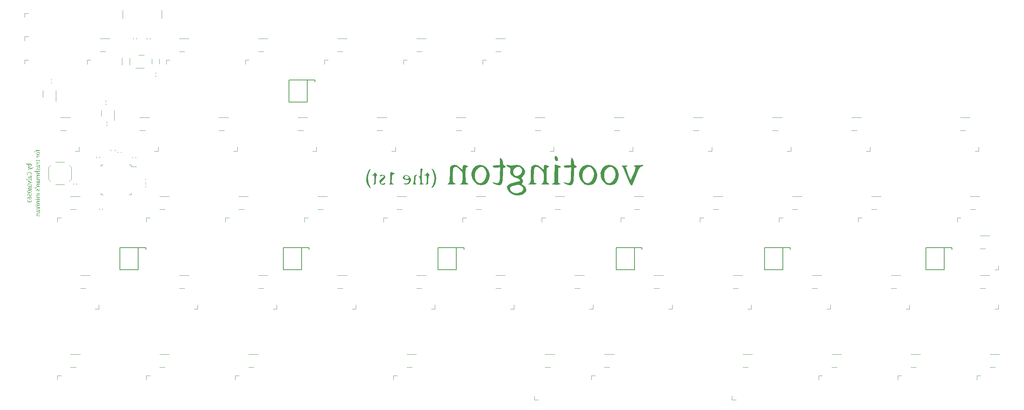
<source format=gbr>
G04 #@! TF.GenerationSoftware,KiCad,Pcbnew,(7.0.0)*
G04 #@! TF.CreationDate,2023-09-30T19:12:23+02:00*
G04 #@! TF.ProjectId,vootington gaming,766f6f74-696e-4677-946f-6e2067616d69,rev?*
G04 #@! TF.SameCoordinates,Original*
G04 #@! TF.FileFunction,Legend,Bot*
G04 #@! TF.FilePolarity,Positive*
%FSLAX46Y46*%
G04 Gerber Fmt 4.6, Leading zero omitted, Abs format (unit mm)*
G04 Created by KiCad (PCBNEW (7.0.0)) date 2023-09-30 19:12:23*
%MOMM*%
%LPD*%
G01*
G04 APERTURE LIST*
%ADD10C,0.150000*%
%ADD11C,0.120000*%
%ADD12C,0.170180*%
%ADD13C,0.002540*%
G04 APERTURE END LIST*
D10*
G36*
X27681912Y-50807446D02*
G01*
X27683416Y-50819347D01*
X27685119Y-50832112D01*
X27686997Y-50845223D01*
X27689022Y-50858090D01*
X27691392Y-50869195D01*
X27695799Y-50880690D01*
X27702504Y-50890623D01*
X27710769Y-50897783D01*
X27721457Y-50903142D01*
X27733278Y-50906450D01*
X27740028Y-50907632D01*
X27752612Y-50909107D01*
X27765427Y-50909976D01*
X27777751Y-50910409D01*
X27791311Y-50910554D01*
X28774339Y-50910554D01*
X28778909Y-50918883D01*
X28784858Y-50929918D01*
X28790642Y-50940870D01*
X28796261Y-50951739D01*
X28801715Y-50962527D01*
X28807005Y-50973231D01*
X28812129Y-50983854D01*
X28818303Y-50997015D01*
X28820661Y-51002266D01*
X28826357Y-51015172D01*
X28831767Y-51027763D01*
X28836890Y-51040039D01*
X28841727Y-51052000D01*
X28846278Y-51063646D01*
X28850543Y-51074978D01*
X28851343Y-51077205D01*
X28855904Y-51090229D01*
X28860054Y-51102676D01*
X28863790Y-51114546D01*
X28867115Y-51125839D01*
X28870473Y-51138286D01*
X28872122Y-51145054D01*
X28874760Y-51157437D01*
X28876676Y-51169529D01*
X28877507Y-51181663D01*
X28877219Y-51196776D01*
X28876353Y-51211632D01*
X28874911Y-51226231D01*
X28872891Y-51240574D01*
X28870295Y-51254661D01*
X28867121Y-51268491D01*
X28863370Y-51282065D01*
X28859043Y-51295383D01*
X28854294Y-51308434D01*
X28849132Y-51321211D01*
X28843559Y-51333713D01*
X28837574Y-51345941D01*
X28831176Y-51357893D01*
X28824366Y-51369571D01*
X28817144Y-51380974D01*
X28809510Y-51392103D01*
X28801501Y-51403016D01*
X28793152Y-51413627D01*
X28784465Y-51423935D01*
X28775438Y-51433942D01*
X28766073Y-51443646D01*
X28756369Y-51453047D01*
X28746326Y-51462147D01*
X28735944Y-51470944D01*
X28725246Y-51479490D01*
X28714402Y-51487687D01*
X28703411Y-51495537D01*
X28692274Y-51503038D01*
X28680990Y-51510191D01*
X28669559Y-51516996D01*
X28657982Y-51523453D01*
X28646258Y-51529563D01*
X28634356Y-51535388D01*
X28622390Y-51540847D01*
X28610359Y-51545939D01*
X28598265Y-51550665D01*
X28586106Y-51555025D01*
X28573883Y-51559018D01*
X28561596Y-51562645D01*
X28549245Y-51565906D01*
X28536830Y-51568791D01*
X28524497Y-51571291D01*
X28512247Y-51573407D01*
X28500079Y-51575138D01*
X28487993Y-51576485D01*
X28475990Y-51577446D01*
X28464070Y-51578023D01*
X28452232Y-51578216D01*
X28441201Y-51578140D01*
X28424916Y-51577743D01*
X28408946Y-51577007D01*
X28393290Y-51575930D01*
X28377948Y-51574513D01*
X28362920Y-51572756D01*
X28348207Y-51570660D01*
X28333808Y-51568223D01*
X28319723Y-51565446D01*
X28305953Y-51562329D01*
X28292497Y-51558872D01*
X28279388Y-51555113D01*
X28266661Y-51551092D01*
X28254315Y-51546808D01*
X28242351Y-51542262D01*
X28230767Y-51537452D01*
X28219565Y-51532380D01*
X28208744Y-51527045D01*
X28198305Y-51521448D01*
X28184978Y-51513575D01*
X28172329Y-51505236D01*
X28160381Y-51496457D01*
X28149157Y-51487266D01*
X28138656Y-51477663D01*
X28128879Y-51467647D01*
X28119825Y-51457219D01*
X28111495Y-51446380D01*
X28103888Y-51435128D01*
X28097005Y-51423463D01*
X28090891Y-51411529D01*
X28085593Y-51399320D01*
X28081109Y-51386836D01*
X28077441Y-51374078D01*
X28074588Y-51361044D01*
X28072550Y-51347736D01*
X28071327Y-51334153D01*
X28070920Y-51320295D01*
X28071094Y-51314159D01*
X28072486Y-51301116D01*
X28074846Y-51288862D01*
X28078272Y-51275823D01*
X28082057Y-51264022D01*
X28082610Y-51262556D01*
X28183467Y-51262556D01*
X28183555Y-51267492D01*
X28184547Y-51279741D01*
X28186641Y-51291861D01*
X28189836Y-51303852D01*
X28194134Y-51315715D01*
X28199533Y-51327448D01*
X28206035Y-51339053D01*
X28213490Y-51350471D01*
X28221932Y-51361459D01*
X28231361Y-51372017D01*
X28241778Y-51382147D01*
X28250823Y-51389941D01*
X28260500Y-51397461D01*
X28270808Y-51404706D01*
X28273483Y-51406471D01*
X28284568Y-51413304D01*
X28296267Y-51419770D01*
X28308579Y-51425870D01*
X28321505Y-51431604D01*
X28335044Y-51436971D01*
X28349197Y-51441972D01*
X28363964Y-51446606D01*
X28375442Y-51449842D01*
X28383280Y-51451900D01*
X28395303Y-51454739D01*
X28407645Y-51457279D01*
X28420307Y-51459520D01*
X28433288Y-51461462D01*
X28446589Y-51463106D01*
X28460209Y-51464451D01*
X28474149Y-51465496D01*
X28488408Y-51466243D01*
X28502986Y-51466692D01*
X28517884Y-51466841D01*
X28523700Y-51466790D01*
X28538160Y-51466210D01*
X28552506Y-51464986D01*
X28566737Y-51463119D01*
X28580853Y-51460607D01*
X28594855Y-51457452D01*
X28608743Y-51453652D01*
X28614202Y-51451953D01*
X28627542Y-51447265D01*
X28640438Y-51441947D01*
X28652890Y-51435999D01*
X28664898Y-51429421D01*
X28676463Y-51422214D01*
X28687584Y-51414378D01*
X28691891Y-51411106D01*
X28702198Y-51402505D01*
X28711847Y-51393303D01*
X28720837Y-51383499D01*
X28729169Y-51373095D01*
X28736842Y-51362090D01*
X28743858Y-51350484D01*
X28748804Y-51340839D01*
X28754059Y-51328243D01*
X28758283Y-51315045D01*
X28761477Y-51301246D01*
X28763641Y-51286846D01*
X28764631Y-51274894D01*
X28764960Y-51262556D01*
X28764901Y-51258659D01*
X28764123Y-51246289D01*
X28762817Y-51234365D01*
X28761150Y-51222403D01*
X28759746Y-51214467D01*
X28757372Y-51202853D01*
X28754521Y-51190649D01*
X28751193Y-51177856D01*
X28747961Y-51166422D01*
X28746762Y-51162562D01*
X28742850Y-51150815D01*
X28738464Y-51138821D01*
X28733604Y-51126580D01*
X28728270Y-51114092D01*
X28722462Y-51101356D01*
X28720416Y-51097075D01*
X28715031Y-51086424D01*
X28709259Y-51075843D01*
X28703101Y-51065335D01*
X28696557Y-51054898D01*
X28689626Y-51044532D01*
X28682308Y-51034238D01*
X28355805Y-51034238D01*
X28343678Y-51042884D01*
X28332064Y-51051530D01*
X28320963Y-51060177D01*
X28310375Y-51068823D01*
X28300300Y-51077469D01*
X28290738Y-51086115D01*
X28281689Y-51094761D01*
X28273153Y-51103408D01*
X28271078Y-51105565D01*
X28261107Y-51116233D01*
X28251810Y-51126700D01*
X28243184Y-51136967D01*
X28235232Y-51147033D01*
X28227952Y-51156899D01*
X28220103Y-51168474D01*
X28214161Y-51177849D01*
X28207787Y-51188703D01*
X28202236Y-51199123D01*
X28196803Y-51210734D01*
X28191967Y-51223282D01*
X28190937Y-51226286D01*
X28187484Y-51237570D01*
X28184662Y-51250027D01*
X28183467Y-51262556D01*
X28082610Y-51262556D01*
X28086646Y-51251846D01*
X28092059Y-51239278D01*
X28097200Y-51228506D01*
X28102913Y-51217463D01*
X28109198Y-51206147D01*
X28116056Y-51194559D01*
X28118962Y-51189857D01*
X28126647Y-51177992D01*
X28134933Y-51165969D01*
X28141994Y-51156237D01*
X28149441Y-51146405D01*
X28157272Y-51136472D01*
X28165488Y-51126438D01*
X28174088Y-51116304D01*
X28176299Y-51113757D01*
X28185394Y-51103558D01*
X28194892Y-51093341D01*
X28204793Y-51083106D01*
X28215097Y-51072852D01*
X28225804Y-51062580D01*
X28236914Y-51052290D01*
X28248427Y-51041982D01*
X28257326Y-51034238D01*
X27611059Y-51034238D01*
X27608202Y-51030941D01*
X27600508Y-51021928D01*
X27599468Y-51020683D01*
X27591422Y-51011963D01*
X27583216Y-51003757D01*
X27589403Y-50991992D01*
X27595214Y-50980144D01*
X27600650Y-50968215D01*
X27605710Y-50956203D01*
X27610395Y-50944108D01*
X27614705Y-50931931D01*
X27618639Y-50919671D01*
X27622197Y-50907330D01*
X27625563Y-50894869D01*
X27628920Y-50882252D01*
X27632267Y-50869480D01*
X27635606Y-50856551D01*
X27638935Y-50843468D01*
X27642255Y-50830228D01*
X27645566Y-50816833D01*
X27648868Y-50803282D01*
X27681401Y-50803282D01*
X27681912Y-50807446D01*
G37*
G36*
X28125142Y-52462766D02*
G01*
X28128018Y-52450877D01*
X28131122Y-52438860D01*
X28134408Y-52427194D01*
X28135986Y-52422026D01*
X28140228Y-52410324D01*
X28145603Y-52399105D01*
X28147124Y-52396527D01*
X28154604Y-52386944D01*
X28161192Y-52381286D01*
X28172139Y-52375435D01*
X28181415Y-52371907D01*
X28925867Y-52096694D01*
X28937232Y-52092340D01*
X28948390Y-52087925D01*
X28959342Y-52083447D01*
X28975383Y-52076615D01*
X28990961Y-52069643D01*
X29006075Y-52062532D01*
X29020726Y-52055283D01*
X29034913Y-52047894D01*
X29048636Y-52040366D01*
X29061896Y-52032699D01*
X29074691Y-52024893D01*
X29082964Y-52019611D01*
X29095011Y-52011615D01*
X29106640Y-52003561D01*
X29117851Y-51995451D01*
X29128645Y-51987284D01*
X29139022Y-51979061D01*
X29148982Y-51970781D01*
X29158524Y-51962444D01*
X29167650Y-51954051D01*
X29176357Y-51945600D01*
X29184648Y-51937094D01*
X29189943Y-51931391D01*
X29200073Y-51919951D01*
X29209507Y-51908493D01*
X29218244Y-51897017D01*
X29226286Y-51885522D01*
X29233632Y-51874009D01*
X29240281Y-51862478D01*
X29246235Y-51850928D01*
X29251492Y-51839360D01*
X29256163Y-51827930D01*
X29260211Y-51816646D01*
X29264396Y-51802747D01*
X29267607Y-51789077D01*
X29269846Y-51775636D01*
X29271111Y-51762424D01*
X29271422Y-51752019D01*
X29271226Y-51738537D01*
X29270637Y-51725532D01*
X29269655Y-51713004D01*
X29268281Y-51700952D01*
X29267319Y-51694280D01*
X29265139Y-51681549D01*
X29262703Y-51669734D01*
X29259655Y-51657536D01*
X29257061Y-51648851D01*
X29252621Y-51636924D01*
X29247305Y-51626126D01*
X29242992Y-51619542D01*
X29234750Y-51611080D01*
X29227752Y-51608697D01*
X29216191Y-51613407D01*
X29207821Y-51618662D01*
X29197199Y-51625935D01*
X29186940Y-51633629D01*
X29177219Y-51641434D01*
X29174995Y-51643282D01*
X29165173Y-51651829D01*
X29155490Y-51660655D01*
X29145946Y-51669758D01*
X29140703Y-51674936D01*
X29132120Y-51684197D01*
X29124106Y-51693779D01*
X29117142Y-51703461D01*
X29116084Y-51705124D01*
X29122790Y-51717475D01*
X29128437Y-51729797D01*
X29133025Y-51742090D01*
X29136554Y-51754355D01*
X29139024Y-51766591D01*
X29140436Y-51778798D01*
X29140703Y-51783673D01*
X29140931Y-51795731D01*
X29140354Y-51809635D01*
X29138850Y-51822920D01*
X29136418Y-51835587D01*
X29133059Y-51847636D01*
X29131031Y-51853429D01*
X29126047Y-51864259D01*
X29118812Y-51875067D01*
X29111168Y-51884373D01*
X29107877Y-51888013D01*
X29099520Y-51896747D01*
X29090350Y-51905508D01*
X29080366Y-51914298D01*
X29071161Y-51921854D01*
X29063034Y-51928167D01*
X29052895Y-51935720D01*
X29042261Y-51943211D01*
X29031133Y-51950640D01*
X29019510Y-51958007D01*
X29009447Y-51964100D01*
X29003244Y-51967734D01*
X28992752Y-51973665D01*
X28982160Y-51979366D01*
X28971469Y-51984839D01*
X28960677Y-51990082D01*
X28949784Y-51995097D01*
X28938792Y-51999883D01*
X28934367Y-52001733D01*
X28877214Y-52025766D01*
X28181415Y-51755243D01*
X28170534Y-51750700D01*
X28159957Y-51743487D01*
X28151142Y-51734049D01*
X28146244Y-51726520D01*
X28140419Y-51714577D01*
X28135623Y-51702082D01*
X28131735Y-51689855D01*
X28128053Y-51676226D01*
X28125142Y-51663798D01*
X28089678Y-51663798D01*
X28089678Y-51982096D01*
X28125142Y-51982096D01*
X28126691Y-51970428D01*
X28128524Y-51957884D01*
X28130653Y-51944956D01*
X28133093Y-51932207D01*
X28133641Y-51929632D01*
X28136406Y-51917880D01*
X28140253Y-51906120D01*
X28143900Y-51898272D01*
X28151266Y-51889085D01*
X28159140Y-51885376D01*
X28171376Y-51885909D01*
X28181415Y-51888893D01*
X28707807Y-52091712D01*
X28181415Y-52282221D01*
X28169329Y-52284596D01*
X28160313Y-52283394D01*
X28150352Y-52276524D01*
X28145365Y-52269325D01*
X28140316Y-52257841D01*
X28136821Y-52246377D01*
X28134814Y-52237965D01*
X28132153Y-52225777D01*
X28129748Y-52213582D01*
X28127615Y-52201859D01*
X28125453Y-52189155D01*
X28125142Y-52187260D01*
X28089678Y-52187260D01*
X28089678Y-52462766D01*
X28125142Y-52462766D01*
G37*
G36*
X28684067Y-53683491D02*
G01*
X28694401Y-53673638D01*
X28704411Y-53663862D01*
X28714095Y-53654164D01*
X28723456Y-53644542D01*
X28732491Y-53634998D01*
X28741203Y-53625531D01*
X28749589Y-53616142D01*
X28757651Y-53606830D01*
X28765389Y-53597595D01*
X28772802Y-53588437D01*
X28777563Y-53582375D01*
X28786699Y-53570408D01*
X28795350Y-53558543D01*
X28803516Y-53546778D01*
X28811195Y-53535114D01*
X28818390Y-53523551D01*
X28825099Y-53512088D01*
X28831323Y-53500726D01*
X28837061Y-53489465D01*
X28842291Y-53478277D01*
X28847136Y-53467135D01*
X28851596Y-53456039D01*
X28855672Y-53444988D01*
X28860226Y-53431240D01*
X28864179Y-53417562D01*
X28867530Y-53403957D01*
X28868128Y-53401244D01*
X28870830Y-53387703D01*
X28873074Y-53374191D01*
X28874860Y-53360707D01*
X28876188Y-53347251D01*
X28877059Y-53333825D01*
X28877471Y-53320427D01*
X28877507Y-53315076D01*
X28877203Y-53300703D01*
X28876291Y-53286382D01*
X28874772Y-53272113D01*
X28872644Y-53257895D01*
X28869908Y-53243729D01*
X28866565Y-53229614D01*
X28862613Y-53215551D01*
X28858053Y-53201539D01*
X28852886Y-53187579D01*
X28847111Y-53173670D01*
X28842923Y-53164427D01*
X28836170Y-53150764D01*
X28828882Y-53137365D01*
X28821057Y-53124228D01*
X28812698Y-53111354D01*
X28803802Y-53098743D01*
X28794370Y-53086394D01*
X28784403Y-53074309D01*
X28773900Y-53062486D01*
X28762861Y-53050925D01*
X28751286Y-53039628D01*
X28743271Y-53032242D01*
X28730762Y-53021502D01*
X28717742Y-53011153D01*
X28704212Y-53001196D01*
X28690172Y-52991631D01*
X28675621Y-52982457D01*
X28660561Y-52973674D01*
X28650238Y-52968037D01*
X28639688Y-52962574D01*
X28628911Y-52957284D01*
X28617907Y-52952169D01*
X28606677Y-52947227D01*
X28595220Y-52942460D01*
X28583537Y-52937867D01*
X28571642Y-52933537D01*
X28559554Y-52929486D01*
X28547270Y-52925715D01*
X28534792Y-52922223D01*
X28522119Y-52919011D01*
X28509252Y-52916077D01*
X28496190Y-52913423D01*
X28482933Y-52911049D01*
X28469482Y-52908954D01*
X28455836Y-52907138D01*
X28441995Y-52905602D01*
X28427960Y-52904345D01*
X28413730Y-52903367D01*
X28399306Y-52902668D01*
X28384687Y-52902249D01*
X28369873Y-52902110D01*
X28353484Y-52902265D01*
X28337289Y-52902733D01*
X28321290Y-52903511D01*
X28305484Y-52904601D01*
X28289874Y-52906002D01*
X28274458Y-52907715D01*
X28259237Y-52909739D01*
X28244210Y-52912075D01*
X28229378Y-52914722D01*
X28214741Y-52917680D01*
X28200298Y-52920950D01*
X28186050Y-52924531D01*
X28171996Y-52928424D01*
X28158137Y-52932628D01*
X28144473Y-52937143D01*
X28131004Y-52941970D01*
X28117717Y-52947099D01*
X28104676Y-52952448D01*
X28091879Y-52958017D01*
X28079328Y-52963805D01*
X28067021Y-52969814D01*
X28054960Y-52976042D01*
X28043144Y-52982490D01*
X28031572Y-52989158D01*
X28020246Y-52996045D01*
X28009164Y-53003153D01*
X27998328Y-53010480D01*
X27987737Y-53018027D01*
X27977390Y-53025794D01*
X27967289Y-53033781D01*
X27957433Y-53041988D01*
X27947821Y-53050414D01*
X27938469Y-53059073D01*
X27929389Y-53067903D01*
X27920581Y-53076906D01*
X27912046Y-53086080D01*
X27903783Y-53095425D01*
X27895793Y-53104943D01*
X27888075Y-53114632D01*
X27880630Y-53124493D01*
X27873457Y-53134525D01*
X27866557Y-53144730D01*
X27859929Y-53155106D01*
X27853574Y-53165654D01*
X27847491Y-53176373D01*
X27841681Y-53187265D01*
X27836143Y-53198328D01*
X27830878Y-53209563D01*
X27825874Y-53220926D01*
X27821192Y-53232373D01*
X27816834Y-53243906D01*
X27812798Y-53255523D01*
X27809085Y-53267225D01*
X27805695Y-53279012D01*
X27802628Y-53290883D01*
X27799883Y-53302839D01*
X27797462Y-53314880D01*
X27795363Y-53327005D01*
X27793588Y-53339215D01*
X27792135Y-53351510D01*
X27791005Y-53363890D01*
X27790198Y-53376355D01*
X27789713Y-53388904D01*
X27789552Y-53401537D01*
X27789727Y-53418050D01*
X27790253Y-53434177D01*
X27791129Y-53449917D01*
X27792355Y-53465271D01*
X27793931Y-53480239D01*
X27795858Y-53494820D01*
X27798135Y-53509014D01*
X27800763Y-53522822D01*
X27803741Y-53536244D01*
X27807069Y-53549280D01*
X27809482Y-53557755D01*
X27813244Y-53570129D01*
X27817166Y-53582079D01*
X27821247Y-53593608D01*
X27825488Y-53604714D01*
X27831391Y-53618865D01*
X27837578Y-53632265D01*
X27844049Y-53644913D01*
X27850804Y-53656811D01*
X27857842Y-53667958D01*
X27869751Y-53667393D01*
X27873376Y-53665320D01*
X27883720Y-53658447D01*
X27893380Y-53651196D01*
X27900927Y-53645096D01*
X27910664Y-53637019D01*
X27920459Y-53628541D01*
X27929323Y-53620569D01*
X27932288Y-53617839D01*
X27941452Y-53609321D01*
X27950277Y-53601009D01*
X27957786Y-53593805D01*
X27952804Y-53564789D01*
X27943352Y-53554064D01*
X27934339Y-53542844D01*
X27925766Y-53531130D01*
X27917633Y-53518921D01*
X27909939Y-53506217D01*
X27902685Y-53493019D01*
X27895871Y-53479326D01*
X27889496Y-53465138D01*
X27885044Y-53454160D01*
X27881030Y-53442878D01*
X27877453Y-53431292D01*
X27874315Y-53419402D01*
X27871614Y-53407208D01*
X27869352Y-53394710D01*
X27867527Y-53381909D01*
X27866140Y-53368803D01*
X27865192Y-53355393D01*
X27864681Y-53341679D01*
X27864583Y-53332368D01*
X27865088Y-53319806D01*
X27866603Y-53306738D01*
X27868705Y-53295136D01*
X27871549Y-53283163D01*
X27875135Y-53270819D01*
X27879524Y-53258368D01*
X27884779Y-53245856D01*
X27890900Y-53233281D01*
X27896661Y-53222755D01*
X27903024Y-53212187D01*
X27908547Y-53203701D01*
X27915950Y-53193225D01*
X27924055Y-53182864D01*
X27932860Y-53172617D01*
X27942367Y-53162485D01*
X27952575Y-53152467D01*
X27961247Y-53144535D01*
X27968045Y-53138634D01*
X27977447Y-53130904D01*
X27987334Y-53123394D01*
X27997706Y-53116103D01*
X28008565Y-53109032D01*
X28019908Y-53102181D01*
X28031737Y-53095550D01*
X28044052Y-53089139D01*
X28056851Y-53082947D01*
X28070155Y-53077021D01*
X28083981Y-53071407D01*
X28098328Y-53066104D01*
X28109432Y-53062331D01*
X28120829Y-53058733D01*
X28132520Y-53055310D01*
X28144504Y-53052063D01*
X28156782Y-53048990D01*
X28169354Y-53046093D01*
X28177898Y-53044259D01*
X28190928Y-53041692D01*
X28204297Y-53039378D01*
X28218006Y-53037317D01*
X28232056Y-53035508D01*
X28246445Y-53033951D01*
X28261175Y-53032646D01*
X28276245Y-53031595D01*
X28291654Y-53030795D01*
X28307404Y-53030248D01*
X28323494Y-53029954D01*
X28334409Y-53029898D01*
X28348296Y-53030021D01*
X28361969Y-53030392D01*
X28375426Y-53031010D01*
X28388668Y-53031876D01*
X28401694Y-53032989D01*
X28414505Y-53034349D01*
X28427101Y-53035956D01*
X28439482Y-53037811D01*
X28451648Y-53039913D01*
X28463598Y-53042262D01*
X28475333Y-53044859D01*
X28486853Y-53047703D01*
X28503729Y-53052432D01*
X28520121Y-53057718D01*
X28530780Y-53061551D01*
X28546357Y-53067646D01*
X28561435Y-53074060D01*
X28576012Y-53080794D01*
X28590090Y-53087847D01*
X28603668Y-53095220D01*
X28616746Y-53102912D01*
X28629325Y-53110923D01*
X28641404Y-53119254D01*
X28652983Y-53127904D01*
X28664062Y-53136874D01*
X28671171Y-53143031D01*
X28681425Y-53152526D01*
X28691195Y-53162217D01*
X28700481Y-53172104D01*
X28709282Y-53182186D01*
X28717599Y-53192464D01*
X28725432Y-53202938D01*
X28732780Y-53213608D01*
X28739644Y-53224474D01*
X28746024Y-53235535D01*
X28751920Y-53246792D01*
X28755581Y-53254406D01*
X28760610Y-53265918D01*
X28765143Y-53277373D01*
X28769183Y-53288772D01*
X28772727Y-53300114D01*
X28776684Y-53315149D01*
X28779761Y-53330083D01*
X28781960Y-53344916D01*
X28783278Y-53359648D01*
X28783718Y-53374280D01*
X28782974Y-53388867D01*
X28781307Y-53401495D01*
X28778687Y-53414975D01*
X28775115Y-53429307D01*
X28771811Y-53440615D01*
X28767971Y-53452402D01*
X28763596Y-53464668D01*
X28758684Y-53477413D01*
X28753237Y-53490637D01*
X28747122Y-53504266D01*
X28740209Y-53518224D01*
X28732497Y-53532513D01*
X28723987Y-53547131D01*
X28714678Y-53562078D01*
X28708029Y-53572227D01*
X28701024Y-53582521D01*
X28693665Y-53592963D01*
X28685951Y-53603551D01*
X28677881Y-53614285D01*
X28669457Y-53625166D01*
X28660678Y-53636194D01*
X28651544Y-53647368D01*
X28646844Y-53653010D01*
X28653879Y-53661510D01*
X28663199Y-53669006D01*
X28665016Y-53670302D01*
X28674825Y-53676810D01*
X28676154Y-53677630D01*
X28684067Y-53683491D01*
G37*
G36*
X28705811Y-53810757D02*
G01*
X28720122Y-53811478D01*
X28733746Y-53813001D01*
X28746683Y-53815325D01*
X28758934Y-53818451D01*
X28770497Y-53822378D01*
X28781373Y-53827106D01*
X28785538Y-53829192D01*
X28797457Y-53835862D01*
X28808510Y-53843151D01*
X28818697Y-53851057D01*
X28828018Y-53859582D01*
X28836475Y-53868725D01*
X28839103Y-53871900D01*
X28846440Y-53881713D01*
X28852952Y-53891958D01*
X28858640Y-53902637D01*
X28863503Y-53913748D01*
X28867542Y-53925292D01*
X28870413Y-53935049D01*
X28873216Y-53946645D01*
X28875600Y-53960016D01*
X28877031Y-53973220D01*
X28877507Y-53986255D01*
X28877307Y-53994627D01*
X28876353Y-54006780D01*
X28874614Y-54019439D01*
X28872090Y-54032602D01*
X28869301Y-54044287D01*
X28867112Y-54052324D01*
X28863313Y-54064569D01*
X28858896Y-54077040D01*
X28853861Y-54089738D01*
X28849193Y-54100493D01*
X28844095Y-54111405D01*
X28841931Y-54115844D01*
X28836181Y-54126991D01*
X28829944Y-54138209D01*
X28823221Y-54149499D01*
X28816011Y-54160861D01*
X28808314Y-54172294D01*
X28800131Y-54183798D01*
X28793239Y-54193104D01*
X28786045Y-54202410D01*
X28778548Y-54211715D01*
X28770749Y-54221021D01*
X28762648Y-54230327D01*
X28754244Y-54239632D01*
X28745538Y-54248938D01*
X28736530Y-54258244D01*
X28744663Y-54258526D01*
X28760260Y-54259470D01*
X28774970Y-54260917D01*
X28788791Y-54262868D01*
X28801724Y-54265323D01*
X28813768Y-54268281D01*
X28827574Y-54272687D01*
X28839992Y-54277881D01*
X28848784Y-54282566D01*
X28859775Y-54290125D01*
X28869264Y-54299752D01*
X28875163Y-54310249D01*
X28877507Y-54323310D01*
X28876949Y-54331097D01*
X28874293Y-54343849D01*
X28870274Y-54356499D01*
X28865697Y-54368253D01*
X28860004Y-54381109D01*
X28854646Y-54392186D01*
X28850060Y-54400973D01*
X28843184Y-54413354D01*
X28835438Y-54426495D01*
X28829057Y-54436850D01*
X28822187Y-54447632D01*
X28814827Y-54458842D01*
X28806978Y-54470479D01*
X28798639Y-54482544D01*
X28789811Y-54495037D01*
X28780494Y-54507958D01*
X28742685Y-54495648D01*
X28744405Y-54491602D01*
X28749097Y-54480151D01*
X28753685Y-54468093D01*
X28757761Y-54456031D01*
X28760857Y-54444650D01*
X28762039Y-54439136D01*
X28764059Y-54427245D01*
X28764960Y-54415048D01*
X28764610Y-54410520D01*
X28759897Y-54399364D01*
X28750599Y-54391014D01*
X28749664Y-54390455D01*
X28738238Y-54385841D01*
X28726377Y-54383428D01*
X28714015Y-54382248D01*
X28701946Y-54381928D01*
X28246775Y-54381928D01*
X28236550Y-54381736D01*
X28221749Y-54380726D01*
X28207592Y-54378851D01*
X28194079Y-54376110D01*
X28181210Y-54372504D01*
X28168985Y-54368032D01*
X28157405Y-54362694D01*
X28146468Y-54356491D01*
X28136175Y-54349423D01*
X28126526Y-54341489D01*
X28117521Y-54332689D01*
X28111878Y-54326408D01*
X28104096Y-54316377D01*
X28097133Y-54305615D01*
X28090989Y-54294120D01*
X28085665Y-54281895D01*
X28081159Y-54268938D01*
X28077473Y-54255249D01*
X28074606Y-54240828D01*
X28072558Y-54225676D01*
X28071329Y-54209793D01*
X28070920Y-54193177D01*
X28071167Y-54180149D01*
X28071909Y-54167001D01*
X28073145Y-54153734D01*
X28074877Y-54140348D01*
X28077102Y-54126843D01*
X28079822Y-54113218D01*
X28083037Y-54099475D01*
X28086747Y-54085613D01*
X28090873Y-54071783D01*
X28095338Y-54058136D01*
X28100142Y-54044672D01*
X28105285Y-54031391D01*
X28110766Y-54018293D01*
X28116587Y-54005379D01*
X28122747Y-53992648D01*
X28129245Y-53980100D01*
X28136091Y-53967813D01*
X28143295Y-53955865D01*
X28150856Y-53944256D01*
X28158774Y-53932985D01*
X28167049Y-53922054D01*
X28175682Y-53911462D01*
X28184671Y-53901208D01*
X28194018Y-53891293D01*
X28198757Y-53886535D01*
X28208310Y-53877486D01*
X28217964Y-53869059D01*
X28227718Y-53861256D01*
X28237573Y-53854075D01*
X28247529Y-53847517D01*
X28260116Y-53840196D01*
X28272860Y-53833847D01*
X28305100Y-53845278D01*
X28305952Y-53854648D01*
X28305139Y-53866568D01*
X28303341Y-53878690D01*
X28301088Y-53890469D01*
X28298432Y-53902357D01*
X28295373Y-53914356D01*
X28291911Y-53926464D01*
X28289571Y-53933902D01*
X28285619Y-53945117D01*
X28280866Y-53956727D01*
X28275204Y-53968376D01*
X28268280Y-53979147D01*
X28258205Y-53985376D01*
X28250542Y-53984958D01*
X28237360Y-53985792D01*
X28224967Y-53988667D01*
X28213362Y-53993582D01*
X28205964Y-53997927D01*
X28195562Y-54005488D01*
X28185995Y-54014300D01*
X28178191Y-54023184D01*
X28171139Y-54033113D01*
X28164929Y-54043847D01*
X28159562Y-54055388D01*
X28155037Y-54067734D01*
X28154531Y-54069347D01*
X28151392Y-54080667D01*
X28148662Y-54093673D01*
X28146849Y-54106752D01*
X28145951Y-54119905D01*
X28145882Y-54124907D01*
X28146071Y-54136941D01*
X28146978Y-54150494D01*
X28148627Y-54163079D01*
X28151017Y-54174695D01*
X28154744Y-54187022D01*
X28155338Y-54188679D01*
X28159946Y-54199662D01*
X28166174Y-54210909D01*
X28173428Y-54220765D01*
X28181708Y-54229228D01*
X28190922Y-54236555D01*
X28200979Y-54242710D01*
X28211878Y-54247692D01*
X28223620Y-54251503D01*
X28225144Y-54251917D01*
X28237582Y-54254761D01*
X28250460Y-54256762D01*
X28263777Y-54257921D01*
X28275791Y-54258244D01*
X28391855Y-54258244D01*
X28446663Y-54258244D01*
X28660327Y-54258244D01*
X28663687Y-54254330D01*
X28673429Y-54242673D01*
X28682660Y-54231140D01*
X28691382Y-54219730D01*
X28699593Y-54208443D01*
X28707295Y-54197281D01*
X28714486Y-54186242D01*
X28721167Y-54175326D01*
X28727338Y-54164535D01*
X28733000Y-54153866D01*
X28739754Y-54139835D01*
X28745662Y-54126078D01*
X28750782Y-54112504D01*
X28755114Y-54099113D01*
X28758659Y-54085906D01*
X28761416Y-54072882D01*
X28763385Y-54060041D01*
X28764566Y-54047383D01*
X28764960Y-54034908D01*
X28764896Y-54032128D01*
X28763514Y-54020480D01*
X28760857Y-54008823D01*
X28757923Y-54000343D01*
X28752063Y-53989324D01*
X28744737Y-53979514D01*
X28742409Y-53976964D01*
X28733571Y-53968950D01*
X28723072Y-53961680D01*
X28712204Y-53955773D01*
X28706814Y-53953438D01*
X28694907Y-53949701D01*
X28683256Y-53947453D01*
X28670455Y-53946159D01*
X28658568Y-53945808D01*
X28653772Y-53945860D01*
X28639865Y-53946633D01*
X28626679Y-53948333D01*
X28614215Y-53950960D01*
X28602472Y-53954515D01*
X28591450Y-53958997D01*
X28584439Y-53962423D01*
X28572632Y-53969035D01*
X28561414Y-53976432D01*
X28550785Y-53984614D01*
X28540745Y-53993582D01*
X28538123Y-53996091D01*
X28529605Y-54004975D01*
X28521430Y-54014661D01*
X28514367Y-54024064D01*
X28513599Y-54025156D01*
X28506788Y-54035988D01*
X28500889Y-54047134D01*
X28495849Y-54058060D01*
X28490920Y-54070079D01*
X28486754Y-54081516D01*
X28482608Y-54094067D01*
X28479169Y-54105375D01*
X28475744Y-54117457D01*
X28472334Y-54130311D01*
X28468938Y-54143938D01*
X28466899Y-54152612D01*
X28464165Y-54164835D01*
X28461413Y-54177809D01*
X28458643Y-54191534D01*
X28455854Y-54206010D01*
X28453046Y-54221237D01*
X28450929Y-54233150D01*
X28448801Y-54245486D01*
X28446663Y-54258244D01*
X28391855Y-54258244D01*
X28393581Y-54246535D01*
X28396188Y-54229440D01*
X28398816Y-54212906D01*
X28401464Y-54196934D01*
X28404133Y-54181524D01*
X28406822Y-54166675D01*
X28409532Y-54152387D01*
X28412263Y-54138662D01*
X28415014Y-54125497D01*
X28417785Y-54112895D01*
X28420578Y-54100854D01*
X28423341Y-54089279D01*
X28427073Y-54074423D01*
X28430861Y-54060226D01*
X28434703Y-54046689D01*
X28438600Y-54033811D01*
X28442552Y-54021593D01*
X28446559Y-54010034D01*
X28451646Y-53996513D01*
X28455772Y-53986365D01*
X28460994Y-53974401D01*
X28466287Y-53963238D01*
X28472734Y-53950901D01*
X28479284Y-53939717D01*
X28485937Y-53929688D01*
X28490366Y-53923538D01*
X28498270Y-53913149D01*
X28506370Y-53903238D01*
X28514667Y-53893803D01*
X28523160Y-53884845D01*
X28528976Y-53879205D01*
X28539115Y-53870136D01*
X28549813Y-53861482D01*
X28561068Y-53853243D01*
X28572882Y-53845419D01*
X28585254Y-53838010D01*
X28595553Y-53832382D01*
X28606352Y-53827299D01*
X28617792Y-53822893D01*
X28629873Y-53819165D01*
X28642595Y-53816115D01*
X28655958Y-53813743D01*
X28669962Y-53812049D01*
X28684607Y-53811032D01*
X28699894Y-53810693D01*
X28705811Y-53810757D01*
G37*
G36*
X28858750Y-54564524D02*
G01*
X28823285Y-54564524D01*
X28821177Y-54577411D01*
X28819026Y-54589474D01*
X28816466Y-54602505D01*
X28813849Y-54614414D01*
X28811562Y-54623729D01*
X28808356Y-54635104D01*
X28804793Y-54646369D01*
X28800502Y-54657933D01*
X28798959Y-54661537D01*
X28793517Y-54672333D01*
X28786356Y-54681761D01*
X28776002Y-54687900D01*
X28773167Y-54688209D01*
X27792190Y-54688209D01*
X27778918Y-54688034D01*
X27766801Y-54687508D01*
X27754122Y-54686452D01*
X27741556Y-54684662D01*
X27734744Y-54683226D01*
X27722768Y-54679311D01*
X27711976Y-54673152D01*
X27703676Y-54665055D01*
X27697420Y-54654913D01*
X27693115Y-54643831D01*
X27690367Y-54632339D01*
X27689901Y-54629591D01*
X27687978Y-54617684D01*
X27686264Y-54606003D01*
X27684523Y-54593144D01*
X27683009Y-54581185D01*
X27681987Y-54572731D01*
X27649161Y-54572731D01*
X27646198Y-54587381D01*
X27643171Y-54601729D01*
X27640080Y-54615774D01*
X27636925Y-54629517D01*
X27633705Y-54642958D01*
X27630422Y-54656097D01*
X27627074Y-54668933D01*
X27623662Y-54681468D01*
X27619953Y-54693878D01*
X27615859Y-54706344D01*
X27611380Y-54718864D01*
X27606516Y-54731440D01*
X27601268Y-54744070D01*
X27595635Y-54756756D01*
X27589618Y-54769496D01*
X27583216Y-54782291D01*
X27611059Y-54811893D01*
X28773167Y-54811893D01*
X28784106Y-54817223D01*
X28792126Y-54827555D01*
X28797842Y-54838024D01*
X28798666Y-54839737D01*
X28803550Y-54851669D01*
X28807525Y-54863722D01*
X28811415Y-54877692D01*
X28814465Y-54890250D01*
X28817460Y-54904034D01*
X28820400Y-54919046D01*
X28822569Y-54931110D01*
X28823285Y-54935285D01*
X28858750Y-54935285D01*
X28858750Y-54564524D01*
G37*
G36*
X28124849Y-55785250D02*
G01*
X28127725Y-55773361D01*
X28130829Y-55761344D01*
X28134114Y-55749678D01*
X28135693Y-55744510D01*
X28139935Y-55732808D01*
X28145310Y-55721590D01*
X28146830Y-55719011D01*
X28154311Y-55709429D01*
X28160899Y-55703771D01*
X28171601Y-55697919D01*
X28180829Y-55694392D01*
X28804528Y-55461091D01*
X28815215Y-55455853D01*
X28825847Y-55448571D01*
X28834491Y-55440568D01*
X28835302Y-55439695D01*
X28842807Y-55430673D01*
X28850203Y-55420221D01*
X28856698Y-55409214D01*
X28862126Y-55397964D01*
X28866723Y-55386784D01*
X28870180Y-55376681D01*
X28873546Y-55365374D01*
X28876710Y-55353442D01*
X28877507Y-55350009D01*
X28180829Y-55077727D01*
X28169966Y-55073184D01*
X28159454Y-55065972D01*
X28150749Y-55056533D01*
X28145951Y-55049004D01*
X28140126Y-55037061D01*
X28135329Y-55024567D01*
X28131441Y-55012339D01*
X28127759Y-54998711D01*
X28124849Y-54986283D01*
X28089678Y-54986283D01*
X28089678Y-55304580D01*
X28124849Y-55304580D01*
X28126387Y-55292912D01*
X28128183Y-55280368D01*
X28130234Y-55267440D01*
X28132542Y-55254692D01*
X28133055Y-55252117D01*
X28135820Y-55240364D01*
X28139667Y-55228604D01*
X28143313Y-55220756D01*
X28150680Y-55211569D01*
X28158554Y-55207860D01*
X28170790Y-55208393D01*
X28180829Y-55211377D01*
X28706928Y-55414196D01*
X28180829Y-55604706D01*
X28168825Y-55607494D01*
X28160020Y-55607343D01*
X28149176Y-55601576D01*
X28145072Y-55596206D01*
X28139688Y-55585142D01*
X28135937Y-55573416D01*
X28134521Y-55567776D01*
X28131561Y-55555062D01*
X28129152Y-55543201D01*
X28127014Y-55531591D01*
X28124849Y-55518830D01*
X28089678Y-55518830D01*
X28089678Y-55785250D01*
X28124849Y-55785250D01*
G37*
G36*
X28858750Y-55855299D02*
G01*
X28823579Y-55855299D01*
X28820620Y-55868882D01*
X28817607Y-55881640D01*
X28814538Y-55893575D01*
X28810626Y-55907333D01*
X28806627Y-55919804D01*
X28802543Y-55930987D01*
X28798373Y-55940882D01*
X28792572Y-55952530D01*
X28785403Y-55963303D01*
X28775621Y-55970514D01*
X28773460Y-55970777D01*
X28308910Y-55970777D01*
X28296206Y-55970734D01*
X28284289Y-55970605D01*
X28271028Y-55970337D01*
X28258900Y-55969946D01*
X28246184Y-55969333D01*
X28241206Y-55969018D01*
X28229024Y-55967571D01*
X28217028Y-55964586D01*
X28205819Y-55959582D01*
X28201052Y-55956415D01*
X28192114Y-55947637D01*
X28185611Y-55937013D01*
X28181080Y-55925297D01*
X28180243Y-55922417D01*
X28177037Y-55909429D01*
X28174503Y-55895991D01*
X28172531Y-55882933D01*
X28171030Y-55870964D01*
X28169658Y-55858008D01*
X28169398Y-55855299D01*
X28136572Y-55855299D01*
X28133971Y-55868231D01*
X28131515Y-55879848D01*
X28128890Y-55891745D01*
X28126097Y-55903923D01*
X28124849Y-55909228D01*
X28121701Y-55921652D01*
X28118413Y-55934048D01*
X28114985Y-55946416D01*
X28111417Y-55958755D01*
X28109315Y-55965794D01*
X28105426Y-55977978D01*
X28101453Y-55989909D01*
X28097396Y-56001588D01*
X28093254Y-56013014D01*
X28090850Y-56019430D01*
X28086490Y-56030389D01*
X28081508Y-56042434D01*
X28076525Y-56053965D01*
X28071543Y-56064983D01*
X28070920Y-56066325D01*
X28070920Y-56094461D01*
X28773460Y-56094461D01*
X28783558Y-56100515D01*
X28790606Y-56109959D01*
X28796600Y-56120317D01*
X28797493Y-56122012D01*
X28802786Y-56133487D01*
X28807055Y-56144797D01*
X28811195Y-56157696D01*
X28814415Y-56169158D01*
X28817552Y-56181638D01*
X28820606Y-56195134D01*
X28823579Y-56209646D01*
X28858750Y-56209646D01*
X28858750Y-55855299D01*
G37*
G36*
X27828826Y-56119081D02*
G01*
X27841335Y-56118478D01*
X27853473Y-56116670D01*
X27865241Y-56113656D01*
X27871618Y-56111461D01*
X27882576Y-56106899D01*
X27893773Y-56100796D01*
X27903940Y-56093606D01*
X27906789Y-56091237D01*
X27915558Y-56082903D01*
X27923183Y-56073652D01*
X27929663Y-56063485D01*
X27930822Y-56061342D01*
X27935459Y-56050219D01*
X27938378Y-56038467D01*
X27939580Y-56026085D01*
X27939615Y-56023533D01*
X27938904Y-56010317D01*
X27936771Y-55998584D01*
X27932485Y-55986771D01*
X27925218Y-55975743D01*
X27919392Y-55970191D01*
X27908217Y-55963138D01*
X27896697Y-55958620D01*
X27883550Y-55955645D01*
X27870986Y-55954322D01*
X27861946Y-55954071D01*
X27849437Y-55954650D01*
X27837298Y-55956389D01*
X27825531Y-55959287D01*
X27819154Y-55961398D01*
X27808196Y-55966125D01*
X27796999Y-55972410D01*
X27786832Y-55979783D01*
X27783983Y-55982207D01*
X27775271Y-55990794D01*
X27767817Y-56000068D01*
X27761624Y-56010028D01*
X27760536Y-56012103D01*
X27756054Y-56023014D01*
X27753232Y-56034497D01*
X27752070Y-56046552D01*
X27752036Y-56049032D01*
X27752711Y-56061551D01*
X27755711Y-56076327D01*
X27761110Y-56088914D01*
X27768909Y-56099311D01*
X27779108Y-56107520D01*
X27791706Y-56113540D01*
X27806704Y-56117371D01*
X27819527Y-56118807D01*
X27828826Y-56119081D01*
G37*
G36*
X28858750Y-56804622D02*
G01*
X28823872Y-56804622D01*
X28820052Y-56819002D01*
X28816361Y-56832392D01*
X28812798Y-56844794D01*
X28809364Y-56856206D01*
X28805251Y-56869080D01*
X28801338Y-56880409D01*
X28796907Y-56891963D01*
X28791906Y-56902927D01*
X28785477Y-56913066D01*
X28775475Y-56919990D01*
X28774046Y-56920100D01*
X28343788Y-56920100D01*
X28331698Y-56920008D01*
X28317410Y-56919636D01*
X28304037Y-56918978D01*
X28291581Y-56918033D01*
X28277842Y-56916522D01*
X28265423Y-56914599D01*
X28263481Y-56914238D01*
X28250520Y-56911465D01*
X28238821Y-56908019D01*
X28226997Y-56903256D01*
X28215665Y-56896847D01*
X28214535Y-56896066D01*
X28205240Y-56888516D01*
X28197089Y-56878659D01*
X28191227Y-56867256D01*
X28189915Y-56863533D01*
X28186798Y-56851485D01*
X28184884Y-56839647D01*
X28183775Y-56826747D01*
X28183467Y-56814587D01*
X28184236Y-56801471D01*
X28186172Y-56789394D01*
X28189285Y-56776755D01*
X28192892Y-56765476D01*
X28195777Y-56757727D01*
X28200808Y-56745802D01*
X28206891Y-56733547D01*
X28212763Y-56723083D01*
X28219365Y-56712390D01*
X28226696Y-56701467D01*
X28234758Y-56690316D01*
X28243508Y-56679056D01*
X28251105Y-56669925D01*
X28259234Y-56660683D01*
X28267894Y-56651332D01*
X28277085Y-56641870D01*
X28286807Y-56632299D01*
X28297061Y-56622618D01*
X28305100Y-56615285D01*
X28316324Y-56605530D01*
X28328162Y-56595758D01*
X28337444Y-56588416D01*
X28347070Y-56581064D01*
X28357042Y-56573702D01*
X28367359Y-56566329D01*
X28378021Y-56558947D01*
X28389028Y-56551553D01*
X28400381Y-56544150D01*
X28412078Y-56536736D01*
X28774046Y-56536736D01*
X28784985Y-56542627D01*
X28792196Y-56552635D01*
X28797900Y-56563784D01*
X28799545Y-56567511D01*
X28804330Y-56579955D01*
X28808238Y-56591537D01*
X28812075Y-56604221D01*
X28815840Y-56618007D01*
X28818801Y-56629829D01*
X28821716Y-56642356D01*
X28823872Y-56652214D01*
X28858750Y-56652214D01*
X28858750Y-56297867D01*
X28824165Y-56297867D01*
X28820767Y-56311051D01*
X28817460Y-56323494D01*
X28814245Y-56335195D01*
X28810356Y-56348777D01*
X28806609Y-56361201D01*
X28803005Y-56372465D01*
X28799545Y-56382570D01*
X28794674Y-56394447D01*
X28788041Y-56405431D01*
X28778548Y-56412576D01*
X28775218Y-56413052D01*
X28287221Y-56413052D01*
X28274118Y-56412940D01*
X28262249Y-56412603D01*
X28250196Y-56411944D01*
X28237396Y-56410707D01*
X28225636Y-56408056D01*
X28214941Y-56402794D01*
X28208380Y-56397225D01*
X28201290Y-56387182D01*
X28196642Y-56376231D01*
X28193438Y-56364369D01*
X28193139Y-56362933D01*
X28190666Y-56350184D01*
X28188532Y-56337104D01*
X28186726Y-56324465D01*
X28184939Y-56310506D01*
X28183467Y-56297867D01*
X28145951Y-56297867D01*
X28143249Y-56311734D01*
X28140273Y-56325344D01*
X28137021Y-56338698D01*
X28133495Y-56351796D01*
X28129694Y-56364637D01*
X28125618Y-56377221D01*
X28121267Y-56389550D01*
X28116642Y-56401621D01*
X28111696Y-56413542D01*
X28106530Y-56425417D01*
X28101145Y-56437246D01*
X28095539Y-56449029D01*
X28089714Y-56460766D01*
X28083669Y-56472458D01*
X28077404Y-56484104D01*
X28070920Y-56495704D01*
X28099643Y-56524427D01*
X28303927Y-56533512D01*
X28293704Y-56540391D01*
X28283697Y-56547399D01*
X28273907Y-56554535D01*
X28264333Y-56561800D01*
X28254975Y-56569194D01*
X28245834Y-56576717D01*
X28236909Y-56584369D01*
X28225345Y-56594771D01*
X28214166Y-56605402D01*
X28206035Y-56613526D01*
X28195470Y-56624458D01*
X28185317Y-56635417D01*
X28175576Y-56646403D01*
X28166248Y-56657417D01*
X28157331Y-56668458D01*
X28148827Y-56679527D01*
X28140735Y-56690623D01*
X28133055Y-56701747D01*
X28125732Y-56712838D01*
X28118859Y-56723839D01*
X28112433Y-56734747D01*
X28106457Y-56745564D01*
X28100930Y-56756289D01*
X28095851Y-56766923D01*
X28090134Y-56780086D01*
X28087040Y-56787916D01*
X28082396Y-56800685D01*
X28078539Y-56812983D01*
X28075469Y-56824808D01*
X28072825Y-56838375D01*
X28071313Y-56851262D01*
X28070920Y-56861482D01*
X28071301Y-56874688D01*
X28072445Y-56887709D01*
X28074351Y-56900544D01*
X28077020Y-56913194D01*
X28080451Y-56925658D01*
X28081764Y-56929772D01*
X28086133Y-56941913D01*
X28091326Y-56953499D01*
X28097344Y-56964527D01*
X28104186Y-56975000D01*
X28111852Y-56984915D01*
X28114590Y-56988097D01*
X28123256Y-56997199D01*
X28132767Y-57005600D01*
X28143122Y-57013301D01*
X28154323Y-57020301D01*
X28166368Y-57026600D01*
X28170571Y-57028544D01*
X28181489Y-57032934D01*
X28192993Y-57036581D01*
X28205085Y-57039483D01*
X28217763Y-57041641D01*
X28231028Y-57043055D01*
X28244880Y-57043725D01*
X28250585Y-57043785D01*
X28773460Y-57043785D01*
X28784112Y-57049323D01*
X28791141Y-57059169D01*
X28796028Y-57068990D01*
X28801153Y-57081925D01*
X28805123Y-57093500D01*
X28809350Y-57107021D01*
X28812918Y-57119240D01*
X28816650Y-57132703D01*
X28820547Y-57147413D01*
X28823579Y-57159263D01*
X28858750Y-57159263D01*
X28858750Y-56804622D01*
G37*
G36*
X28384226Y-57241407D02*
G01*
X28397025Y-57241644D01*
X28409735Y-57242039D01*
X28422355Y-57242592D01*
X28434886Y-57243303D01*
X28447327Y-57244172D01*
X28459679Y-57245199D01*
X28471942Y-57246384D01*
X28484116Y-57247727D01*
X28496200Y-57249228D01*
X28508195Y-57250887D01*
X28520101Y-57252704D01*
X28531917Y-57254679D01*
X28543644Y-57256812D01*
X28555282Y-57259103D01*
X28566830Y-57261551D01*
X28578244Y-57264156D01*
X28595025Y-57268351D01*
X28611399Y-57272890D01*
X28627366Y-57277775D01*
X28642925Y-57283005D01*
X28658078Y-57288581D01*
X28672824Y-57294501D01*
X28687163Y-57300767D01*
X28701095Y-57307378D01*
X28714620Y-57314334D01*
X28727738Y-57321635D01*
X28736236Y-57326729D01*
X28748567Y-57334648D01*
X28760399Y-57342903D01*
X28771731Y-57351492D01*
X28782563Y-57360416D01*
X28792895Y-57369675D01*
X28802728Y-57379269D01*
X28812061Y-57389198D01*
X28820894Y-57399461D01*
X28829227Y-57410060D01*
X28837061Y-57420993D01*
X28841959Y-57428504D01*
X28848713Y-57440044D01*
X28854756Y-57451914D01*
X28860088Y-57464114D01*
X28864710Y-57476644D01*
X28868620Y-57489503D01*
X28871820Y-57502692D01*
X28874308Y-57516211D01*
X28876085Y-57530060D01*
X28877152Y-57544238D01*
X28877507Y-57558746D01*
X28877349Y-57568474D01*
X28876520Y-57582865D01*
X28874979Y-57597013D01*
X28872728Y-57610919D01*
X28869766Y-57624583D01*
X28866092Y-57638005D01*
X28861708Y-57651184D01*
X28856613Y-57664122D01*
X28850806Y-57676817D01*
X28844289Y-57689271D01*
X28837061Y-57701482D01*
X28831894Y-57709504D01*
X28823727Y-57721258D01*
X28815061Y-57732678D01*
X28805894Y-57743762D01*
X28796228Y-57754512D01*
X28786063Y-57764926D01*
X28775397Y-57775006D01*
X28764232Y-57784751D01*
X28752567Y-57794161D01*
X28740402Y-57803237D01*
X28727738Y-57811977D01*
X28723410Y-57814815D01*
X28710157Y-57823087D01*
X28696496Y-57830999D01*
X28682429Y-57838550D01*
X28667954Y-57845740D01*
X28653073Y-57852570D01*
X28637784Y-57859039D01*
X28622088Y-57865148D01*
X28605986Y-57870896D01*
X28589476Y-57876283D01*
X28578244Y-57879674D01*
X28566830Y-57882905D01*
X28555282Y-57885958D01*
X28543644Y-57888813D01*
X28531917Y-57891471D01*
X28520101Y-57893933D01*
X28508195Y-57896197D01*
X28496200Y-57898265D01*
X28484116Y-57900136D01*
X28471942Y-57901810D01*
X28459679Y-57903287D01*
X28447327Y-57904567D01*
X28434886Y-57905650D01*
X28422355Y-57906536D01*
X28409735Y-57907225D01*
X28397025Y-57907717D01*
X28384226Y-57908013D01*
X28371338Y-57908111D01*
X28358378Y-57908032D01*
X28345510Y-57907795D01*
X28332733Y-57907400D01*
X28320047Y-57906847D01*
X28307454Y-57906136D01*
X28294952Y-57905267D01*
X28282541Y-57904240D01*
X28270222Y-57903055D01*
X28257995Y-57901712D01*
X28245859Y-57900211D01*
X28233814Y-57898552D01*
X28221862Y-57896735D01*
X28210001Y-57894761D01*
X28198231Y-57892628D01*
X28186553Y-57890337D01*
X28174967Y-57887888D01*
X28163483Y-57885282D01*
X28146604Y-57881081D01*
X28130143Y-57876530D01*
X28114098Y-57871629D01*
X28098472Y-57866378D01*
X28083262Y-57860776D01*
X28068470Y-57854823D01*
X28054095Y-57848521D01*
X28040137Y-57841868D01*
X28026597Y-57834865D01*
X28013474Y-57827511D01*
X28004978Y-57822452D01*
X27992658Y-57814575D01*
X27980849Y-57806353D01*
X27969550Y-57797787D01*
X27958761Y-57788874D01*
X27948482Y-57779617D01*
X27938713Y-57770015D01*
X27929454Y-57760067D01*
X27920705Y-57749774D01*
X27912466Y-57739136D01*
X27904737Y-57728153D01*
X27899875Y-57720678D01*
X27893169Y-57709186D01*
X27887170Y-57697360D01*
X27881876Y-57685199D01*
X27877288Y-57672703D01*
X27873406Y-57659872D01*
X27870230Y-57646706D01*
X27867760Y-57633205D01*
X27865995Y-57619369D01*
X27864936Y-57605199D01*
X27864583Y-57590693D01*
X27864741Y-57580965D01*
X27865571Y-57566575D01*
X27866423Y-57558746D01*
X27939615Y-57558746D01*
X27939875Y-57566576D01*
X27941465Y-57579501D01*
X27944500Y-57592268D01*
X27948981Y-57604877D01*
X27954907Y-57617329D01*
X27962279Y-57629624D01*
X27969217Y-57639346D01*
X27971095Y-57641773D01*
X27979162Y-57651299D01*
X27988117Y-57660531D01*
X27997961Y-57669471D01*
X28008693Y-57678117D01*
X28020314Y-57686470D01*
X28032823Y-57694530D01*
X28046220Y-57702297D01*
X28056851Y-57707930D01*
X28064182Y-57711583D01*
X28075603Y-57716887D01*
X28087534Y-57721980D01*
X28099976Y-57726861D01*
X28112927Y-57731532D01*
X28126388Y-57735991D01*
X28140360Y-57740238D01*
X28154841Y-57744275D01*
X28169832Y-57748100D01*
X28185334Y-57751714D01*
X28201345Y-57755117D01*
X28217854Y-57758312D01*
X28234847Y-57761193D01*
X28246445Y-57762939D01*
X28258258Y-57764546D01*
X28270286Y-57766012D01*
X28282529Y-57767339D01*
X28294988Y-57768526D01*
X28307662Y-57769574D01*
X28320551Y-57770482D01*
X28333656Y-57771250D01*
X28346975Y-57771879D01*
X28360510Y-57772367D01*
X28374260Y-57772717D01*
X28388226Y-57772926D01*
X28402406Y-57772996D01*
X28408990Y-57772984D01*
X28421979Y-57772888D01*
X28434734Y-57772695D01*
X28447252Y-57772407D01*
X28459534Y-57772022D01*
X28471581Y-57771541D01*
X28489208Y-57770640D01*
X28506305Y-57769522D01*
X28522871Y-57768187D01*
X28538907Y-57766637D01*
X28554412Y-57764870D01*
X28569386Y-57762886D01*
X28583830Y-57760686D01*
X28593142Y-57759103D01*
X28606725Y-57756560D01*
X28619843Y-57753817D01*
X28632498Y-57750872D01*
X28644690Y-57747727D01*
X28656417Y-57744381D01*
X28667681Y-57740834D01*
X28681979Y-57735792D01*
X28695452Y-57730392D01*
X28708101Y-57724636D01*
X28719861Y-57718614D01*
X28730815Y-57712271D01*
X28740963Y-57705608D01*
X28752515Y-57696828D01*
X28762808Y-57687547D01*
X28771841Y-57677766D01*
X28779615Y-57667483D01*
X28782383Y-57663233D01*
X28788523Y-57652288D01*
X28793546Y-57640885D01*
X28797453Y-57629024D01*
X28800243Y-57616705D01*
X28801918Y-57603928D01*
X28802476Y-57590693D01*
X28802009Y-57579295D01*
X28800111Y-57565343D01*
X28796754Y-57551720D01*
X28791937Y-57538426D01*
X28785660Y-57525462D01*
X28779587Y-57515327D01*
X28772581Y-57505403D01*
X28770666Y-57502977D01*
X28762453Y-57493479D01*
X28753351Y-57484311D01*
X28743360Y-57475473D01*
X28732482Y-57466964D01*
X28720715Y-57458785D01*
X28708059Y-57450935D01*
X28694515Y-57443416D01*
X28683774Y-57437992D01*
X28676299Y-57434485D01*
X28664670Y-57429394D01*
X28652541Y-57424510D01*
X28639913Y-57419832D01*
X28626785Y-57415360D01*
X28613157Y-57411094D01*
X28599029Y-57407035D01*
X28584402Y-57403181D01*
X28569275Y-57399533D01*
X28553648Y-57396092D01*
X28537521Y-57392856D01*
X28520855Y-57389923D01*
X28503721Y-57387278D01*
X28492037Y-57385676D01*
X28480145Y-57384201D01*
X28468045Y-57382855D01*
X28455736Y-57381636D01*
X28443219Y-57380547D01*
X28430494Y-57379585D01*
X28417560Y-57378751D01*
X28404418Y-57378046D01*
X28391067Y-57377469D01*
X28377508Y-57377020D01*
X28363741Y-57376700D01*
X28349765Y-57376507D01*
X28335581Y-57376443D01*
X28329107Y-57376456D01*
X28316327Y-57376554D01*
X28303775Y-57376751D01*
X28291449Y-57377046D01*
X28279350Y-57377440D01*
X28267477Y-57377932D01*
X28250094Y-57378856D01*
X28233220Y-57380000D01*
X28216856Y-57381366D01*
X28201003Y-57382954D01*
X28185659Y-57384763D01*
X28170826Y-57386794D01*
X28156502Y-57389046D01*
X28151839Y-57389862D01*
X28138166Y-57392435D01*
X28124967Y-57395193D01*
X28112241Y-57398137D01*
X28099990Y-57401266D01*
X28088212Y-57404580D01*
X28073246Y-57409288D01*
X28059123Y-57414325D01*
X28045842Y-57419693D01*
X28033404Y-57425390D01*
X28021781Y-57431480D01*
X28010946Y-57437883D01*
X28000898Y-57444596D01*
X27989447Y-57453426D01*
X27979226Y-57462743D01*
X27970235Y-57472546D01*
X27962476Y-57482835D01*
X27959708Y-57487082D01*
X27953568Y-57497988D01*
X27948545Y-57509310D01*
X27944638Y-57521046D01*
X27941847Y-57533198D01*
X27940173Y-57545765D01*
X27939615Y-57558746D01*
X27866423Y-57558746D01*
X27867111Y-57552426D01*
X27869363Y-57538520D01*
X27872325Y-57524856D01*
X27875999Y-57511434D01*
X27880383Y-57498255D01*
X27885478Y-57485317D01*
X27891285Y-57472622D01*
X27897802Y-57460169D01*
X27905030Y-57447958D01*
X27910199Y-57440006D01*
X27918378Y-57428350D01*
X27927067Y-57417018D01*
X27936266Y-57406011D01*
X27945975Y-57395328D01*
X27956194Y-57384970D01*
X27966923Y-57374937D01*
X27978162Y-57365228D01*
X27989911Y-57355843D01*
X28002170Y-57346783D01*
X28014939Y-57338048D01*
X28019285Y-57335210D01*
X28032589Y-57326934D01*
X28046295Y-57319013D01*
X28060403Y-57311447D01*
X28074913Y-57304237D01*
X28089824Y-57297382D01*
X28105138Y-57290883D01*
X28120853Y-57284739D01*
X28136970Y-57278951D01*
X28153489Y-57273518D01*
X28164725Y-57270093D01*
X28176140Y-57266827D01*
X28187687Y-57263739D01*
X28199321Y-57260851D01*
X28211043Y-57258161D01*
X28222851Y-57255671D01*
X28234746Y-57253380D01*
X28246729Y-57251289D01*
X28258798Y-57249396D01*
X28270955Y-57247703D01*
X28283198Y-57246209D01*
X28295529Y-57244914D01*
X28307946Y-57243818D01*
X28320450Y-57242922D01*
X28333042Y-57242225D01*
X28345720Y-57241727D01*
X28358486Y-57241428D01*
X28371338Y-57241328D01*
X28384226Y-57241407D01*
G37*
G36*
X28520815Y-58655494D02*
G01*
X28534005Y-58655301D01*
X28547087Y-58654721D01*
X28560060Y-58653755D01*
X28572926Y-58652403D01*
X28585683Y-58650664D01*
X28598332Y-58648539D01*
X28610873Y-58646027D01*
X28623306Y-58643129D01*
X28635630Y-58639845D01*
X28647846Y-58636174D01*
X28655930Y-58633512D01*
X28667889Y-58629271D01*
X28679585Y-58624678D01*
X28691018Y-58619736D01*
X28702188Y-58614443D01*
X28713096Y-58608800D01*
X28723741Y-58602806D01*
X28734123Y-58596463D01*
X28744242Y-58589768D01*
X28754099Y-58582724D01*
X28763693Y-58575329D01*
X28769943Y-58570205D01*
X28779000Y-58562231D01*
X28787707Y-58553917D01*
X28796063Y-58545264D01*
X28804070Y-58536270D01*
X28811726Y-58526936D01*
X28819031Y-58517263D01*
X28825986Y-58507249D01*
X28832591Y-58496895D01*
X28838846Y-58486201D01*
X28844750Y-58475167D01*
X28848491Y-58467623D01*
X28853677Y-58456048D01*
X28858352Y-58444184D01*
X28862518Y-58432033D01*
X28866173Y-58419592D01*
X28869318Y-58406863D01*
X28871953Y-58393846D01*
X28874079Y-58380540D01*
X28875694Y-58366946D01*
X28876799Y-58353063D01*
X28877394Y-58338891D01*
X28877507Y-58329283D01*
X28877283Y-58314901D01*
X28876611Y-58300549D01*
X28875490Y-58286228D01*
X28873922Y-58271938D01*
X28871905Y-58257679D01*
X28869439Y-58243451D01*
X28866526Y-58229254D01*
X28863164Y-58215088D01*
X28859354Y-58200952D01*
X28855096Y-58186848D01*
X28852008Y-58177462D01*
X28846885Y-58163422D01*
X28841076Y-58149439D01*
X28834582Y-58135512D01*
X28827402Y-58121642D01*
X28819538Y-58107829D01*
X28810988Y-58094072D01*
X28801753Y-58080372D01*
X28791833Y-58066729D01*
X28781228Y-58053142D01*
X28769937Y-58039612D01*
X28762029Y-58030623D01*
X28706928Y-58059639D01*
X28714361Y-58070433D01*
X28721418Y-58080980D01*
X28728099Y-58091279D01*
X28734405Y-58101332D01*
X28741760Y-58113549D01*
X28748528Y-58125380D01*
X28754709Y-58136825D01*
X28755874Y-58139067D01*
X28761451Y-58150197D01*
X28766642Y-58161055D01*
X28772361Y-58173725D01*
X28777523Y-58186004D01*
X28782129Y-58197891D01*
X28784890Y-58205599D01*
X28788511Y-58216854D01*
X28792161Y-58229543D01*
X28795194Y-58241754D01*
X28797611Y-58253489D01*
X28798959Y-58261579D01*
X28800498Y-58274237D01*
X28801597Y-58286712D01*
X28802256Y-58299003D01*
X28802476Y-58311112D01*
X28802146Y-58324237D01*
X28801157Y-58336940D01*
X28799508Y-58349223D01*
X28797200Y-58361084D01*
X28794233Y-58372524D01*
X28789596Y-58386231D01*
X28783929Y-58399280D01*
X28781373Y-58404315D01*
X28774442Y-58416527D01*
X28766839Y-58428066D01*
X28758563Y-58438932D01*
X28749614Y-58449126D01*
X28739993Y-58458647D01*
X28729699Y-58467496D01*
X28725393Y-58470847D01*
X28714159Y-58478768D01*
X28702438Y-58486045D01*
X28690231Y-58492678D01*
X28677537Y-58498667D01*
X28664356Y-58504013D01*
X28650689Y-58508714D01*
X28645086Y-58510414D01*
X28633756Y-58513505D01*
X28622335Y-58516184D01*
X28610822Y-58518451D01*
X28599217Y-58520306D01*
X28587521Y-58521748D01*
X28575733Y-58522779D01*
X28563854Y-58523397D01*
X28551883Y-58523603D01*
X28537682Y-58523388D01*
X28523801Y-58522742D01*
X28510241Y-58521666D01*
X28497001Y-58520159D01*
X28484082Y-58518222D01*
X28471484Y-58515854D01*
X28459206Y-58513056D01*
X28447249Y-58509828D01*
X28435603Y-58506237D01*
X28424406Y-58502207D01*
X28411041Y-58496552D01*
X28398377Y-58490209D01*
X28386415Y-58483179D01*
X28375153Y-58475463D01*
X28366649Y-58468795D01*
X28356573Y-58459820D01*
X28347226Y-58450116D01*
X28338609Y-58439682D01*
X28330722Y-58428518D01*
X28323565Y-58416624D01*
X28317138Y-58404000D01*
X28314772Y-58398746D01*
X28309368Y-58385093D01*
X28305704Y-58373635D01*
X28302627Y-58361701D01*
X28300136Y-58349290D01*
X28298230Y-58336404D01*
X28296912Y-58323040D01*
X28296179Y-58309201D01*
X28296014Y-58298509D01*
X28296499Y-58286032D01*
X28297781Y-58273667D01*
X28299620Y-58261706D01*
X28300117Y-58258942D01*
X28302750Y-58246391D01*
X28305635Y-58234924D01*
X28309033Y-58223164D01*
X28312427Y-58212633D01*
X28316787Y-58200470D01*
X28321659Y-58188306D01*
X28327045Y-58176143D01*
X28332178Y-58165500D01*
X28332943Y-58163980D01*
X28338539Y-58153477D01*
X28344556Y-58143255D01*
X28350994Y-58133313D01*
X28357852Y-58123652D01*
X28361960Y-58118258D01*
X28334702Y-58079276D01*
X28321330Y-58081526D01*
X28309199Y-58083567D01*
X28296450Y-58085710D01*
X28283082Y-58087956D01*
X28271470Y-58089907D01*
X28266705Y-58090707D01*
X28254599Y-58092821D01*
X28242279Y-58094949D01*
X28229744Y-58097091D01*
X28216994Y-58099248D01*
X28204029Y-58101419D01*
X28190850Y-58103604D01*
X28185519Y-58104482D01*
X28172103Y-58106681D01*
X28158602Y-58108879D01*
X28145015Y-58111077D01*
X28131342Y-58113275D01*
X28117584Y-58115473D01*
X28103739Y-58117671D01*
X28098177Y-58118551D01*
X28084228Y-58120713D01*
X28070408Y-58122804D01*
X28056717Y-58124823D01*
X28043154Y-58126771D01*
X28029720Y-58128647D01*
X28016415Y-58130452D01*
X28011129Y-58131154D01*
X27997963Y-58132943D01*
X27985026Y-58134646D01*
X27972317Y-58136263D01*
X27959838Y-58137794D01*
X27947588Y-58139239D01*
X27935566Y-58140599D01*
X27930822Y-58141119D01*
X27919159Y-58142344D01*
X27905805Y-58143663D01*
X27893151Y-58144817D01*
X27881199Y-58145806D01*
X27868139Y-58146752D01*
X27864583Y-58146981D01*
X27864583Y-58506311D01*
X27864583Y-58519343D01*
X27864583Y-58531401D01*
X27864583Y-58543657D01*
X27864583Y-58548223D01*
X27864583Y-58560127D01*
X27864583Y-58572678D01*
X27864583Y-58579584D01*
X27858099Y-58590300D01*
X27850955Y-58600027D01*
X27845826Y-58605962D01*
X27871618Y-58629995D01*
X27881463Y-58623402D01*
X27891654Y-58616117D01*
X27901220Y-58608893D01*
X27910814Y-58601354D01*
X27920179Y-58593757D01*
X27929315Y-58586104D01*
X27931115Y-58584566D01*
X27940545Y-58576138D01*
X27949489Y-58567779D01*
X27957200Y-58560239D01*
X27965636Y-58551557D01*
X27974019Y-58542260D01*
X27977131Y-58538551D01*
X27977131Y-58219374D01*
X27989843Y-58218477D01*
X28002350Y-58217421D01*
X28014096Y-58216315D01*
X28026791Y-58215023D01*
X28038094Y-58213805D01*
X28052004Y-58212215D01*
X28063690Y-58210811D01*
X28075463Y-58209336D01*
X28087321Y-58207789D01*
X28099265Y-58206170D01*
X28111295Y-58204480D01*
X28113711Y-58204133D01*
X28125694Y-58202470D01*
X28137462Y-58200779D01*
X28151300Y-58198711D01*
X28164829Y-58196602D01*
X28178049Y-58194452D01*
X28186691Y-58192996D01*
X28198973Y-58190990D01*
X28211844Y-58188858D01*
X28224630Y-58186697D01*
X28236562Y-58184615D01*
X28238861Y-58184203D01*
X28235907Y-58196925D01*
X28233201Y-58210472D01*
X28231134Y-58222390D01*
X28229240Y-58234881D01*
X28227516Y-58247944D01*
X28225965Y-58261579D01*
X28224530Y-58275437D01*
X28223338Y-58289165D01*
X28222389Y-58302765D01*
X28221683Y-58316236D01*
X28221221Y-58329579D01*
X28221002Y-58342792D01*
X28220983Y-58348041D01*
X28221202Y-58361953D01*
X28221858Y-58375550D01*
X28222953Y-58388832D01*
X28224486Y-58401801D01*
X28226457Y-58414455D01*
X28228865Y-58426795D01*
X28231712Y-58438820D01*
X28234996Y-58450532D01*
X28238718Y-58461929D01*
X28242879Y-58473012D01*
X28245895Y-58480226D01*
X28252311Y-58494294D01*
X28259249Y-58507776D01*
X28266709Y-58520672D01*
X28274692Y-58532982D01*
X28283196Y-58544706D01*
X28292222Y-58555843D01*
X28301770Y-58566394D01*
X28311841Y-58576360D01*
X28322374Y-58585743D01*
X28333310Y-58594550D01*
X28344649Y-58602779D01*
X28356391Y-58610431D01*
X28368536Y-58617507D01*
X28381084Y-58624005D01*
X28394035Y-58629927D01*
X28407389Y-58635271D01*
X28421022Y-58640011D01*
X28434811Y-58644119D01*
X28448756Y-58647594D01*
X28462856Y-58650438D01*
X28477112Y-58652650D01*
X28491524Y-58654230D01*
X28506092Y-58655178D01*
X28520815Y-58655494D01*
G37*
G36*
X28476055Y-58844931D02*
G01*
X28493084Y-58845454D01*
X28509824Y-58846425D01*
X28526276Y-58847844D01*
X28542440Y-58849712D01*
X28558315Y-58852028D01*
X28573901Y-58854792D01*
X28589199Y-58858004D01*
X28604209Y-58861665D01*
X28618930Y-58865773D01*
X28633362Y-58870330D01*
X28642766Y-58873592D01*
X28656555Y-58878764D01*
X28669962Y-58884270D01*
X28682988Y-58890112D01*
X28695633Y-58896288D01*
X28707896Y-58902800D01*
X28719778Y-58909646D01*
X28731279Y-58916827D01*
X28742399Y-58924343D01*
X28753138Y-58932193D01*
X28763495Y-58940379D01*
X28770143Y-58946005D01*
X28779768Y-58954659D01*
X28788975Y-58963570D01*
X28797766Y-58972739D01*
X28806138Y-58982165D01*
X28814094Y-58991849D01*
X28821632Y-59001791D01*
X28828753Y-59011990D01*
X28835457Y-59022447D01*
X28841743Y-59033161D01*
X28847612Y-59044133D01*
X28851232Y-59051603D01*
X28856224Y-59062927D01*
X28860691Y-59074395D01*
X28864633Y-59086008D01*
X28868048Y-59097765D01*
X28870939Y-59109666D01*
X28873303Y-59121711D01*
X28875143Y-59133901D01*
X28876456Y-59146235D01*
X28877245Y-59158713D01*
X28877507Y-59171335D01*
X28877492Y-59174478D01*
X28877114Y-59186903D01*
X28876232Y-59199089D01*
X28874847Y-59211037D01*
X28872958Y-59222747D01*
X28869888Y-59237049D01*
X28866031Y-59250980D01*
X28861387Y-59264538D01*
X28859367Y-59269854D01*
X28853944Y-59282853D01*
X28847992Y-59295436D01*
X28841511Y-59307605D01*
X28834500Y-59319359D01*
X28826959Y-59330698D01*
X28818889Y-59341621D01*
X28815523Y-59345874D01*
X28806828Y-59356217D01*
X28797732Y-59366145D01*
X28788235Y-59375657D01*
X28778337Y-59384755D01*
X28768039Y-59393437D01*
X28757340Y-59401705D01*
X28752929Y-59404932D01*
X28741770Y-59412710D01*
X28730426Y-59420074D01*
X28718895Y-59427022D01*
X28707179Y-59433555D01*
X28695276Y-59439673D01*
X28683188Y-59445376D01*
X28678274Y-59447574D01*
X28665949Y-59452749D01*
X28653567Y-59457466D01*
X28641128Y-59461725D01*
X28628632Y-59465526D01*
X28616078Y-59468869D01*
X28603467Y-59471754D01*
X28598387Y-59472819D01*
X28585798Y-59475180D01*
X28573365Y-59477112D01*
X28561091Y-59478615D01*
X28548974Y-59479688D01*
X28537014Y-59480332D01*
X28525211Y-59480547D01*
X28517090Y-59480472D01*
X28505087Y-59480081D01*
X28493301Y-59479356D01*
X28477923Y-59477868D01*
X28462930Y-59475784D01*
X28448321Y-59473105D01*
X28434097Y-59469830D01*
X28420257Y-59465961D01*
X28406803Y-59461496D01*
X28393792Y-59456536D01*
X28381285Y-59451036D01*
X28369282Y-59444995D01*
X28357783Y-59438415D01*
X28346787Y-59431293D01*
X28336296Y-59423632D01*
X28326308Y-59415430D01*
X28316823Y-59406688D01*
X28307788Y-59397496D01*
X28299293Y-59387801D01*
X28291338Y-59377603D01*
X28283924Y-59366900D01*
X28277050Y-59355694D01*
X28270717Y-59343984D01*
X28264923Y-59331771D01*
X28259671Y-59319053D01*
X28256109Y-59309195D01*
X28251905Y-59295642D01*
X28248324Y-59281621D01*
X28245365Y-59267134D01*
X28243030Y-59252179D01*
X28241317Y-59236758D01*
X28240441Y-59224885D01*
X28239916Y-59212749D01*
X28239740Y-59200351D01*
X28239885Y-59192980D01*
X28240642Y-59181074D01*
X28242049Y-59168148D01*
X28242310Y-59166353D01*
X28314772Y-59166353D01*
X28314783Y-59168260D01*
X28315486Y-59181776D01*
X28316960Y-59193585D01*
X28319237Y-59205599D01*
X28322318Y-59217820D01*
X28326202Y-59230246D01*
X28329271Y-59238513D01*
X28334938Y-59250585D01*
X28341883Y-59262267D01*
X28350105Y-59273556D01*
X28357934Y-59282665D01*
X28366649Y-59291503D01*
X28368483Y-59293252D01*
X28378282Y-59301714D01*
X28389126Y-59309704D01*
X28401014Y-59317221D01*
X28411277Y-59322895D01*
X28422208Y-59328267D01*
X28433808Y-59333337D01*
X28446077Y-59338104D01*
X28452487Y-59340376D01*
X28465960Y-59344479D01*
X28480303Y-59347996D01*
X28495516Y-59350927D01*
X28507497Y-59352740D01*
X28519968Y-59354224D01*
X28532928Y-59355378D01*
X28546377Y-59356203D01*
X28560316Y-59356697D01*
X28574744Y-59356862D01*
X28579551Y-59356832D01*
X28591640Y-59356497D01*
X28603829Y-59355790D01*
X28616118Y-59354711D01*
X28628507Y-59353260D01*
X28640996Y-59351437D01*
X28653586Y-59349242D01*
X28658613Y-59348284D01*
X28670930Y-59345531D01*
X28682890Y-59342262D01*
X28694492Y-59338478D01*
X28705736Y-59334179D01*
X28716623Y-59329365D01*
X28727151Y-59324036D01*
X28731210Y-59321792D01*
X28742850Y-59314510D01*
X28753687Y-59306404D01*
X28763719Y-59297474D01*
X28772948Y-59287720D01*
X28781373Y-59277141D01*
X28788545Y-59265714D01*
X28794233Y-59253195D01*
X28797839Y-59241927D01*
X28800415Y-59229902D01*
X28801961Y-59217118D01*
X28802476Y-59203575D01*
X28802119Y-59190894D01*
X28801047Y-59178498D01*
X28799261Y-59166385D01*
X28796761Y-59154556D01*
X28793546Y-59143011D01*
X28789617Y-59131749D01*
X28784973Y-59120772D01*
X28779615Y-59110079D01*
X28773515Y-59099793D01*
X28766646Y-59089892D01*
X28759007Y-59080376D01*
X28750599Y-59071244D01*
X28741421Y-59062497D01*
X28731475Y-59054135D01*
X28720758Y-59046158D01*
X28709273Y-59038565D01*
X28703206Y-59034917D01*
X28690502Y-59027938D01*
X28677039Y-59021380D01*
X28662814Y-59015243D01*
X28651647Y-59010917D01*
X28640053Y-59006828D01*
X28628031Y-59002976D01*
X28615581Y-58999361D01*
X28602704Y-58995983D01*
X28589398Y-58992842D01*
X28580281Y-58990890D01*
X28566209Y-58988198D01*
X28551663Y-58985790D01*
X28536643Y-58983665D01*
X28521149Y-58981823D01*
X28505182Y-58980264D01*
X28488740Y-58978989D01*
X28471824Y-58977998D01*
X28454434Y-58977289D01*
X28442578Y-58976974D01*
X28430511Y-58976785D01*
X28418233Y-58976722D01*
X28414766Y-58979621D01*
X28404742Y-58988368D01*
X28395284Y-58997193D01*
X28386394Y-59006095D01*
X28378070Y-59015074D01*
X28370313Y-59024130D01*
X28360851Y-59036325D01*
X28352397Y-59048658D01*
X28344951Y-59061128D01*
X28338512Y-59073736D01*
X28337052Y-59076896D01*
X28331673Y-59089366D01*
X28327036Y-59101562D01*
X28323141Y-59113482D01*
X28319988Y-59125128D01*
X28317090Y-59139299D01*
X28315351Y-59153040D01*
X28314772Y-59166353D01*
X28242310Y-59166353D01*
X28243844Y-59155801D01*
X28244607Y-59150994D01*
X28247121Y-59137924D01*
X28249892Y-59126188D01*
X28253196Y-59114170D01*
X28257033Y-59101872D01*
X28261302Y-59089350D01*
X28266161Y-59076660D01*
X28270794Y-59065648D01*
X28275861Y-59054513D01*
X28281359Y-59043254D01*
X28283293Y-59039486D01*
X28289438Y-59028252D01*
X28296098Y-59017120D01*
X28303273Y-59006091D01*
X28310963Y-58995165D01*
X28319168Y-58984343D01*
X28310056Y-58985964D01*
X28296426Y-58988705D01*
X28282843Y-58991817D01*
X28269306Y-58995299D01*
X28255816Y-58999153D01*
X28242372Y-59003378D01*
X28228974Y-59007973D01*
X28215622Y-59012940D01*
X28202317Y-59018277D01*
X28189059Y-59023986D01*
X28175846Y-59030065D01*
X28167098Y-59034322D01*
X28154144Y-59041007D01*
X28141390Y-59048054D01*
X28128837Y-59055460D01*
X28116485Y-59063228D01*
X28104334Y-59071356D01*
X28092384Y-59079845D01*
X28080635Y-59088694D01*
X28069087Y-59097904D01*
X28057740Y-59107475D01*
X28046593Y-59117406D01*
X28039249Y-59124231D01*
X28028442Y-59134781D01*
X28017889Y-59145708D01*
X28007587Y-59157011D01*
X27997538Y-59168689D01*
X27987742Y-59180744D01*
X27978198Y-59193175D01*
X27968906Y-59205982D01*
X27959867Y-59219165D01*
X27951080Y-59232724D01*
X27942546Y-59246660D01*
X27934336Y-59261029D01*
X27926523Y-59275779D01*
X27919107Y-59290910D01*
X27912087Y-59306423D01*
X27905464Y-59322317D01*
X27899238Y-59338592D01*
X27895308Y-59349654D01*
X27891554Y-59360885D01*
X27887976Y-59372286D01*
X27884574Y-59383856D01*
X27881349Y-59395596D01*
X27878300Y-59407505D01*
X27875428Y-59419584D01*
X27827068Y-59403757D01*
X27829782Y-59385990D01*
X27832797Y-59368522D01*
X27836111Y-59351350D01*
X27839726Y-59334477D01*
X27843640Y-59317901D01*
X27847854Y-59301623D01*
X27852369Y-59285643D01*
X27857183Y-59269960D01*
X27862297Y-59254575D01*
X27867711Y-59239488D01*
X27873425Y-59224698D01*
X27879439Y-59210206D01*
X27885754Y-59196012D01*
X27892368Y-59182115D01*
X27899282Y-59168516D01*
X27906495Y-59155215D01*
X27913928Y-59142238D01*
X27921571Y-59129538D01*
X27929425Y-59117114D01*
X27937490Y-59104968D01*
X27945765Y-59093099D01*
X27954251Y-59081507D01*
X27962948Y-59070192D01*
X27971855Y-59059154D01*
X27980973Y-59048394D01*
X27990301Y-59037910D01*
X27999841Y-59027703D01*
X28009590Y-59017774D01*
X28019551Y-59008121D01*
X28029722Y-58998745D01*
X28040104Y-58989647D01*
X28050696Y-58980826D01*
X28061440Y-58972319D01*
X28072349Y-58964092D01*
X28083422Y-58956144D01*
X28094660Y-58948476D01*
X28106063Y-58941087D01*
X28117631Y-58933977D01*
X28129364Y-58927146D01*
X28141262Y-58920595D01*
X28153324Y-58914324D01*
X28165552Y-58908331D01*
X28177944Y-58902618D01*
X28190501Y-58897185D01*
X28203223Y-58892030D01*
X28216110Y-58887155D01*
X28229162Y-58882560D01*
X28242378Y-58878244D01*
X28255680Y-58874198D01*
X28269059Y-58870413D01*
X28282516Y-58866889D01*
X28296051Y-58863626D01*
X28309663Y-58860624D01*
X28323354Y-58857883D01*
X28337122Y-58855403D01*
X28350969Y-58853184D01*
X28364893Y-58851227D01*
X28378895Y-58849530D01*
X28392975Y-58848094D01*
X28407132Y-58846920D01*
X28421368Y-58846006D01*
X28435681Y-58845353D01*
X28450072Y-58844962D01*
X28464542Y-58844831D01*
X28476055Y-58844931D01*
G37*
G36*
X28542211Y-60222068D02*
G01*
X28555006Y-60221872D01*
X28567672Y-60221285D01*
X28580209Y-60220306D01*
X28592618Y-60218935D01*
X28604898Y-60217173D01*
X28617049Y-60215020D01*
X28629071Y-60212475D01*
X28640964Y-60209538D01*
X28652729Y-60206210D01*
X28664365Y-60202490D01*
X28672050Y-60199793D01*
X28683347Y-60195428D01*
X28694376Y-60190688D01*
X28705136Y-60185571D01*
X28715629Y-60180078D01*
X28725854Y-60174209D01*
X28735811Y-60167964D01*
X28745501Y-60161343D01*
X28754922Y-60154345D01*
X28764075Y-60146972D01*
X28772961Y-60139223D01*
X28778736Y-60133847D01*
X28787141Y-60125479D01*
X28795212Y-60116750D01*
X28802947Y-60107660D01*
X28810348Y-60098209D01*
X28817414Y-60088398D01*
X28824145Y-60078226D01*
X28830541Y-60067694D01*
X28836603Y-60056801D01*
X28842329Y-60045547D01*
X28847721Y-60033933D01*
X28851129Y-60025990D01*
X28855843Y-60013772D01*
X28860094Y-60001188D01*
X28863880Y-59988238D01*
X28867203Y-59974923D01*
X28870063Y-59961242D01*
X28872458Y-59947195D01*
X28874390Y-59932782D01*
X28875859Y-59918004D01*
X28876863Y-59902860D01*
X28877404Y-59887349D01*
X28877507Y-59876806D01*
X28877322Y-59864665D01*
X28876765Y-59852420D01*
X28875838Y-59840072D01*
X28874540Y-59827622D01*
X28872871Y-59815068D01*
X28872232Y-59810861D01*
X28869985Y-59798169D01*
X28867203Y-59785375D01*
X28863885Y-59772478D01*
X28860032Y-59759478D01*
X28855642Y-59746375D01*
X28854060Y-59741984D01*
X28849731Y-59731056D01*
X28844987Y-59720071D01*
X28839828Y-59709028D01*
X28834253Y-59697929D01*
X28828264Y-59686772D01*
X28821860Y-59675558D01*
X28819182Y-59671056D01*
X28812068Y-59659846D01*
X28804281Y-59648565D01*
X28795822Y-59637212D01*
X28786690Y-59625787D01*
X28778900Y-59616596D01*
X28770680Y-59607359D01*
X28762029Y-59598076D01*
X28706928Y-59626213D01*
X28715393Y-59637603D01*
X28723386Y-59648693D01*
X28730906Y-59659482D01*
X28737955Y-59669971D01*
X28744531Y-59680159D01*
X28751798Y-59691988D01*
X28752943Y-59693917D01*
X28759511Y-59705444D01*
X28765583Y-59716723D01*
X28771161Y-59727755D01*
X28776244Y-59738540D01*
X28781550Y-59750810D01*
X28782253Y-59752535D01*
X28786817Y-59764675D01*
X28790764Y-59776730D01*
X28794094Y-59788702D01*
X28796806Y-59800589D01*
X28798080Y-59807343D01*
X28799793Y-59819465D01*
X28801085Y-59831979D01*
X28801956Y-59844886D01*
X28802407Y-59858186D01*
X28802476Y-59865962D01*
X28802229Y-59878418D01*
X28801487Y-59890581D01*
X28800250Y-59902452D01*
X28798009Y-59916877D01*
X28794995Y-59930845D01*
X28791209Y-59944355D01*
X28786649Y-59957406D01*
X28781282Y-59970034D01*
X28775257Y-59982090D01*
X28768574Y-59993573D01*
X28761232Y-60004484D01*
X28753233Y-60014822D01*
X28744574Y-60024588D01*
X28740927Y-60028334D01*
X28731368Y-60037333D01*
X28721195Y-60045645D01*
X28710405Y-60053270D01*
X28699001Y-60060208D01*
X28686981Y-60066459D01*
X28674346Y-60072023D01*
X28669119Y-60074057D01*
X28655680Y-60078701D01*
X28641739Y-60082557D01*
X28630226Y-60085076D01*
X28618393Y-60087091D01*
X28606239Y-60088602D01*
X28593764Y-60089610D01*
X28580969Y-60090114D01*
X28574451Y-60090177D01*
X28559352Y-60089874D01*
X28544830Y-60088968D01*
X28530886Y-60087456D01*
X28517518Y-60085341D01*
X28504727Y-60082620D01*
X28492513Y-60079296D01*
X28480877Y-60075366D01*
X28469817Y-60070833D01*
X28456747Y-60064523D01*
X28444464Y-60057684D01*
X28432968Y-60050315D01*
X28422259Y-60042417D01*
X28412337Y-60033989D01*
X28403202Y-60025031D01*
X28399768Y-60021300D01*
X28391714Y-60011772D01*
X28384404Y-60001871D01*
X28377838Y-59991599D01*
X28372016Y-59980954D01*
X28366939Y-59969938D01*
X28362605Y-59958549D01*
X28361080Y-59953889D01*
X28357618Y-59942194D01*
X28354743Y-59930556D01*
X28352455Y-59918976D01*
X28350483Y-59905155D01*
X28349357Y-59891416D01*
X28349064Y-59880030D01*
X28349064Y-59862738D01*
X28349943Y-59853066D01*
X28351408Y-59842514D01*
X28353429Y-59830487D01*
X28354632Y-59824050D01*
X28305393Y-59812619D01*
X28301489Y-59826532D01*
X28297473Y-59839914D01*
X28293342Y-59852766D01*
X28289099Y-59865087D01*
X28284742Y-59876877D01*
X28280272Y-59888137D01*
X28274135Y-59902325D01*
X28267797Y-59915569D01*
X28261257Y-59927869D01*
X28257912Y-59933666D01*
X28251139Y-59944693D01*
X28244302Y-59955062D01*
X28237400Y-59964770D01*
X28228683Y-59975979D01*
X28219866Y-59986157D01*
X28210949Y-59995304D01*
X28201932Y-60003422D01*
X28190951Y-60011957D01*
X28179991Y-60019317D01*
X28169052Y-60025503D01*
X28158133Y-60030514D01*
X28145420Y-60034876D01*
X28143606Y-60035369D01*
X28130980Y-60038452D01*
X28118746Y-60040778D01*
X28106905Y-60042347D01*
X28093854Y-60043213D01*
X28089091Y-60043282D01*
X28076697Y-60042861D01*
X28064135Y-60041599D01*
X28051405Y-60039495D01*
X28038506Y-60036550D01*
X28031059Y-60034489D01*
X28018233Y-60030280D01*
X28005911Y-60025089D01*
X27994094Y-60018916D01*
X27982782Y-60011761D01*
X27976544Y-60007232D01*
X27966208Y-59998691D01*
X27956741Y-59989224D01*
X27948144Y-59978831D01*
X27941467Y-59969187D01*
X27936391Y-59960630D01*
X27931112Y-59949777D01*
X27926925Y-59938099D01*
X27923830Y-59925597D01*
X27921828Y-59912270D01*
X27920993Y-59900535D01*
X27920857Y-59893219D01*
X27921259Y-59881146D01*
X27922743Y-59867660D01*
X27925322Y-59854820D01*
X27928995Y-59842624D01*
X27932288Y-59834308D01*
X27937695Y-59823316D01*
X27943916Y-59813166D01*
X27952022Y-59802597D01*
X27961190Y-59793126D01*
X27963648Y-59790930D01*
X27973852Y-59782925D01*
X27984824Y-59776203D01*
X27996566Y-59770762D01*
X28009077Y-59766604D01*
X28021974Y-59763948D01*
X28035163Y-59762720D01*
X28046944Y-59762818D01*
X28058949Y-59764011D01*
X28062420Y-59764552D01*
X28068281Y-59752469D01*
X28073552Y-59740582D01*
X28078234Y-59728891D01*
X28082327Y-59717396D01*
X28084402Y-59710916D01*
X28087598Y-59699284D01*
X28090260Y-59686697D01*
X28092390Y-59673157D01*
X28093791Y-59660793D01*
X28094660Y-59649953D01*
X28069161Y-59627972D01*
X28056037Y-59628868D01*
X28042604Y-59631557D01*
X28031174Y-59635168D01*
X28019529Y-59640024D01*
X28007670Y-59646125D01*
X27995595Y-59653470D01*
X27985873Y-59660115D01*
X27976343Y-59667301D01*
X27967005Y-59675026D01*
X27957860Y-59683293D01*
X27948907Y-59692099D01*
X27940146Y-59701446D01*
X27931578Y-59711333D01*
X27923202Y-59721761D01*
X27915096Y-59732674D01*
X27907338Y-59744017D01*
X27899928Y-59755791D01*
X27892867Y-59767996D01*
X27886153Y-59780631D01*
X27879788Y-59793696D01*
X27873770Y-59807192D01*
X27868101Y-59821119D01*
X27862880Y-59835352D01*
X27858355Y-59849768D01*
X27854527Y-59864368D01*
X27851394Y-59879151D01*
X27848958Y-59894117D01*
X27847218Y-59909266D01*
X27846174Y-59924598D01*
X27845826Y-59940114D01*
X27846132Y-59955295D01*
X27847053Y-59969918D01*
X27848587Y-59983981D01*
X27850735Y-59997487D01*
X27853496Y-60010433D01*
X27856871Y-60022821D01*
X27860860Y-60034650D01*
X27865463Y-60045920D01*
X27870569Y-60056741D01*
X27877505Y-60069586D01*
X27885057Y-60081671D01*
X27893225Y-60092999D01*
X27902008Y-60103567D01*
X27911406Y-60113378D01*
X27917340Y-60118900D01*
X27927531Y-60127588D01*
X27938137Y-60135518D01*
X27949158Y-60142689D01*
X27960594Y-60149102D01*
X27972445Y-60154756D01*
X27984711Y-60159652D01*
X27989733Y-60161398D01*
X28002402Y-60165366D01*
X28015127Y-60168662D01*
X28027910Y-60171285D01*
X28040750Y-60173236D01*
X28053647Y-60174514D01*
X28066601Y-60175119D01*
X28071799Y-60175173D01*
X28085349Y-60174584D01*
X28098815Y-60172817D01*
X28110290Y-60170365D01*
X28121704Y-60167047D01*
X28133055Y-60162863D01*
X28144194Y-60157876D01*
X28155188Y-60152147D01*
X28166038Y-60145676D01*
X28176744Y-60138463D01*
X28187306Y-60130509D01*
X28190794Y-60127692D01*
X28201091Y-60118879D01*
X28211100Y-60109365D01*
X28219220Y-60100901D01*
X28227140Y-60091951D01*
X28234859Y-60082515D01*
X28242378Y-60072591D01*
X28249570Y-60062231D01*
X28256489Y-60051485D01*
X28263137Y-60040353D01*
X28269512Y-60028834D01*
X28275616Y-60016928D01*
X28281448Y-60004636D01*
X28283704Y-59999611D01*
X28285431Y-60011239D01*
X28288323Y-60025503D01*
X28292031Y-60039466D01*
X28296555Y-60053129D01*
X28301894Y-60066491D01*
X28308049Y-60079553D01*
X28312134Y-60087246D01*
X28319395Y-60099789D01*
X28327258Y-60111775D01*
X28335722Y-60123202D01*
X28344786Y-60134072D01*
X28354452Y-60144383D01*
X28364719Y-60154136D01*
X28368994Y-60157881D01*
X28380045Y-60166831D01*
X28391582Y-60175180D01*
X28403607Y-60182928D01*
X28416117Y-60190075D01*
X28429115Y-60196621D01*
X28439863Y-60201425D01*
X28448128Y-60204775D01*
X28459344Y-60208828D01*
X28470715Y-60212341D01*
X28482242Y-60215313D01*
X28493924Y-60217745D01*
X28505762Y-60219636D01*
X28517756Y-60220987D01*
X28529906Y-60221798D01*
X28542211Y-60222068D01*
G37*
G36*
X29671316Y-48146115D02*
G01*
X29681913Y-48140939D01*
X29689781Y-48134098D01*
X29698452Y-48125317D01*
X29706695Y-48116432D01*
X29715282Y-48106689D01*
X29716159Y-48105668D01*
X29723933Y-48096320D01*
X29731430Y-48086740D01*
X29738648Y-48076928D01*
X29742537Y-48071376D01*
X29749601Y-48060901D01*
X29755917Y-48050567D01*
X29760709Y-48041481D01*
X29752356Y-48031498D01*
X29744589Y-48021477D01*
X29737408Y-48011421D01*
X29730814Y-48001327D01*
X29724659Y-47991326D01*
X29718435Y-47980336D01*
X29712953Y-47969625D01*
X29709711Y-47962639D01*
X29704828Y-47951328D01*
X29700449Y-47939414D01*
X29697108Y-47928055D01*
X29694451Y-47915876D01*
X29693069Y-47904108D01*
X29693005Y-47901383D01*
X29694164Y-47888975D01*
X29697141Y-47877594D01*
X29701949Y-47865885D01*
X29707659Y-47855368D01*
X29715207Y-47844879D01*
X29723484Y-47836135D01*
X29733431Y-47827617D01*
X29742995Y-47820692D01*
X29753719Y-47813924D01*
X29760709Y-47809939D01*
X29773296Y-47803600D01*
X29784344Y-47798767D01*
X29796262Y-47794144D01*
X29809051Y-47789731D01*
X29822709Y-47785529D01*
X29837238Y-47781538D01*
X29848705Y-47778683D01*
X29860662Y-47775947D01*
X29864756Y-47775061D01*
X29877448Y-47772547D01*
X29890795Y-47770280D01*
X29904795Y-47768260D01*
X29919450Y-47766488D01*
X29934759Y-47764963D01*
X29950723Y-47763685D01*
X29967340Y-47762655D01*
X29984613Y-47761872D01*
X29996491Y-47761487D01*
X30008660Y-47761212D01*
X30021120Y-47761047D01*
X30033870Y-47760992D01*
X30105678Y-47760992D01*
X30105678Y-47973777D01*
X30128539Y-47997810D01*
X30138565Y-47990469D01*
X30148377Y-47982447D01*
X30152279Y-47979052D01*
X30161525Y-47970699D01*
X30170359Y-47962346D01*
X30176020Y-47956778D01*
X30184827Y-47947777D01*
X30193151Y-47938873D01*
X30196829Y-47934796D01*
X30204269Y-47925612D01*
X30209432Y-47916917D01*
X30203873Y-47904903D01*
X30199613Y-47893763D01*
X30195410Y-47881052D01*
X30191852Y-47868907D01*
X30190088Y-47862402D01*
X30187386Y-47850575D01*
X30185142Y-47837260D01*
X30183677Y-47825537D01*
X30182504Y-47812860D01*
X30181625Y-47799232D01*
X30181039Y-47784650D01*
X30180746Y-47769117D01*
X30180709Y-47760992D01*
X30790046Y-47760992D01*
X30799388Y-47768463D01*
X30800011Y-47769492D01*
X30804811Y-47780311D01*
X30808495Y-47791520D01*
X30810562Y-47798801D01*
X30813669Y-47811434D01*
X30816664Y-47824220D01*
X30819465Y-47836610D01*
X30822000Y-47848123D01*
X30822872Y-47852144D01*
X30825582Y-47864911D01*
X30827951Y-47876415D01*
X30830419Y-47888707D01*
X30832988Y-47901786D01*
X30835657Y-47915652D01*
X30837865Y-47927312D01*
X30838992Y-47933330D01*
X30874750Y-47933330D01*
X30874750Y-47522123D01*
X30838992Y-47522123D01*
X30836432Y-47535907D01*
X30833735Y-47548831D01*
X30830900Y-47560893D01*
X30827164Y-47574761D01*
X30823212Y-47587283D01*
X30819046Y-47598460D01*
X30814666Y-47608292D01*
X30808479Y-47619712D01*
X30801184Y-47630274D01*
X30791310Y-47637486D01*
X30790046Y-47637601D01*
X30180709Y-47637601D01*
X30180709Y-47527106D01*
X30158727Y-47509813D01*
X30105678Y-47574000D01*
X30105678Y-47637601D01*
X30080472Y-47637601D01*
X30068539Y-47637652D01*
X30051090Y-47637923D01*
X30034182Y-47638425D01*
X30017815Y-47639159D01*
X30001989Y-47640125D01*
X29986703Y-47641323D01*
X29971959Y-47642753D01*
X29957756Y-47644414D01*
X29944094Y-47646308D01*
X29930973Y-47648433D01*
X29918392Y-47650790D01*
X29906210Y-47653345D01*
X29894394Y-47656066D01*
X29882944Y-47658951D01*
X29868246Y-47663054D01*
X29854198Y-47667450D01*
X29840801Y-47672140D01*
X29828053Y-47677123D01*
X29815956Y-47682398D01*
X29807311Y-47686547D01*
X29796187Y-47692299D01*
X29785530Y-47698271D01*
X29775341Y-47704462D01*
X29763261Y-47712511D01*
X29751911Y-47720903D01*
X29741290Y-47729639D01*
X29731400Y-47738718D01*
X29721890Y-47748131D01*
X29712595Y-47757688D01*
X29703515Y-47767388D01*
X29694649Y-47777232D01*
X29685998Y-47787218D01*
X29677562Y-47797347D01*
X29674247Y-47801439D01*
X29666622Y-47811381D01*
X29659389Y-47821715D01*
X29652549Y-47832442D01*
X29646101Y-47843562D01*
X29642593Y-47850092D01*
X29636649Y-47861605D01*
X29631125Y-47873061D01*
X29626022Y-47884461D01*
X29621339Y-47895805D01*
X29618853Y-47902263D01*
X29614745Y-47913549D01*
X29610670Y-47926138D01*
X29607253Y-47938397D01*
X29604496Y-47950327D01*
X29604198Y-47951795D01*
X29601790Y-47964500D01*
X29600038Y-47977094D01*
X29599235Y-47989095D01*
X29599216Y-47991069D01*
X29599784Y-48003929D01*
X29601487Y-48017008D01*
X29603909Y-48028632D01*
X29607201Y-48040425D01*
X29608301Y-48043826D01*
X29612289Y-48055526D01*
X29616556Y-48066778D01*
X29621777Y-48079088D01*
X29627364Y-48090812D01*
X29628818Y-48093651D01*
X29634698Y-48104569D01*
X29641357Y-48115625D01*
X29648062Y-48125383D01*
X29652558Y-48131167D01*
X29660829Y-48140276D01*
X29671316Y-48146115D01*
G37*
G36*
X30517570Y-48060334D02*
G01*
X30532924Y-48060833D01*
X30548062Y-48061759D01*
X30562984Y-48063113D01*
X30577690Y-48064895D01*
X30592179Y-48067104D01*
X30606452Y-48069741D01*
X30620508Y-48072806D01*
X30634348Y-48076298D01*
X30647972Y-48080218D01*
X30661379Y-48084565D01*
X30670168Y-48087686D01*
X30683065Y-48092668D01*
X30695616Y-48098011D01*
X30707822Y-48103714D01*
X30719682Y-48109778D01*
X30731198Y-48116203D01*
X30742368Y-48122988D01*
X30753194Y-48130134D01*
X30763674Y-48137640D01*
X30773808Y-48145507D01*
X30783598Y-48153735D01*
X30789924Y-48159447D01*
X30799090Y-48168276D01*
X30807870Y-48177420D01*
X30816263Y-48186879D01*
X30824270Y-48196651D01*
X30831891Y-48206738D01*
X30839125Y-48217139D01*
X30845973Y-48227854D01*
X30852434Y-48238884D01*
X30858510Y-48250228D01*
X30864198Y-48261886D01*
X30867747Y-48269822D01*
X30872642Y-48281950D01*
X30877021Y-48294346D01*
X30880885Y-48307009D01*
X30884234Y-48319941D01*
X30887067Y-48333140D01*
X30889386Y-48346607D01*
X30891189Y-48360343D01*
X30892477Y-48374346D01*
X30893250Y-48388617D01*
X30893507Y-48403156D01*
X30893260Y-48415704D01*
X30892518Y-48428142D01*
X30891282Y-48440470D01*
X30889551Y-48452688D01*
X30887325Y-48464797D01*
X30884605Y-48476795D01*
X30881390Y-48488683D01*
X30877680Y-48500462D01*
X30873527Y-48512103D01*
X30868979Y-48523580D01*
X30864038Y-48534891D01*
X30858703Y-48546038D01*
X30852974Y-48557020D01*
X30846851Y-48567836D01*
X30840334Y-48578489D01*
X30833424Y-48588976D01*
X30826073Y-48599271D01*
X30818384Y-48609346D01*
X30810356Y-48619201D01*
X30801990Y-48628836D01*
X30793284Y-48638252D01*
X30784239Y-48647447D01*
X30774856Y-48656423D01*
X30765133Y-48665179D01*
X30755136Y-48673739D01*
X30744928Y-48681977D01*
X30734510Y-48689895D01*
X30723881Y-48697493D01*
X30713041Y-48704770D01*
X30701990Y-48711726D01*
X30690729Y-48718362D01*
X30679258Y-48724677D01*
X30667525Y-48730667D01*
X30655627Y-48736327D01*
X30643564Y-48741658D01*
X30631337Y-48746659D01*
X30618945Y-48751330D01*
X30606388Y-48755671D01*
X30593666Y-48759683D01*
X30580779Y-48763365D01*
X30567695Y-48766662D01*
X30554529Y-48769520D01*
X30541280Y-48771938D01*
X30527949Y-48773916D01*
X30514536Y-48775455D01*
X30501040Y-48776554D01*
X30487461Y-48777214D01*
X30473800Y-48777433D01*
X30463479Y-48777338D01*
X30448174Y-48776840D01*
X30433079Y-48775913D01*
X30418196Y-48774559D01*
X30403524Y-48772777D01*
X30389063Y-48770568D01*
X30374813Y-48767931D01*
X30360775Y-48764866D01*
X30346948Y-48761374D01*
X30333332Y-48757454D01*
X30319927Y-48753107D01*
X30311137Y-48749985D01*
X30298235Y-48744997D01*
X30285672Y-48739643D01*
X30273450Y-48733923D01*
X30261568Y-48727838D01*
X30250026Y-48721387D01*
X30238824Y-48714570D01*
X30227961Y-48707387D01*
X30217439Y-48699839D01*
X30207257Y-48691924D01*
X30197415Y-48683644D01*
X30191019Y-48677968D01*
X30181755Y-48669187D01*
X30172887Y-48660087D01*
X30164416Y-48650667D01*
X30156342Y-48640928D01*
X30148665Y-48630870D01*
X30141384Y-48620492D01*
X30134500Y-48609795D01*
X30128013Y-48598778D01*
X30121923Y-48587442D01*
X30116229Y-48575787D01*
X30112680Y-48567854D01*
X30107785Y-48555744D01*
X30103406Y-48543382D01*
X30099542Y-48530767D01*
X30096193Y-48517900D01*
X30093360Y-48504780D01*
X30091041Y-48491408D01*
X30089238Y-48477784D01*
X30087950Y-48463907D01*
X30087177Y-48449778D01*
X30086920Y-48435396D01*
X30087176Y-48422619D01*
X30087859Y-48411362D01*
X30161951Y-48411362D01*
X30162377Y-48421923D01*
X30164107Y-48435149D01*
X30167168Y-48448404D01*
X30171561Y-48461688D01*
X30177284Y-48475000D01*
X30182820Y-48485670D01*
X30189209Y-48496359D01*
X30196325Y-48506915D01*
X30204046Y-48517187D01*
X30212372Y-48527175D01*
X30221302Y-48536879D01*
X30230837Y-48546299D01*
X30240976Y-48555435D01*
X30251720Y-48564287D01*
X30263068Y-48572856D01*
X30268914Y-48577056D01*
X30280949Y-48585162D01*
X30293442Y-48592874D01*
X30306393Y-48600192D01*
X30319802Y-48607116D01*
X30333668Y-48613647D01*
X30347993Y-48619784D01*
X30359037Y-48624127D01*
X30370339Y-48628250D01*
X30377985Y-48630841D01*
X30389548Y-48634414D01*
X30401224Y-48637611D01*
X30413013Y-48640431D01*
X30424916Y-48642876D01*
X30436932Y-48644944D01*
X30449062Y-48646637D01*
X30461305Y-48647953D01*
X30473661Y-48648893D01*
X30486130Y-48649458D01*
X30498713Y-48649646D01*
X30512326Y-48649530D01*
X30525686Y-48649182D01*
X30538793Y-48648602D01*
X30551648Y-48647791D01*
X30564251Y-48646748D01*
X30576601Y-48645473D01*
X30588699Y-48643966D01*
X30600544Y-48642227D01*
X30615945Y-48639548D01*
X30630897Y-48636457D01*
X30645360Y-48632939D01*
X30659291Y-48628983D01*
X30672690Y-48624586D01*
X30685559Y-48619750D01*
X30697896Y-48614475D01*
X30709702Y-48608759D01*
X30720977Y-48602604D01*
X30731721Y-48596010D01*
X30741828Y-48588967D01*
X30751340Y-48581465D01*
X30760256Y-48573506D01*
X30768577Y-48565089D01*
X30776303Y-48556214D01*
X30783433Y-48546880D01*
X30789968Y-48537089D01*
X30795908Y-48526840D01*
X30801197Y-48516101D01*
X30805781Y-48504840D01*
X30809660Y-48493057D01*
X30812834Y-48480752D01*
X30815302Y-48467924D01*
X30817065Y-48454575D01*
X30818123Y-48440704D01*
X30818476Y-48426310D01*
X30818242Y-48419132D01*
X30816809Y-48407021D01*
X30814074Y-48394723D01*
X30810037Y-48382240D01*
X30804698Y-48369570D01*
X30798056Y-48356714D01*
X30791805Y-48346296D01*
X30784766Y-48335923D01*
X30777132Y-48325761D01*
X30768902Y-48315810D01*
X30760077Y-48306069D01*
X30750657Y-48296539D01*
X30740642Y-48287220D01*
X30730031Y-48278111D01*
X30718825Y-48269213D01*
X30710066Y-48262776D01*
X30697978Y-48254515D01*
X30685423Y-48246620D01*
X30672401Y-48239091D01*
X30658912Y-48231929D01*
X30644956Y-48225132D01*
X30634182Y-48220276D01*
X30623146Y-48215625D01*
X30611846Y-48211181D01*
X30604201Y-48208377D01*
X30592638Y-48204510D01*
X30580962Y-48201051D01*
X30569173Y-48197998D01*
X30557270Y-48195353D01*
X30545253Y-48193114D01*
X30533124Y-48191283D01*
X30520881Y-48189858D01*
X30508525Y-48188841D01*
X30496055Y-48188230D01*
X30483472Y-48188027D01*
X30474974Y-48188071D01*
X30462368Y-48188306D01*
X30449932Y-48188741D01*
X30437666Y-48189377D01*
X30425570Y-48190215D01*
X30413644Y-48191253D01*
X30401888Y-48192492D01*
X30386478Y-48194456D01*
X30371370Y-48196778D01*
X30356564Y-48199457D01*
X30342083Y-48202608D01*
X30328097Y-48206198D01*
X30314606Y-48210228D01*
X30301609Y-48214698D01*
X30289107Y-48219607D01*
X30277099Y-48224956D01*
X30265586Y-48230745D01*
X30254568Y-48236973D01*
X30244085Y-48243755D01*
X30234180Y-48251060D01*
X30224851Y-48258886D01*
X30216100Y-48267235D01*
X30207925Y-48276105D01*
X30200328Y-48285498D01*
X30193307Y-48295413D01*
X30186864Y-48305849D01*
X30181025Y-48316859D01*
X30175965Y-48328491D01*
X30171683Y-48340746D01*
X30168179Y-48353623D01*
X30165455Y-48367124D01*
X30163508Y-48381247D01*
X30162340Y-48395993D01*
X30161951Y-48411362D01*
X30087859Y-48411362D01*
X30087946Y-48409933D01*
X30089228Y-48397340D01*
X30091023Y-48384838D01*
X30093331Y-48372427D01*
X30096152Y-48360108D01*
X30099486Y-48347881D01*
X30103333Y-48335745D01*
X30107560Y-48323829D01*
X30112181Y-48312114D01*
X30117195Y-48300601D01*
X30122604Y-48289290D01*
X30128406Y-48278180D01*
X30134602Y-48267271D01*
X30141192Y-48256564D01*
X30148176Y-48246059D01*
X30155457Y-48235768D01*
X30163087Y-48225707D01*
X30171064Y-48215875D01*
X30179390Y-48206272D01*
X30188064Y-48196897D01*
X30197086Y-48187752D01*
X30206455Y-48178835D01*
X30216173Y-48170148D01*
X30226111Y-48161800D01*
X30236286Y-48153753D01*
X30246700Y-48146009D01*
X30257352Y-48138567D01*
X30268243Y-48131428D01*
X30279371Y-48124591D01*
X30290737Y-48118056D01*
X30302342Y-48111823D01*
X30314148Y-48105906D01*
X30326119Y-48100319D01*
X30338255Y-48095062D01*
X30350556Y-48090134D01*
X30363021Y-48085536D01*
X30375651Y-48081268D01*
X30388447Y-48077330D01*
X30401407Y-48073721D01*
X30414472Y-48070561D01*
X30427584Y-48067823D01*
X30440741Y-48065505D01*
X30453943Y-48063609D01*
X30467192Y-48062135D01*
X30480487Y-48061081D01*
X30493827Y-48060449D01*
X30507213Y-48060239D01*
X30517570Y-48060334D01*
G37*
G36*
X30116522Y-49473233D02*
G01*
X30127027Y-49478784D01*
X30139379Y-49479997D01*
X30144952Y-49479974D01*
X30157024Y-49479461D01*
X30170084Y-49478215D01*
X30182324Y-49476524D01*
X30195321Y-49474272D01*
X30199174Y-49473526D01*
X30210797Y-49471084D01*
X30222584Y-49468374D01*
X30234537Y-49465396D01*
X30246655Y-49462150D01*
X30258937Y-49458636D01*
X30263068Y-49457406D01*
X30275007Y-49453679D01*
X30286204Y-49449973D01*
X30298329Y-49445675D01*
X30309445Y-49441406D01*
X30318169Y-49437768D01*
X30318169Y-49402304D01*
X30306110Y-49400292D01*
X30292952Y-49397579D01*
X30280777Y-49394473D01*
X30269583Y-49390975D01*
X30262188Y-49388236D01*
X30251216Y-49383510D01*
X30240317Y-49377755D01*
X30230001Y-49370817D01*
X30225552Y-49367133D01*
X30216982Y-49358595D01*
X30209687Y-49348648D01*
X30205622Y-49340755D01*
X30201637Y-49328893D01*
X30199683Y-49316644D01*
X30199467Y-49310860D01*
X30200955Y-49298902D01*
X30204840Y-49287111D01*
X30210317Y-49275813D01*
X30214708Y-49268362D01*
X30222203Y-49257649D01*
X30229945Y-49248354D01*
X30238902Y-49238957D01*
X30249076Y-49229457D01*
X30258482Y-49221461D01*
X30262482Y-49218243D01*
X30273092Y-49210282D01*
X30284589Y-49202335D01*
X30296974Y-49194402D01*
X30307521Y-49188066D01*
X30318635Y-49181740D01*
X30330318Y-49175422D01*
X30342568Y-49169114D01*
X30345719Y-49167538D01*
X30358693Y-49161388D01*
X30372263Y-49155393D01*
X30386427Y-49149554D01*
X30397441Y-49145277D01*
X30408790Y-49141088D01*
X30420474Y-49136986D01*
X30432493Y-49132972D01*
X30444847Y-49129045D01*
X30457535Y-49125206D01*
X30466180Y-49122695D01*
X30789167Y-49122695D01*
X30800106Y-49128586D01*
X30807316Y-49138593D01*
X30813021Y-49149743D01*
X30814666Y-49153470D01*
X30819550Y-49166758D01*
X30823525Y-49180335D01*
X30826644Y-49192835D01*
X30829708Y-49206792D01*
X30832717Y-49222204D01*
X30834937Y-49234719D01*
X30837127Y-49248053D01*
X30839285Y-49262207D01*
X30874750Y-49262207D01*
X30874750Y-48883826D01*
X30839579Y-48883826D01*
X30836506Y-48897010D01*
X30833442Y-48909453D01*
X30830387Y-48921154D01*
X30826582Y-48934736D01*
X30822791Y-48947160D01*
X30819014Y-48958424D01*
X30815252Y-48968529D01*
X30809910Y-48980406D01*
X30803600Y-48990408D01*
X30794564Y-48997939D01*
X30789460Y-48999011D01*
X30311721Y-48999011D01*
X30298770Y-48998901D01*
X30286881Y-48998571D01*
X30274777Y-48997937D01*
X30266292Y-48997252D01*
X30254428Y-48996106D01*
X30242551Y-48994394D01*
X30236396Y-48993149D01*
X30224877Y-48990047D01*
X30218225Y-48986994D01*
X30208196Y-48980657D01*
X30207673Y-48980253D01*
X30200200Y-48970801D01*
X30198295Y-48967357D01*
X30193925Y-48956357D01*
X30192140Y-48949185D01*
X30189868Y-48936875D01*
X30188562Y-48925147D01*
X30188329Y-48922221D01*
X30187368Y-48909540D01*
X30186440Y-48897398D01*
X30185508Y-48885247D01*
X30185398Y-48883826D01*
X30152572Y-48883826D01*
X30149051Y-48897198D01*
X30145520Y-48910497D01*
X30141980Y-48923723D01*
X30138431Y-48936875D01*
X30134872Y-48949954D01*
X30131305Y-48962960D01*
X30127728Y-48975893D01*
X30124142Y-48988752D01*
X30120419Y-49001488D01*
X30116430Y-49013903D01*
X30112176Y-49025998D01*
X30107656Y-49037772D01*
X30102870Y-49049225D01*
X30097819Y-49060358D01*
X30092502Y-49071171D01*
X30086920Y-49081662D01*
X30115643Y-49110385D01*
X30302049Y-49121230D01*
X30290856Y-49126853D01*
X30279847Y-49132587D01*
X30269021Y-49138431D01*
X30258378Y-49144384D01*
X30247919Y-49150447D01*
X30237642Y-49156621D01*
X30227549Y-49162904D01*
X30217639Y-49169297D01*
X30207912Y-49175873D01*
X30196217Y-49184248D01*
X30185037Y-49192794D01*
X30174372Y-49201513D01*
X30164223Y-49210403D01*
X30154588Y-49219465D01*
X30149055Y-49224984D01*
X30140211Y-49234306D01*
X30131996Y-49243772D01*
X30124411Y-49253380D01*
X30117456Y-49263132D01*
X30111131Y-49273026D01*
X30104371Y-49285089D01*
X30103333Y-49287119D01*
X30097755Y-49299512D01*
X30093331Y-49312069D01*
X30090061Y-49324791D01*
X30087946Y-49337678D01*
X30086984Y-49350729D01*
X30086920Y-49355117D01*
X30087228Y-49366853D01*
X30088154Y-49378983D01*
X30089697Y-49391505D01*
X30091857Y-49404420D01*
X30093368Y-49411976D01*
X30096146Y-49423507D01*
X30099646Y-49435016D01*
X30103868Y-49446505D01*
X30108810Y-49457973D01*
X30114474Y-49469421D01*
X30116522Y-49473233D01*
G37*
G36*
X30766892Y-50429590D02*
G01*
X30774411Y-50419492D01*
X30781730Y-50409421D01*
X30788846Y-50399378D01*
X30795761Y-50389363D01*
X30802475Y-50379375D01*
X30808987Y-50369414D01*
X30815298Y-50359481D01*
X30821407Y-50349576D01*
X30828640Y-50337304D01*
X30835500Y-50325218D01*
X30841989Y-50313319D01*
X30848106Y-50301605D01*
X30853850Y-50290077D01*
X30859223Y-50278736D01*
X30861267Y-50274251D01*
X30866027Y-50263206D01*
X30871248Y-50250292D01*
X30875933Y-50237748D01*
X30880082Y-50225576D01*
X30883695Y-50213774D01*
X30885301Y-50208013D01*
X30888498Y-50195112D01*
X30890911Y-50183080D01*
X30892706Y-50170395D01*
X30893499Y-50157482D01*
X30893507Y-50156136D01*
X30892988Y-50143581D01*
X30891432Y-50131307D01*
X30888837Y-50119314D01*
X30885205Y-50107601D01*
X30882663Y-50101034D01*
X30877388Y-50090031D01*
X30870794Y-50079588D01*
X30862882Y-50069707D01*
X30853651Y-50060386D01*
X30847785Y-50055312D01*
X30838127Y-50048226D01*
X30827397Y-50041697D01*
X30815595Y-50035724D01*
X30802722Y-50030308D01*
X30791176Y-50026219D01*
X30783891Y-50023951D01*
X30771083Y-50020658D01*
X30757387Y-50017923D01*
X30745792Y-50016137D01*
X30733628Y-50014709D01*
X30720897Y-50013637D01*
X30707598Y-50012923D01*
X30693731Y-50012565D01*
X30686585Y-50012521D01*
X30180709Y-50012521D01*
X30180709Y-49906129D01*
X30158727Y-49888836D01*
X30105678Y-49953316D01*
X30105678Y-50012521D01*
X29907841Y-50012521D01*
X29824310Y-50110706D01*
X29844533Y-50136205D01*
X30105678Y-50136205D01*
X30105678Y-50405849D01*
X30128539Y-50429590D01*
X30138565Y-50422449D01*
X30148377Y-50414512D01*
X30152279Y-50411125D01*
X30161525Y-50402690D01*
X30170359Y-50394089D01*
X30176020Y-50388264D01*
X30184167Y-50379732D01*
X30192527Y-50370583D01*
X30196829Y-50365696D01*
X30204269Y-50355898D01*
X30209432Y-50346352D01*
X30204486Y-50335233D01*
X30200218Y-50323370D01*
X30196605Y-50311616D01*
X30193033Y-50298400D01*
X30190088Y-50286268D01*
X30187386Y-50272985D01*
X30185142Y-50258413D01*
X30183677Y-50245828D01*
X30182504Y-50232419D01*
X30181625Y-50218186D01*
X30181039Y-50203129D01*
X30180791Y-50191294D01*
X30180709Y-50178997D01*
X30180709Y-50136205D01*
X30611846Y-50136205D01*
X30623831Y-50136274D01*
X30638104Y-50136553D01*
X30651589Y-50137047D01*
X30664287Y-50137755D01*
X30676198Y-50138678D01*
X30689453Y-50140069D01*
X30693619Y-50140602D01*
X30705355Y-50142566D01*
X30717875Y-50145379D01*
X30729133Y-50148753D01*
X30740454Y-50153296D01*
X30745496Y-50155842D01*
X30755355Y-50162406D01*
X30764296Y-50170787D01*
X30771686Y-50181328D01*
X30772754Y-50183393D01*
X30777081Y-50194790D01*
X30779606Y-50206369D01*
X30780832Y-50219201D01*
X30780960Y-50225305D01*
X30780413Y-50238587D01*
X30779074Y-50251109D01*
X30776931Y-50264683D01*
X30774531Y-50276798D01*
X30771572Y-50289642D01*
X30769530Y-50297699D01*
X30765344Y-50311854D01*
X30761243Y-50323909D01*
X30756473Y-50336615D01*
X30751035Y-50349972D01*
X30744928Y-50363978D01*
X30739909Y-50374910D01*
X30734514Y-50386207D01*
X30728743Y-50397871D01*
X30724687Y-50405849D01*
X30766892Y-50429590D01*
G37*
G36*
X30116522Y-51085235D02*
G01*
X30127027Y-51090787D01*
X30139379Y-51091999D01*
X30144952Y-51091976D01*
X30157024Y-51091463D01*
X30170084Y-51090218D01*
X30182324Y-51088527D01*
X30195321Y-51086275D01*
X30199174Y-51085528D01*
X30210797Y-51083086D01*
X30222584Y-51080376D01*
X30234537Y-51077399D01*
X30246655Y-51074153D01*
X30258937Y-51070639D01*
X30263068Y-51069408D01*
X30275007Y-51065682D01*
X30286204Y-51061976D01*
X30298329Y-51057678D01*
X30309445Y-51053409D01*
X30318169Y-51049771D01*
X30318169Y-51014307D01*
X30306110Y-51012294D01*
X30292952Y-51009582D01*
X30280777Y-51006476D01*
X30269583Y-51002978D01*
X30262188Y-51000239D01*
X30251216Y-50995513D01*
X30240317Y-50989758D01*
X30230001Y-50982820D01*
X30225552Y-50979136D01*
X30216982Y-50970598D01*
X30209687Y-50960651D01*
X30205622Y-50952758D01*
X30201637Y-50940896D01*
X30199683Y-50928647D01*
X30199467Y-50922863D01*
X30200955Y-50910904D01*
X30204840Y-50899114D01*
X30210317Y-50887816D01*
X30214708Y-50880364D01*
X30222203Y-50869651D01*
X30229945Y-50860357D01*
X30238902Y-50850960D01*
X30249076Y-50841460D01*
X30258482Y-50833464D01*
X30262482Y-50830246D01*
X30273092Y-50822285D01*
X30284589Y-50814338D01*
X30296974Y-50806405D01*
X30307521Y-50800069D01*
X30318635Y-50793742D01*
X30330318Y-50787425D01*
X30342568Y-50781117D01*
X30345719Y-50779541D01*
X30358693Y-50773391D01*
X30372263Y-50767396D01*
X30386427Y-50761557D01*
X30397441Y-50757280D01*
X30408790Y-50753091D01*
X30420474Y-50748989D01*
X30432493Y-50744974D01*
X30444847Y-50741048D01*
X30457535Y-50737209D01*
X30466180Y-50734698D01*
X30789167Y-50734698D01*
X30800106Y-50740588D01*
X30807316Y-50750596D01*
X30813021Y-50761746D01*
X30814666Y-50765473D01*
X30819550Y-50778761D01*
X30823525Y-50792338D01*
X30826644Y-50804838D01*
X30829708Y-50818794D01*
X30832717Y-50834207D01*
X30834937Y-50846722D01*
X30837127Y-50860056D01*
X30839285Y-50874209D01*
X30874750Y-50874209D01*
X30874750Y-50495828D01*
X30839579Y-50495828D01*
X30836506Y-50509013D01*
X30833442Y-50521456D01*
X30830387Y-50533156D01*
X30826582Y-50546739D01*
X30822791Y-50559163D01*
X30819014Y-50570427D01*
X30815252Y-50580532D01*
X30809910Y-50592409D01*
X30803600Y-50602411D01*
X30794564Y-50609942D01*
X30789460Y-50611013D01*
X30311721Y-50611013D01*
X30298770Y-50610903D01*
X30286881Y-50610574D01*
X30274777Y-50609940D01*
X30266292Y-50609255D01*
X30254428Y-50608109D01*
X30242551Y-50606397D01*
X30236396Y-50605152D01*
X30224877Y-50602050D01*
X30218225Y-50598997D01*
X30208196Y-50592660D01*
X30207673Y-50592256D01*
X30200200Y-50582803D01*
X30198295Y-50579360D01*
X30193925Y-50568360D01*
X30192140Y-50561188D01*
X30189868Y-50548878D01*
X30188562Y-50537150D01*
X30188329Y-50534223D01*
X30187368Y-50521543D01*
X30186440Y-50509401D01*
X30185508Y-50497250D01*
X30185398Y-50495828D01*
X30152572Y-50495828D01*
X30149051Y-50509201D01*
X30145520Y-50522500D01*
X30141980Y-50535726D01*
X30138431Y-50548878D01*
X30134872Y-50561957D01*
X30131305Y-50574963D01*
X30127728Y-50587896D01*
X30124142Y-50600755D01*
X30120419Y-50613491D01*
X30116430Y-50625906D01*
X30112176Y-50638001D01*
X30107656Y-50649775D01*
X30102870Y-50661228D01*
X30097819Y-50672361D01*
X30092502Y-50683173D01*
X30086920Y-50693665D01*
X30115643Y-50722388D01*
X30302049Y-50733233D01*
X30290856Y-50738856D01*
X30279847Y-50744590D01*
X30269021Y-50750433D01*
X30258378Y-50756387D01*
X30247919Y-50762450D01*
X30237642Y-50768623D01*
X30227549Y-50774906D01*
X30217639Y-50781300D01*
X30207912Y-50787876D01*
X30196217Y-50796251D01*
X30185037Y-50804797D01*
X30174372Y-50813516D01*
X30164223Y-50822406D01*
X30154588Y-50831467D01*
X30149055Y-50836987D01*
X30140211Y-50846309D01*
X30131996Y-50855774D01*
X30124411Y-50865383D01*
X30117456Y-50875135D01*
X30111131Y-50885029D01*
X30104371Y-50897092D01*
X30103333Y-50899122D01*
X30097755Y-50911515D01*
X30093331Y-50924072D01*
X30090061Y-50936794D01*
X30087946Y-50949681D01*
X30086984Y-50962732D01*
X30086920Y-50967119D01*
X30087228Y-50978856D01*
X30088154Y-50990986D01*
X30089697Y-51003508D01*
X30091857Y-51016423D01*
X30093368Y-51023979D01*
X30096146Y-51035509D01*
X30099646Y-51047019D01*
X30103868Y-51058508D01*
X30108810Y-51069976D01*
X30114474Y-51081424D01*
X30116522Y-51085235D01*
G37*
G36*
X30721811Y-51181140D02*
G01*
X30736122Y-51181862D01*
X30749746Y-51183384D01*
X30762683Y-51185708D01*
X30774934Y-51188834D01*
X30786497Y-51192761D01*
X30797373Y-51197489D01*
X30801538Y-51199575D01*
X30813457Y-51206245D01*
X30824510Y-51213534D01*
X30834697Y-51221440D01*
X30844018Y-51229965D01*
X30852475Y-51239108D01*
X30855103Y-51242283D01*
X30862440Y-51252096D01*
X30868952Y-51262342D01*
X30874640Y-51273020D01*
X30879503Y-51284131D01*
X30883542Y-51295675D01*
X30886413Y-51305432D01*
X30889216Y-51317028D01*
X30891600Y-51330399D01*
X30893031Y-51343603D01*
X30893507Y-51356638D01*
X30893307Y-51365010D01*
X30892353Y-51377164D01*
X30890614Y-51389822D01*
X30888090Y-51402985D01*
X30885301Y-51414670D01*
X30883112Y-51422707D01*
X30879313Y-51434952D01*
X30874896Y-51447423D01*
X30869861Y-51460121D01*
X30865193Y-51470876D01*
X30860095Y-51481788D01*
X30857931Y-51486227D01*
X30852181Y-51497374D01*
X30845944Y-51508592D01*
X30839221Y-51519882D01*
X30832011Y-51531244D01*
X30824314Y-51542677D01*
X30816131Y-51554182D01*
X30809239Y-51563487D01*
X30802045Y-51572793D01*
X30794548Y-51582099D01*
X30786749Y-51591404D01*
X30778648Y-51600710D01*
X30770244Y-51610015D01*
X30761538Y-51619321D01*
X30752530Y-51628627D01*
X30760663Y-51628910D01*
X30776260Y-51629853D01*
X30790970Y-51631300D01*
X30804791Y-51633251D01*
X30817724Y-51635706D01*
X30829768Y-51638664D01*
X30843574Y-51643070D01*
X30855992Y-51648264D01*
X30864784Y-51652949D01*
X30875775Y-51660508D01*
X30885264Y-51670136D01*
X30891163Y-51680632D01*
X30893507Y-51693693D01*
X30892949Y-51701480D01*
X30890293Y-51714232D01*
X30886274Y-51726882D01*
X30881697Y-51738636D01*
X30876004Y-51751492D01*
X30870646Y-51762570D01*
X30866060Y-51771356D01*
X30859184Y-51783737D01*
X30851438Y-51796878D01*
X30845057Y-51807233D01*
X30838187Y-51818015D01*
X30830827Y-51829225D01*
X30822978Y-51840862D01*
X30814639Y-51852928D01*
X30805811Y-51865420D01*
X30796494Y-51878341D01*
X30758685Y-51866031D01*
X30760405Y-51861985D01*
X30765097Y-51850534D01*
X30769685Y-51838476D01*
X30773761Y-51826414D01*
X30776857Y-51815033D01*
X30778039Y-51809519D01*
X30780059Y-51797628D01*
X30780960Y-51785431D01*
X30780610Y-51780903D01*
X30775897Y-51769747D01*
X30766599Y-51761397D01*
X30765664Y-51760838D01*
X30754238Y-51756224D01*
X30742377Y-51753811D01*
X30730015Y-51752631D01*
X30717946Y-51752311D01*
X30262775Y-51752311D01*
X30252550Y-51752119D01*
X30237749Y-51751109D01*
X30223592Y-51749234D01*
X30210079Y-51746493D01*
X30197210Y-51742887D01*
X30184985Y-51738415D01*
X30173405Y-51733077D01*
X30162468Y-51726874D01*
X30152175Y-51719806D01*
X30142526Y-51711872D01*
X30133521Y-51703072D01*
X30127878Y-51696791D01*
X30120096Y-51686760D01*
X30113133Y-51675998D01*
X30106989Y-51664504D01*
X30101665Y-51652278D01*
X30097159Y-51639321D01*
X30093473Y-51625632D01*
X30090606Y-51611211D01*
X30088558Y-51596059D01*
X30087329Y-51580176D01*
X30086920Y-51563560D01*
X30087167Y-51550532D01*
X30087909Y-51537384D01*
X30089145Y-51524117D01*
X30090877Y-51510731D01*
X30093102Y-51497226D01*
X30095822Y-51483601D01*
X30099037Y-51469858D01*
X30102747Y-51455996D01*
X30106873Y-51442166D01*
X30111338Y-51428519D01*
X30116142Y-51415055D01*
X30121285Y-51401774D01*
X30126766Y-51388677D01*
X30132587Y-51375762D01*
X30138747Y-51363031D01*
X30145245Y-51350483D01*
X30152091Y-51338196D01*
X30159295Y-51326248D01*
X30166856Y-51314639D01*
X30174774Y-51303369D01*
X30183049Y-51292437D01*
X30191682Y-51281845D01*
X30200671Y-51271591D01*
X30210018Y-51261676D01*
X30214757Y-51256918D01*
X30224310Y-51247869D01*
X30233964Y-51239443D01*
X30243718Y-51231639D01*
X30253573Y-51224458D01*
X30263529Y-51217900D01*
X30276116Y-51210579D01*
X30288860Y-51204230D01*
X30321100Y-51215661D01*
X30321952Y-51225031D01*
X30321139Y-51236951D01*
X30319341Y-51249073D01*
X30317088Y-51260852D01*
X30314432Y-51272741D01*
X30311373Y-51284739D01*
X30307911Y-51296847D01*
X30305571Y-51304285D01*
X30301619Y-51315500D01*
X30296866Y-51327110D01*
X30291204Y-51338759D01*
X30284280Y-51349530D01*
X30274205Y-51355759D01*
X30266542Y-51355341D01*
X30253360Y-51356175D01*
X30240967Y-51359050D01*
X30229362Y-51363965D01*
X30221964Y-51368310D01*
X30211562Y-51375871D01*
X30201995Y-51384683D01*
X30194191Y-51393567D01*
X30187139Y-51403496D01*
X30180929Y-51414230D01*
X30175562Y-51425771D01*
X30171037Y-51438117D01*
X30170531Y-51439730D01*
X30167392Y-51451050D01*
X30164662Y-51464056D01*
X30162849Y-51477135D01*
X30161951Y-51490288D01*
X30161882Y-51495290D01*
X30162071Y-51507324D01*
X30162978Y-51520877D01*
X30164627Y-51533462D01*
X30167017Y-51545078D01*
X30170744Y-51557406D01*
X30171338Y-51559062D01*
X30175946Y-51570045D01*
X30182174Y-51581293D01*
X30189428Y-51591148D01*
X30197708Y-51599611D01*
X30206922Y-51606938D01*
X30216979Y-51613093D01*
X30227878Y-51618075D01*
X30239620Y-51621886D01*
X30241144Y-51622300D01*
X30253582Y-51625144D01*
X30266460Y-51627146D01*
X30279777Y-51628304D01*
X30291791Y-51628627D01*
X30407855Y-51628627D01*
X30462663Y-51628627D01*
X30676327Y-51628627D01*
X30679687Y-51624714D01*
X30689429Y-51613056D01*
X30698660Y-51601523D01*
X30707382Y-51590113D01*
X30715593Y-51578826D01*
X30723295Y-51567664D01*
X30730486Y-51556625D01*
X30737167Y-51545709D01*
X30743338Y-51534918D01*
X30749000Y-51524250D01*
X30755754Y-51510218D01*
X30761662Y-51496461D01*
X30766782Y-51482887D01*
X30771114Y-51469496D01*
X30774659Y-51456289D01*
X30777416Y-51443265D01*
X30779385Y-51430424D01*
X30780566Y-51417766D01*
X30780960Y-51405291D01*
X30780896Y-51402511D01*
X30779514Y-51390864D01*
X30776857Y-51379206D01*
X30773923Y-51370726D01*
X30768063Y-51359707D01*
X30760737Y-51349897D01*
X30758409Y-51347347D01*
X30749571Y-51339333D01*
X30739072Y-51332063D01*
X30728204Y-51326156D01*
X30722814Y-51323821D01*
X30710907Y-51320084D01*
X30699256Y-51317836D01*
X30686455Y-51316542D01*
X30674568Y-51316191D01*
X30669772Y-51316243D01*
X30655865Y-51317016D01*
X30642679Y-51318716D01*
X30630215Y-51321343D01*
X30618472Y-51324898D01*
X30607450Y-51329380D01*
X30600439Y-51332806D01*
X30588632Y-51339418D01*
X30577414Y-51346815D01*
X30566785Y-51354997D01*
X30556745Y-51363965D01*
X30554123Y-51366474D01*
X30545605Y-51375359D01*
X30537430Y-51385044D01*
X30530367Y-51394447D01*
X30529599Y-51395539D01*
X30522788Y-51406371D01*
X30516889Y-51417517D01*
X30511849Y-51428443D01*
X30506920Y-51440462D01*
X30502754Y-51451900D01*
X30498608Y-51464450D01*
X30495169Y-51475758D01*
X30491744Y-51487840D01*
X30488334Y-51500694D01*
X30484938Y-51514321D01*
X30482899Y-51522995D01*
X30480165Y-51535218D01*
X30477413Y-51548192D01*
X30474643Y-51561917D01*
X30471854Y-51576393D01*
X30469046Y-51591620D01*
X30466929Y-51603533D01*
X30464801Y-51615869D01*
X30462663Y-51628627D01*
X30407855Y-51628627D01*
X30409581Y-51616918D01*
X30412188Y-51599823D01*
X30414816Y-51583289D01*
X30417464Y-51567317D01*
X30420133Y-51551907D01*
X30422822Y-51537058D01*
X30425532Y-51522770D01*
X30428263Y-51509045D01*
X30431014Y-51495880D01*
X30433785Y-51483278D01*
X30436578Y-51471237D01*
X30439341Y-51459662D01*
X30443073Y-51444806D01*
X30446861Y-51430609D01*
X30450703Y-51417072D01*
X30454600Y-51404194D01*
X30458552Y-51391976D01*
X30462559Y-51380417D01*
X30467646Y-51366896D01*
X30471772Y-51356748D01*
X30476994Y-51344784D01*
X30482287Y-51333621D01*
X30488734Y-51321284D01*
X30495284Y-51310101D01*
X30501937Y-51300071D01*
X30506366Y-51293921D01*
X30514270Y-51283533D01*
X30522370Y-51273621D01*
X30530667Y-51264186D01*
X30539160Y-51255228D01*
X30544976Y-51249588D01*
X30555115Y-51240519D01*
X30565813Y-51231865D01*
X30577068Y-51223626D01*
X30588882Y-51215802D01*
X30601254Y-51208393D01*
X30611553Y-51202765D01*
X30622352Y-51197682D01*
X30633792Y-51193276D01*
X30645873Y-51189548D01*
X30658595Y-51186498D01*
X30671958Y-51184126D01*
X30685962Y-51182432D01*
X30700607Y-51181415D01*
X30715894Y-51181076D01*
X30721811Y-51181140D01*
G37*
G36*
X30639104Y-52462472D02*
G01*
X30653278Y-52462211D01*
X30666929Y-52461428D01*
X30680059Y-52460123D01*
X30692666Y-52458295D01*
X30704752Y-52455946D01*
X30716315Y-52453075D01*
X30730035Y-52448751D01*
X30737876Y-52445766D01*
X30750391Y-52440393D01*
X30762291Y-52434534D01*
X30773575Y-52428189D01*
X30784244Y-52421357D01*
X30794297Y-52414038D01*
X30803736Y-52406233D01*
X30807338Y-52402974D01*
X30815951Y-52394588D01*
X30824019Y-52385915D01*
X30832984Y-52375131D01*
X30841165Y-52363934D01*
X30848564Y-52352324D01*
X30853061Y-52344356D01*
X30859147Y-52332397D01*
X30864656Y-52320478D01*
X30869588Y-52308601D01*
X30873943Y-52296765D01*
X30877722Y-52284971D01*
X30878853Y-52281048D01*
X30882033Y-52269422D01*
X30885171Y-52256196D01*
X30887691Y-52243336D01*
X30889595Y-52230839D01*
X30890576Y-52222137D01*
X30891859Y-52209094D01*
X30892863Y-52196173D01*
X30893436Y-52183992D01*
X30893507Y-52178759D01*
X30893178Y-52166001D01*
X30892191Y-52152456D01*
X30890545Y-52138123D01*
X30888754Y-52126090D01*
X30886542Y-52113554D01*
X30883909Y-52100513D01*
X30880855Y-52086969D01*
X30880025Y-52083505D01*
X30876430Y-52069592D01*
X30872386Y-52055698D01*
X30867894Y-52041822D01*
X30862953Y-52027964D01*
X30857562Y-52014124D01*
X30851724Y-52000303D01*
X30845436Y-51986501D01*
X30838699Y-51972716D01*
X30827640Y-51966877D01*
X30816013Y-51965074D01*
X30813200Y-51964803D01*
X30800964Y-51963978D01*
X30787701Y-51963557D01*
X30775255Y-51963519D01*
X30762024Y-51963789D01*
X30758099Y-51963923D01*
X30746119Y-51964545D01*
X30734139Y-51965311D01*
X30722159Y-51966221D01*
X30710179Y-51967276D01*
X30698199Y-51968474D01*
X30694205Y-51968906D01*
X30680731Y-51970671D01*
X30668520Y-51972633D01*
X30656109Y-51975115D01*
X30644118Y-51978214D01*
X30642914Y-51978578D01*
X30652000Y-52014042D01*
X30664825Y-52015217D01*
X30677362Y-52017422D01*
X30689610Y-52020657D01*
X30701569Y-52024923D01*
X30713240Y-52030219D01*
X30717066Y-52032214D01*
X30728208Y-52038760D01*
X30738773Y-52046090D01*
X30748761Y-52054202D01*
X30758172Y-52063098D01*
X30767006Y-52072777D01*
X30769823Y-52076177D01*
X30777856Y-52086828D01*
X30785251Y-52098118D01*
X30792007Y-52110047D01*
X30798124Y-52122614D01*
X30802734Y-52133575D01*
X30805287Y-52140364D01*
X30809086Y-52152048D01*
X30812242Y-52164018D01*
X30814754Y-52176274D01*
X30816621Y-52188816D01*
X30817845Y-52201645D01*
X30818424Y-52214759D01*
X30818476Y-52220085D01*
X30818027Y-52232798D01*
X30816681Y-52245034D01*
X30814437Y-52256792D01*
X30810773Y-52269647D01*
X30809097Y-52274307D01*
X30803821Y-52286342D01*
X30797666Y-52297535D01*
X30790632Y-52307884D01*
X30782719Y-52317392D01*
X30773926Y-52325946D01*
X30764254Y-52333438D01*
X30753703Y-52339868D01*
X30742272Y-52345235D01*
X30729962Y-52349595D01*
X30717066Y-52352709D01*
X30705301Y-52354412D01*
X30693088Y-52355161D01*
X30689516Y-52355200D01*
X30677463Y-52354572D01*
X30664054Y-52352250D01*
X30651345Y-52348217D01*
X30639338Y-52342472D01*
X30631191Y-52337322D01*
X30620259Y-52329081D01*
X30611247Y-52321147D01*
X30602564Y-52312409D01*
X30594211Y-52302868D01*
X30586187Y-52292523D01*
X30584882Y-52290720D01*
X30577061Y-52279671D01*
X30569426Y-52268065D01*
X30563205Y-52257969D01*
X30557113Y-52247486D01*
X30551149Y-52236617D01*
X30545315Y-52225361D01*
X30539431Y-52213883D01*
X30533505Y-52202349D01*
X30527536Y-52190757D01*
X30521524Y-52179107D01*
X30515469Y-52167401D01*
X30509371Y-52155637D01*
X30506920Y-52150916D01*
X30501459Y-52140165D01*
X30495883Y-52129529D01*
X30490193Y-52119008D01*
X30484388Y-52108601D01*
X30478469Y-52098308D01*
X30472436Y-52088130D01*
X30469990Y-52084091D01*
X30462451Y-52072248D01*
X30454562Y-52060900D01*
X30446322Y-52050046D01*
X30437732Y-52039687D01*
X30428791Y-52029823D01*
X30425733Y-52026645D01*
X30416206Y-52017643D01*
X30406307Y-52009320D01*
X30396037Y-52001678D01*
X30385397Y-51994716D01*
X30374385Y-51988434D01*
X30370632Y-51986491D01*
X30358882Y-51981312D01*
X30346493Y-51977204D01*
X30333466Y-51974168D01*
X30319799Y-51972203D01*
X30307922Y-51971385D01*
X30300583Y-51971251D01*
X30288008Y-51971571D01*
X30275781Y-51972533D01*
X30263901Y-51974136D01*
X30252370Y-51976380D01*
X30238445Y-51980086D01*
X30225064Y-51984795D01*
X30212227Y-51990505D01*
X30209725Y-51991767D01*
X30197584Y-51998592D01*
X30186072Y-52006061D01*
X30175190Y-52014174D01*
X30164937Y-52022931D01*
X30155314Y-52032332D01*
X30146321Y-52042377D01*
X30142900Y-52046575D01*
X30134697Y-52057527D01*
X30127124Y-52068952D01*
X30120180Y-52080849D01*
X30113866Y-52093218D01*
X30108181Y-52106059D01*
X30103127Y-52119373D01*
X30101281Y-52124831D01*
X30097144Y-52138725D01*
X30093708Y-52152749D01*
X30090973Y-52166901D01*
X30088939Y-52181182D01*
X30087607Y-52195592D01*
X30086976Y-52210130D01*
X30086920Y-52215982D01*
X30087213Y-52229061D01*
X30087950Y-52241046D01*
X30089136Y-52253537D01*
X30090771Y-52266532D01*
X30091609Y-52272256D01*
X30093402Y-52283865D01*
X30095858Y-52297305D01*
X30098708Y-52310632D01*
X30101949Y-52323848D01*
X30104505Y-52333219D01*
X30108264Y-52346244D01*
X30112359Y-52358904D01*
X30116791Y-52371200D01*
X30121560Y-52383131D01*
X30124435Y-52389785D01*
X30129719Y-52400863D01*
X30136135Y-52412390D01*
X30142954Y-52422707D01*
X30151107Y-52432870D01*
X30163074Y-52435364D01*
X30173675Y-52433749D01*
X30185944Y-52430811D01*
X30197760Y-52427239D01*
X30208932Y-52423290D01*
X30211484Y-52422318D01*
X30222839Y-52417916D01*
X30233823Y-52413282D01*
X30245592Y-52407861D01*
X30250172Y-52405612D01*
X30261279Y-52399850D01*
X30271409Y-52393920D01*
X30274791Y-52391544D01*
X30268343Y-52359304D01*
X30257504Y-52351859D01*
X30247299Y-52344363D01*
X30237728Y-52336815D01*
X30228790Y-52329216D01*
X30217858Y-52319004D01*
X30208054Y-52308700D01*
X30199375Y-52298304D01*
X30191824Y-52287817D01*
X30185398Y-52277238D01*
X30179903Y-52266650D01*
X30174064Y-52253518D01*
X30169370Y-52240501D01*
X30165821Y-52227598D01*
X30163417Y-52214810D01*
X30162157Y-52202136D01*
X30161951Y-52194586D01*
X30162519Y-52181306D01*
X30164223Y-52168721D01*
X30167062Y-52156832D01*
X30171037Y-52145640D01*
X30176423Y-52134092D01*
X30182691Y-52123517D01*
X30189839Y-52113917D01*
X30194191Y-52109004D01*
X30203299Y-52100194D01*
X30213036Y-52092815D01*
X30223403Y-52086867D01*
X30225552Y-52085849D01*
X30237239Y-52081511D01*
X30248926Y-52078973D01*
X30259551Y-52078229D01*
X30272263Y-52079200D01*
X30284317Y-52082112D01*
X30295711Y-52086967D01*
X30306445Y-52093763D01*
X30316575Y-52102281D01*
X30325229Y-52110726D01*
X30333686Y-52120096D01*
X30341946Y-52130393D01*
X30345426Y-52135089D01*
X30352189Y-52144898D01*
X30358849Y-52155202D01*
X30365406Y-52166001D01*
X30371860Y-52177294D01*
X30378210Y-52189082D01*
X30380304Y-52193121D01*
X30386521Y-52205493D01*
X30392861Y-52217988D01*
X30398240Y-52228495D01*
X30403704Y-52239088D01*
X30409253Y-52249767D01*
X30414889Y-52260532D01*
X30420533Y-52271629D01*
X30426292Y-52282754D01*
X30432165Y-52293908D01*
X30438153Y-52305091D01*
X30444255Y-52316302D01*
X30450472Y-52327542D01*
X30452991Y-52332046D01*
X30459461Y-52343217D01*
X30466232Y-52354017D01*
X30473303Y-52364444D01*
X30480674Y-52374499D01*
X30488347Y-52384182D01*
X30496319Y-52393492D01*
X30499592Y-52397112D01*
X30508022Y-52405915D01*
X30516823Y-52414188D01*
X30525996Y-52421932D01*
X30535542Y-52429146D01*
X30545460Y-52435831D01*
X30555749Y-52441986D01*
X30559969Y-52444300D01*
X30570789Y-52449535D01*
X30582180Y-52453883D01*
X30594144Y-52457343D01*
X30606681Y-52459916D01*
X30619790Y-52461602D01*
X30633471Y-52462401D01*
X30639104Y-52462472D01*
G37*
G36*
X30874750Y-53085877D02*
G01*
X30839872Y-53085877D01*
X30836052Y-53100257D01*
X30832361Y-53113648D01*
X30828798Y-53126049D01*
X30825364Y-53137461D01*
X30821251Y-53150336D01*
X30817338Y-53161664D01*
X30812907Y-53173219D01*
X30807906Y-53184182D01*
X30801477Y-53194321D01*
X30791475Y-53201245D01*
X30790046Y-53201355D01*
X30359788Y-53201355D01*
X30347698Y-53201259D01*
X30333410Y-53200868D01*
X30320037Y-53200177D01*
X30307581Y-53199185D01*
X30293842Y-53197599D01*
X30281423Y-53195579D01*
X30279481Y-53195200D01*
X30266520Y-53192171D01*
X30254821Y-53188468D01*
X30242997Y-53183413D01*
X30232821Y-53177478D01*
X30230535Y-53175856D01*
X30221240Y-53167904D01*
X30213089Y-53157818D01*
X30207227Y-53146415D01*
X30205915Y-53142737D01*
X30202798Y-53131088D01*
X30200701Y-53118234D01*
X30199694Y-53105796D01*
X30199467Y-53095842D01*
X30200168Y-53082938D01*
X30202272Y-53069612D01*
X30205191Y-53057855D01*
X30209141Y-53045789D01*
X30214121Y-53033414D01*
X30220101Y-53020881D01*
X30225824Y-53010263D01*
X30232220Y-52999489D01*
X30239288Y-52988556D01*
X30247029Y-52977467D01*
X30255442Y-52966220D01*
X30257206Y-52963951D01*
X30266441Y-52952573D01*
X30274334Y-52943439D01*
X30282675Y-52934277D01*
X30291466Y-52925088D01*
X30300705Y-52915872D01*
X30310393Y-52906628D01*
X30320530Y-52897357D01*
X30328427Y-52890385D01*
X30339345Y-52881176D01*
X30350702Y-52872012D01*
X30362499Y-52862894D01*
X30374736Y-52853822D01*
X30387412Y-52844796D01*
X30397207Y-52838056D01*
X30407250Y-52831342D01*
X30417541Y-52824654D01*
X30428078Y-52817992D01*
X30790046Y-52817992D01*
X30800985Y-52823882D01*
X30808196Y-52833890D01*
X30813900Y-52845040D01*
X30815545Y-52848766D01*
X30820330Y-52861210D01*
X30824238Y-52872792D01*
X30828075Y-52885476D01*
X30831840Y-52899262D01*
X30834801Y-52911084D01*
X30837716Y-52923611D01*
X30839872Y-52933470D01*
X30874750Y-52933470D01*
X30874750Y-52579122D01*
X30839285Y-52579122D01*
X30835883Y-52592307D01*
X30832563Y-52604749D01*
X30829325Y-52616450D01*
X30825394Y-52630033D01*
X30821591Y-52642456D01*
X30817918Y-52653721D01*
X30814373Y-52663826D01*
X30809360Y-52675703D01*
X30802502Y-52686687D01*
X30792638Y-52693831D01*
X30789167Y-52694307D01*
X29806724Y-52694307D01*
X29794291Y-52694204D01*
X29781140Y-52693823D01*
X29767895Y-52693045D01*
X29755273Y-52691731D01*
X29752796Y-52691376D01*
X29740536Y-52688455D01*
X29729531Y-52682739D01*
X29722900Y-52676722D01*
X29715674Y-52666143D01*
X29711037Y-52654934D01*
X29707941Y-52642987D01*
X29707659Y-52641551D01*
X29705296Y-52629076D01*
X29703199Y-52616448D01*
X29701378Y-52604351D01*
X29699537Y-52591079D01*
X29697987Y-52579122D01*
X29665161Y-52579122D01*
X29662644Y-52591875D01*
X29660147Y-52604195D01*
X29657670Y-52616083D01*
X29654807Y-52629404D01*
X29651972Y-52642137D01*
X29648981Y-52654365D01*
X29645905Y-52666172D01*
X29642746Y-52677558D01*
X29639032Y-52690055D01*
X29637611Y-52694600D01*
X29633581Y-52706635D01*
X29629404Y-52718414D01*
X29625081Y-52729936D01*
X29620611Y-52741202D01*
X29615867Y-52752449D01*
X29610719Y-52763916D01*
X29605169Y-52775603D01*
X29599216Y-52787510D01*
X29627059Y-52817992D01*
X30312014Y-52817992D01*
X30302325Y-52824708D01*
X30289694Y-52833872D01*
X30277394Y-52843274D01*
X30265423Y-52852914D01*
X30253782Y-52862792D01*
X30242470Y-52872908D01*
X30231488Y-52883262D01*
X30220836Y-52893855D01*
X30218225Y-52896540D01*
X30208012Y-52907389D01*
X30198185Y-52918247D01*
X30188742Y-52929115D01*
X30179683Y-52939991D01*
X30171010Y-52950877D01*
X30162721Y-52961771D01*
X30154816Y-52972675D01*
X30147297Y-52983588D01*
X30140185Y-52994543D01*
X30133503Y-53005424D01*
X30127252Y-53016231D01*
X30121431Y-53026966D01*
X30116041Y-53037627D01*
X30109909Y-53050851D01*
X30104449Y-53063960D01*
X30102454Y-53069171D01*
X30097979Y-53081941D01*
X30094262Y-53094238D01*
X30091304Y-53106064D01*
X30088755Y-53119631D01*
X30087299Y-53132517D01*
X30086920Y-53142737D01*
X30087301Y-53155943D01*
X30088445Y-53168964D01*
X30090351Y-53181799D01*
X30093020Y-53194449D01*
X30096451Y-53206914D01*
X30097764Y-53211027D01*
X30102133Y-53223169D01*
X30107326Y-53234754D01*
X30113344Y-53245783D01*
X30120186Y-53256255D01*
X30127852Y-53266171D01*
X30130590Y-53269353D01*
X30139256Y-53278454D01*
X30148767Y-53286856D01*
X30159122Y-53294556D01*
X30170323Y-53301556D01*
X30182368Y-53307855D01*
X30186571Y-53309799D01*
X30197489Y-53314190D01*
X30208993Y-53317836D01*
X30221085Y-53320739D01*
X30233763Y-53322897D01*
X30247028Y-53324311D01*
X30260880Y-53324980D01*
X30266585Y-53325040D01*
X30789460Y-53325040D01*
X30800112Y-53330578D01*
X30807141Y-53340424D01*
X30812028Y-53350246D01*
X30817153Y-53363181D01*
X30821123Y-53374756D01*
X30825350Y-53388277D01*
X30828918Y-53400495D01*
X30832650Y-53413959D01*
X30836547Y-53428668D01*
X30839579Y-53440518D01*
X30874750Y-53440518D01*
X30874750Y-53085877D01*
G37*
G36*
X30874750Y-54437615D02*
G01*
X30839285Y-54437615D01*
X30835397Y-54451921D01*
X30831647Y-54465239D01*
X30828033Y-54477567D01*
X30824558Y-54488906D01*
X30820406Y-54501689D01*
X30816469Y-54512926D01*
X30812028Y-54524370D01*
X30806913Y-54535219D01*
X30800378Y-54545253D01*
X30790304Y-54552105D01*
X30788874Y-54552214D01*
X30351874Y-54552214D01*
X30339537Y-54552127D01*
X30327731Y-54551866D01*
X30313720Y-54551295D01*
X30300540Y-54550452D01*
X30288189Y-54549337D01*
X30274465Y-54547640D01*
X30268050Y-54546645D01*
X30255936Y-54544460D01*
X30243131Y-54541391D01*
X30231757Y-54537761D01*
X30220510Y-54532925D01*
X30215587Y-54530232D01*
X30205752Y-54523434D01*
X30196890Y-54514630D01*
X30190204Y-54504509D01*
X30188622Y-54501216D01*
X30184449Y-54489538D01*
X30182015Y-54477853D01*
X30180833Y-54465056D01*
X30180709Y-54459011D01*
X30181438Y-54446931D01*
X30183626Y-54434543D01*
X30187273Y-54421847D01*
X30191559Y-54410718D01*
X30195950Y-54401272D01*
X30202139Y-54389779D01*
X30209276Y-54378163D01*
X30215948Y-54368389D01*
X30223278Y-54358528D01*
X30231267Y-54348582D01*
X30239913Y-54338550D01*
X30249106Y-54328468D01*
X30258913Y-54318371D01*
X30269336Y-54308261D01*
X30278117Y-54300162D01*
X30287292Y-54292054D01*
X30296861Y-54283936D01*
X30306824Y-54275810D01*
X30309376Y-54273777D01*
X30319726Y-54265662D01*
X30330405Y-54257584D01*
X30341415Y-54249542D01*
X30352754Y-54241537D01*
X30364422Y-54233568D01*
X30376421Y-54225637D01*
X30388749Y-54217741D01*
X30401407Y-54209883D01*
X30788874Y-54209883D01*
X30799525Y-54215486D01*
X30806555Y-54225446D01*
X30811442Y-54235382D01*
X30815814Y-54246435D01*
X30819757Y-54257755D01*
X30823971Y-54270992D01*
X30827539Y-54282963D01*
X30831280Y-54296162D01*
X30835196Y-54310587D01*
X30838247Y-54322212D01*
X30839285Y-54326240D01*
X30874750Y-54326240D01*
X30874750Y-53971893D01*
X30839285Y-53971893D01*
X30835397Y-53986199D01*
X30831647Y-53999517D01*
X30828033Y-54011845D01*
X30824558Y-54023184D01*
X30820406Y-54035966D01*
X30816469Y-54047203D01*
X30812028Y-54058648D01*
X30806913Y-54069497D01*
X30800378Y-54079530D01*
X30790304Y-54086383D01*
X30788874Y-54086491D01*
X30351874Y-54086491D01*
X30339537Y-54086414D01*
X30327731Y-54086180D01*
X30313720Y-54085669D01*
X30300540Y-54084915D01*
X30288189Y-54083917D01*
X30274465Y-54082399D01*
X30268050Y-54081509D01*
X30255936Y-54079424D01*
X30243131Y-54076445D01*
X30231757Y-54072876D01*
X30220510Y-54068077D01*
X30215587Y-54065389D01*
X30205752Y-54058591D01*
X30196890Y-54049787D01*
X30190204Y-54039666D01*
X30188622Y-54036373D01*
X30184449Y-54024609D01*
X30182015Y-54012700D01*
X30180833Y-53999539D01*
X30180709Y-53993288D01*
X30181616Y-53979206D01*
X30184336Y-53964950D01*
X30188870Y-53950520D01*
X30193460Y-53939583D01*
X30199071Y-53928548D01*
X30205701Y-53917416D01*
X30213352Y-53906185D01*
X30222023Y-53894857D01*
X30231714Y-53883431D01*
X30238741Y-53875759D01*
X30249982Y-53864144D01*
X30262052Y-53852379D01*
X30274952Y-53840465D01*
X30284013Y-53832439D01*
X30293442Y-53824347D01*
X30303240Y-53816189D01*
X30313406Y-53807964D01*
X30323942Y-53799673D01*
X30334846Y-53791315D01*
X30346118Y-53782891D01*
X30357759Y-53774400D01*
X30369769Y-53765843D01*
X30382148Y-53757220D01*
X30394895Y-53748530D01*
X30401407Y-53744161D01*
X30788874Y-53744161D01*
X30799813Y-53750051D01*
X30807023Y-53760059D01*
X30812727Y-53771209D01*
X30814373Y-53774935D01*
X30819267Y-53787379D01*
X30823267Y-53798961D01*
X30827195Y-53811645D01*
X30831052Y-53825431D01*
X30834086Y-53837253D01*
X30837074Y-53849780D01*
X30839285Y-53859639D01*
X30874750Y-53859639D01*
X30874750Y-53505291D01*
X30839285Y-53505291D01*
X30835814Y-53518476D01*
X30832434Y-53530918D01*
X30829146Y-53542619D01*
X30825165Y-53556202D01*
X30821327Y-53568625D01*
X30817632Y-53579889D01*
X30814080Y-53589995D01*
X30809067Y-53601872D01*
X30802209Y-53612856D01*
X30792345Y-53620000D01*
X30788874Y-53620476D01*
X30287394Y-53620476D01*
X30275469Y-53620373D01*
X30262807Y-53619992D01*
X30249984Y-53619214D01*
X30237660Y-53617900D01*
X30235224Y-53617545D01*
X30223165Y-53614623D01*
X30212381Y-53608908D01*
X30205915Y-53602891D01*
X30198963Y-53592312D01*
X30194303Y-53581103D01*
X30190991Y-53569156D01*
X30190674Y-53567720D01*
X30188183Y-53555245D01*
X30186003Y-53542616D01*
X30184135Y-53530520D01*
X30182266Y-53517248D01*
X30180709Y-53505291D01*
X30149348Y-53505291D01*
X30147528Y-53516876D01*
X30145248Y-53529949D01*
X30142799Y-53542546D01*
X30140183Y-53554665D01*
X30138211Y-53563030D01*
X30135219Y-53574444D01*
X30131698Y-53587180D01*
X30128066Y-53599586D01*
X30124325Y-53611662D01*
X30123849Y-53613149D01*
X30119801Y-53624891D01*
X30115569Y-53636376D01*
X30111155Y-53647605D01*
X30106557Y-53658578D01*
X30101812Y-53669606D01*
X30096958Y-53680706D01*
X30091994Y-53691880D01*
X30086920Y-53703128D01*
X30115643Y-53731851D01*
X30303514Y-53740937D01*
X30293469Y-53747921D01*
X30283665Y-53754916D01*
X30274104Y-53761921D01*
X30261732Y-53771277D01*
X30249791Y-53780651D01*
X30238281Y-53790044D01*
X30227200Y-53799455D01*
X30216551Y-53808884D01*
X30208846Y-53815968D01*
X30198876Y-53825406D01*
X30189337Y-53834817D01*
X30180228Y-53844201D01*
X30171550Y-53853557D01*
X30163302Y-53862886D01*
X30155485Y-53872187D01*
X30148098Y-53881460D01*
X30141142Y-53890706D01*
X30132960Y-53902274D01*
X30125451Y-53913713D01*
X30118615Y-53925023D01*
X30112451Y-53936204D01*
X30106960Y-53947257D01*
X30102141Y-53958180D01*
X30100402Y-53962514D01*
X30095820Y-53975407D01*
X30092186Y-53987930D01*
X30089500Y-54000082D01*
X30087762Y-54011863D01*
X30086933Y-54025139D01*
X30086920Y-54026994D01*
X30087149Y-54039201D01*
X30087836Y-54051094D01*
X30089265Y-54064949D01*
X30091353Y-54078351D01*
X30094101Y-54091300D01*
X30096299Y-54099681D01*
X30100279Y-54111891D01*
X30105188Y-54123462D01*
X30111023Y-54134395D01*
X30117786Y-54144688D01*
X30125476Y-54154343D01*
X30128246Y-54157420D01*
X30137224Y-54166181D01*
X30147232Y-54174222D01*
X30158272Y-54181541D01*
X30170341Y-54188139D01*
X30181186Y-54193087D01*
X30188036Y-54195815D01*
X30200013Y-54199867D01*
X30212863Y-54203233D01*
X30226586Y-54205912D01*
X30241182Y-54207905D01*
X30253487Y-54209004D01*
X30266351Y-54209663D01*
X30279774Y-54209883D01*
X30297066Y-54209883D01*
X30284367Y-54218566D01*
X30272062Y-54227322D01*
X30260151Y-54236151D01*
X30248633Y-54245054D01*
X30237509Y-54254030D01*
X30226779Y-54263079D01*
X30216443Y-54272201D01*
X30206501Y-54281397D01*
X30196879Y-54290694D01*
X30187652Y-54299972D01*
X30178818Y-54309232D01*
X30170378Y-54318473D01*
X30162331Y-54327696D01*
X30154679Y-54336901D01*
X30145667Y-54348382D01*
X30140556Y-54355256D01*
X30132543Y-54366747D01*
X30125174Y-54378137D01*
X30118449Y-54389427D01*
X30112368Y-54400617D01*
X30106932Y-54411706D01*
X30102139Y-54422696D01*
X30100402Y-54427064D01*
X30095820Y-54440088D01*
X30092186Y-54452782D01*
X30089500Y-54465147D01*
X30087762Y-54477182D01*
X30086972Y-54488888D01*
X30086920Y-54492716D01*
X30087185Y-54504923D01*
X30087979Y-54516816D01*
X30089631Y-54530671D01*
X30092045Y-54544074D01*
X30095223Y-54557022D01*
X30097764Y-54565403D01*
X30102133Y-54577613D01*
X30107326Y-54589184D01*
X30113344Y-54600117D01*
X30120186Y-54610411D01*
X30127852Y-54620065D01*
X30130590Y-54623142D01*
X30139256Y-54631904D01*
X30148767Y-54639944D01*
X30159122Y-54647263D01*
X30170323Y-54653861D01*
X30182368Y-54659738D01*
X30186571Y-54661537D01*
X30199743Y-54666318D01*
X30211365Y-54669546D01*
X30223574Y-54672088D01*
X30236369Y-54673943D01*
X30249752Y-54675111D01*
X30263721Y-54675591D01*
X30266585Y-54675605D01*
X30789460Y-54675605D01*
X30800112Y-54681208D01*
X30807141Y-54691168D01*
X30812028Y-54701104D01*
X30816390Y-54712157D01*
X30820308Y-54723477D01*
X30824484Y-54736715D01*
X30828011Y-54748686D01*
X30831702Y-54761884D01*
X30835558Y-54776310D01*
X30838558Y-54787934D01*
X30839579Y-54791962D01*
X30874750Y-54791962D01*
X30874750Y-54437615D01*
G37*
G36*
X30721811Y-54875265D02*
G01*
X30736122Y-54875986D01*
X30749746Y-54877509D01*
X30762683Y-54879833D01*
X30774934Y-54882958D01*
X30786497Y-54886885D01*
X30797373Y-54891614D01*
X30801538Y-54893700D01*
X30813457Y-54900370D01*
X30824510Y-54907658D01*
X30834697Y-54915565D01*
X30844018Y-54924089D01*
X30852475Y-54933233D01*
X30855103Y-54936407D01*
X30862440Y-54946220D01*
X30868952Y-54956466D01*
X30874640Y-54967144D01*
X30879503Y-54978255D01*
X30883542Y-54989799D01*
X30886413Y-54999556D01*
X30889216Y-55011152D01*
X30891600Y-55024524D01*
X30893031Y-55037727D01*
X30893507Y-55050762D01*
X30893307Y-55059134D01*
X30892353Y-55071288D01*
X30890614Y-55083946D01*
X30888090Y-55097110D01*
X30885301Y-55108794D01*
X30883112Y-55116831D01*
X30879313Y-55129076D01*
X30874896Y-55141547D01*
X30869861Y-55154245D01*
X30865193Y-55165000D01*
X30860095Y-55175912D01*
X30857931Y-55180351D01*
X30852181Y-55191498D01*
X30845944Y-55202716D01*
X30839221Y-55214006D01*
X30832011Y-55225368D01*
X30824314Y-55236801D01*
X30816131Y-55248306D01*
X30809239Y-55257611D01*
X30802045Y-55266917D01*
X30794548Y-55276223D01*
X30786749Y-55285528D01*
X30778648Y-55294834D01*
X30770244Y-55304140D01*
X30761538Y-55313445D01*
X30752530Y-55322751D01*
X30760663Y-55323034D01*
X30776260Y-55323977D01*
X30790970Y-55325424D01*
X30804791Y-55327375D01*
X30817724Y-55329830D01*
X30829768Y-55332788D01*
X30843574Y-55337195D01*
X30855992Y-55342388D01*
X30864784Y-55347073D01*
X30875775Y-55354633D01*
X30885264Y-55364260D01*
X30891163Y-55374756D01*
X30893507Y-55387817D01*
X30892949Y-55395604D01*
X30890293Y-55408357D01*
X30886274Y-55421006D01*
X30881697Y-55432760D01*
X30876004Y-55445616D01*
X30870646Y-55456694D01*
X30866060Y-55465481D01*
X30859184Y-55477861D01*
X30851438Y-55491002D01*
X30845057Y-55501357D01*
X30838187Y-55512139D01*
X30830827Y-55523349D01*
X30822978Y-55534987D01*
X30814639Y-55547052D01*
X30805811Y-55559545D01*
X30796494Y-55572465D01*
X30758685Y-55560155D01*
X30760405Y-55556109D01*
X30765097Y-55544658D01*
X30769685Y-55532600D01*
X30773761Y-55520538D01*
X30776857Y-55509157D01*
X30778039Y-55503643D01*
X30780059Y-55491752D01*
X30780960Y-55479555D01*
X30780610Y-55475027D01*
X30775897Y-55463871D01*
X30766599Y-55455521D01*
X30765664Y-55454962D01*
X30754238Y-55450349D01*
X30742377Y-55447935D01*
X30730015Y-55446755D01*
X30717946Y-55446436D01*
X30262775Y-55446436D01*
X30252550Y-55446243D01*
X30237749Y-55445233D01*
X30223592Y-55443358D01*
X30210079Y-55440617D01*
X30197210Y-55437011D01*
X30184985Y-55432539D01*
X30173405Y-55427201D01*
X30162468Y-55420998D01*
X30152175Y-55413930D01*
X30142526Y-55405996D01*
X30133521Y-55397196D01*
X30127878Y-55390915D01*
X30120096Y-55380884D01*
X30113133Y-55370122D01*
X30106989Y-55358628D01*
X30101665Y-55346402D01*
X30097159Y-55333445D01*
X30093473Y-55319756D01*
X30090606Y-55305336D01*
X30088558Y-55290184D01*
X30087329Y-55274300D01*
X30086920Y-55257685D01*
X30087167Y-55244656D01*
X30087909Y-55231508D01*
X30089145Y-55218241D01*
X30090877Y-55204855D01*
X30093102Y-55191350D01*
X30095822Y-55177726D01*
X30099037Y-55163982D01*
X30102747Y-55150120D01*
X30106873Y-55136290D01*
X30111338Y-55122643D01*
X30116142Y-55109179D01*
X30121285Y-55095898D01*
X30126766Y-55082801D01*
X30132587Y-55069886D01*
X30138747Y-55057155D01*
X30145245Y-55044607D01*
X30152091Y-55032320D01*
X30159295Y-55020372D01*
X30166856Y-55008763D01*
X30174774Y-54997493D01*
X30183049Y-54986561D01*
X30191682Y-54975969D01*
X30200671Y-54965715D01*
X30210018Y-54955801D01*
X30214757Y-54951042D01*
X30224310Y-54941993D01*
X30233964Y-54933567D01*
X30243718Y-54925763D01*
X30253573Y-54918583D01*
X30263529Y-54912025D01*
X30276116Y-54904703D01*
X30288860Y-54898355D01*
X30321100Y-54909785D01*
X30321952Y-54919155D01*
X30321139Y-54931075D01*
X30319341Y-54943198D01*
X30317088Y-54954976D01*
X30314432Y-54966865D01*
X30311373Y-54978863D01*
X30307911Y-54990972D01*
X30305571Y-54998409D01*
X30301619Y-55009624D01*
X30296866Y-55021234D01*
X30291204Y-55032884D01*
X30284280Y-55043655D01*
X30274205Y-55049883D01*
X30266542Y-55049465D01*
X30253360Y-55050300D01*
X30240967Y-55053174D01*
X30229362Y-55058089D01*
X30221964Y-55062434D01*
X30211562Y-55069995D01*
X30201995Y-55078807D01*
X30194191Y-55087692D01*
X30187139Y-55097620D01*
X30180929Y-55108355D01*
X30175562Y-55119895D01*
X30171037Y-55132242D01*
X30170531Y-55133854D01*
X30167392Y-55145174D01*
X30164662Y-55158180D01*
X30162849Y-55171259D01*
X30161951Y-55184412D01*
X30161882Y-55189414D01*
X30162071Y-55201448D01*
X30162978Y-55215001D01*
X30164627Y-55227586D01*
X30167017Y-55239202D01*
X30170744Y-55251530D01*
X30171338Y-55253186D01*
X30175946Y-55264169D01*
X30182174Y-55275417D01*
X30189428Y-55285272D01*
X30197708Y-55293735D01*
X30206922Y-55301062D01*
X30216979Y-55307217D01*
X30227878Y-55312200D01*
X30239620Y-55316010D01*
X30241144Y-55316425D01*
X30253582Y-55319269D01*
X30266460Y-55321270D01*
X30279777Y-55322428D01*
X30291791Y-55322751D01*
X30407855Y-55322751D01*
X30462663Y-55322751D01*
X30676327Y-55322751D01*
X30679687Y-55318838D01*
X30689429Y-55307181D01*
X30698660Y-55295647D01*
X30707382Y-55284237D01*
X30715593Y-55272951D01*
X30723295Y-55261788D01*
X30730486Y-55250749D01*
X30737167Y-55239834D01*
X30743338Y-55229042D01*
X30749000Y-55218374D01*
X30755754Y-55204342D01*
X30761662Y-55190585D01*
X30766782Y-55177011D01*
X30771114Y-55163621D01*
X30774659Y-55150413D01*
X30777416Y-55137389D01*
X30779385Y-55124548D01*
X30780566Y-55111890D01*
X30780960Y-55099415D01*
X30780896Y-55096636D01*
X30779514Y-55084988D01*
X30776857Y-55073330D01*
X30773923Y-55064850D01*
X30768063Y-55053832D01*
X30760737Y-55044021D01*
X30758409Y-55041472D01*
X30749571Y-55033457D01*
X30739072Y-55026187D01*
X30728204Y-55020281D01*
X30722814Y-55017945D01*
X30710907Y-55014208D01*
X30699256Y-55011960D01*
X30686455Y-55010666D01*
X30674568Y-55010316D01*
X30669772Y-55010367D01*
X30655865Y-55011140D01*
X30642679Y-55012840D01*
X30630215Y-55015468D01*
X30618472Y-55019022D01*
X30607450Y-55023505D01*
X30600439Y-55026930D01*
X30588632Y-55033542D01*
X30577414Y-55040939D01*
X30566785Y-55049122D01*
X30556745Y-55058089D01*
X30554123Y-55060598D01*
X30545605Y-55069483D01*
X30537430Y-55079169D01*
X30530367Y-55088571D01*
X30529599Y-55089663D01*
X30522788Y-55100495D01*
X30516889Y-55111642D01*
X30511849Y-55122567D01*
X30506920Y-55134586D01*
X30502754Y-55146024D01*
X30498608Y-55158574D01*
X30495169Y-55169883D01*
X30491744Y-55181964D01*
X30488334Y-55194818D01*
X30484938Y-55208445D01*
X30482899Y-55217120D01*
X30480165Y-55229342D01*
X30477413Y-55242316D01*
X30474643Y-55256041D01*
X30471854Y-55270517D01*
X30469046Y-55285744D01*
X30466929Y-55297657D01*
X30464801Y-55309993D01*
X30462663Y-55322751D01*
X30407855Y-55322751D01*
X30409581Y-55311042D01*
X30412188Y-55293947D01*
X30414816Y-55277413D01*
X30417464Y-55261441D01*
X30420133Y-55246031D01*
X30422822Y-55231182D01*
X30425532Y-55216895D01*
X30428263Y-55203169D01*
X30431014Y-55190005D01*
X30433785Y-55177402D01*
X30436578Y-55165361D01*
X30439341Y-55153786D01*
X30443073Y-55138930D01*
X30446861Y-55124733D01*
X30450703Y-55111196D01*
X30454600Y-55098319D01*
X30458552Y-55086100D01*
X30462559Y-55074541D01*
X30467646Y-55061020D01*
X30471772Y-55050872D01*
X30476994Y-55038908D01*
X30482287Y-55027745D01*
X30488734Y-55015408D01*
X30495284Y-55004225D01*
X30501937Y-54994196D01*
X30506366Y-54988045D01*
X30514270Y-54977657D01*
X30522370Y-54967745D01*
X30530667Y-54958310D01*
X30539160Y-54949353D01*
X30544976Y-54943712D01*
X30555115Y-54934643D01*
X30565813Y-54925989D01*
X30577068Y-54917750D01*
X30588882Y-54909926D01*
X30601254Y-54902517D01*
X30611553Y-54896889D01*
X30622352Y-54891806D01*
X30633792Y-54887400D01*
X30645873Y-54883673D01*
X30658595Y-54880623D01*
X30671958Y-54878250D01*
X30685962Y-54876556D01*
X30700607Y-54875539D01*
X30715894Y-54875200D01*
X30721811Y-54875265D01*
G37*
G36*
X30874750Y-56131683D02*
G01*
X30839872Y-56131683D01*
X30836052Y-56146063D01*
X30832361Y-56159454D01*
X30828798Y-56171855D01*
X30825364Y-56183267D01*
X30821251Y-56196142D01*
X30817338Y-56207470D01*
X30812907Y-56219025D01*
X30807906Y-56229988D01*
X30801477Y-56240127D01*
X30791475Y-56247051D01*
X30790046Y-56247161D01*
X30359788Y-56247161D01*
X30347698Y-56247070D01*
X30333410Y-56246698D01*
X30320037Y-56246039D01*
X30307581Y-56245095D01*
X30293842Y-56243584D01*
X30281423Y-56241660D01*
X30279481Y-56241300D01*
X30266520Y-56238527D01*
X30254821Y-56235080D01*
X30242997Y-56230318D01*
X30231665Y-56223909D01*
X30230535Y-56223128D01*
X30221240Y-56215578D01*
X30213089Y-56205720D01*
X30207227Y-56194317D01*
X30205915Y-56190595D01*
X30202798Y-56178547D01*
X30200884Y-56166709D01*
X30199775Y-56153808D01*
X30199467Y-56141648D01*
X30200236Y-56128533D01*
X30202172Y-56116455D01*
X30205285Y-56103817D01*
X30208892Y-56092537D01*
X30211777Y-56084789D01*
X30216808Y-56072864D01*
X30222891Y-56060609D01*
X30228763Y-56050144D01*
X30235365Y-56039451D01*
X30242696Y-56028529D01*
X30250758Y-56017378D01*
X30259508Y-56006118D01*
X30267105Y-55996986D01*
X30275234Y-55987745D01*
X30283894Y-55978393D01*
X30293085Y-55968932D01*
X30302807Y-55959360D01*
X30313061Y-55949679D01*
X30321100Y-55942346D01*
X30332324Y-55932592D01*
X30344162Y-55922819D01*
X30353444Y-55915477D01*
X30363070Y-55908126D01*
X30373042Y-55900763D01*
X30383359Y-55893391D01*
X30394021Y-55886008D01*
X30405028Y-55878615D01*
X30416381Y-55871211D01*
X30428078Y-55863798D01*
X30790046Y-55863798D01*
X30800985Y-55869688D01*
X30808196Y-55879696D01*
X30813900Y-55890846D01*
X30815545Y-55894572D01*
X30820330Y-55907016D01*
X30824238Y-55918598D01*
X30828075Y-55931282D01*
X30831840Y-55945068D01*
X30834801Y-55956890D01*
X30837716Y-55969417D01*
X30839872Y-55979276D01*
X30874750Y-55979276D01*
X30874750Y-55624928D01*
X30840165Y-55624928D01*
X30836767Y-55638113D01*
X30833460Y-55650555D01*
X30830245Y-55662256D01*
X30826356Y-55675839D01*
X30822609Y-55688262D01*
X30819005Y-55699527D01*
X30815545Y-55709632D01*
X30810674Y-55721509D01*
X30804041Y-55732493D01*
X30794548Y-55739637D01*
X30791218Y-55740113D01*
X30303221Y-55740113D01*
X30290118Y-55740001D01*
X30278249Y-55739664D01*
X30266196Y-55739005D01*
X30253396Y-55737768D01*
X30241636Y-55735117D01*
X30230941Y-55729856D01*
X30224380Y-55724286D01*
X30217290Y-55714243D01*
X30212642Y-55703292D01*
X30209438Y-55691430D01*
X30209139Y-55689995D01*
X30206666Y-55677245D01*
X30204532Y-55664166D01*
X30202726Y-55651526D01*
X30200939Y-55637568D01*
X30199467Y-55624928D01*
X30161951Y-55624928D01*
X30159249Y-55638795D01*
X30156273Y-55652406D01*
X30153021Y-55665760D01*
X30149495Y-55678857D01*
X30145694Y-55691698D01*
X30141618Y-55704283D01*
X30137267Y-55716611D01*
X30132642Y-55728683D01*
X30127696Y-55740603D01*
X30122530Y-55752478D01*
X30117145Y-55764307D01*
X30111539Y-55776090D01*
X30105714Y-55787828D01*
X30099669Y-55799519D01*
X30093404Y-55811165D01*
X30086920Y-55822765D01*
X30115643Y-55851488D01*
X30319927Y-55860574D01*
X30309704Y-55867453D01*
X30299697Y-55874460D01*
X30289907Y-55881596D01*
X30280333Y-55888862D01*
X30270975Y-55896256D01*
X30261834Y-55903778D01*
X30252909Y-55911430D01*
X30241345Y-55921832D01*
X30230166Y-55932464D01*
X30222035Y-55940588D01*
X30211470Y-55951519D01*
X30201317Y-55962478D01*
X30191576Y-55973464D01*
X30182248Y-55984478D01*
X30173331Y-55995519D01*
X30164827Y-56006588D01*
X30156735Y-56017684D01*
X30149055Y-56028808D01*
X30141732Y-56039900D01*
X30134859Y-56050900D01*
X30128433Y-56061808D01*
X30122457Y-56072625D01*
X30116930Y-56083351D01*
X30111851Y-56093984D01*
X30106134Y-56107148D01*
X30103040Y-56114977D01*
X30098396Y-56127747D01*
X30094539Y-56140044D01*
X30091469Y-56151870D01*
X30088825Y-56165437D01*
X30087313Y-56178323D01*
X30086920Y-56188543D01*
X30087301Y-56201749D01*
X30088445Y-56214770D01*
X30090351Y-56227605D01*
X30093020Y-56240255D01*
X30096451Y-56252720D01*
X30097764Y-56256833D01*
X30102133Y-56268975D01*
X30107326Y-56280560D01*
X30113344Y-56291589D01*
X30120186Y-56302061D01*
X30127852Y-56311977D01*
X30130590Y-56315159D01*
X30139256Y-56324260D01*
X30148767Y-56332662D01*
X30159122Y-56340362D01*
X30170323Y-56347362D01*
X30182368Y-56353661D01*
X30186571Y-56355605D01*
X30197489Y-56359996D01*
X30208993Y-56363642D01*
X30221085Y-56366545D01*
X30233763Y-56368703D01*
X30247028Y-56370117D01*
X30260880Y-56370786D01*
X30266585Y-56370846D01*
X30789460Y-56370846D01*
X30800112Y-56376384D01*
X30807141Y-56386230D01*
X30812028Y-56396052D01*
X30817153Y-56408987D01*
X30821123Y-56420562D01*
X30825350Y-56434083D01*
X30828918Y-56446301D01*
X30832650Y-56459765D01*
X30836547Y-56474474D01*
X30839579Y-56486324D01*
X30874750Y-56486324D01*
X30874750Y-56131683D01*
G37*
G36*
X30182468Y-56760364D02*
G01*
X30187102Y-56749430D01*
X30188916Y-56744244D01*
X30192537Y-56732590D01*
X30194777Y-56724021D01*
X30197044Y-56711965D01*
X30198295Y-56702332D01*
X30199242Y-56690174D01*
X30199467Y-56681230D01*
X29699453Y-56637559D01*
X29694177Y-56648697D01*
X29689451Y-56659742D01*
X29687729Y-56663937D01*
X29683390Y-56674860D01*
X29679165Y-56686011D01*
X29675055Y-56697391D01*
X29674247Y-56699694D01*
X29670332Y-56711189D01*
X29666289Y-56723304D01*
X29662523Y-56734865D01*
X29659061Y-56746145D01*
X29655984Y-56757978D01*
X29655489Y-56760364D01*
X29672489Y-56795828D01*
X30182468Y-56760364D01*
G37*
G36*
X30639104Y-57502472D02*
G01*
X30653278Y-57502211D01*
X30666929Y-57501428D01*
X30680059Y-57500123D01*
X30692666Y-57498295D01*
X30704752Y-57495946D01*
X30716315Y-57493075D01*
X30730035Y-57488751D01*
X30737876Y-57485766D01*
X30750391Y-57480393D01*
X30762291Y-57474534D01*
X30773575Y-57468189D01*
X30784244Y-57461357D01*
X30794297Y-57454038D01*
X30803736Y-57446233D01*
X30807338Y-57442974D01*
X30815951Y-57434588D01*
X30824019Y-57425915D01*
X30832984Y-57415131D01*
X30841165Y-57403934D01*
X30848564Y-57392324D01*
X30853061Y-57384356D01*
X30859147Y-57372397D01*
X30864656Y-57360478D01*
X30869588Y-57348601D01*
X30873943Y-57336765D01*
X30877722Y-57324971D01*
X30878853Y-57321048D01*
X30882033Y-57309422D01*
X30885171Y-57296196D01*
X30887691Y-57283336D01*
X30889595Y-57270839D01*
X30890576Y-57262137D01*
X30891859Y-57249094D01*
X30892863Y-57236173D01*
X30893436Y-57223992D01*
X30893507Y-57218759D01*
X30893178Y-57206001D01*
X30892191Y-57192456D01*
X30890545Y-57178123D01*
X30888754Y-57166090D01*
X30886542Y-57153554D01*
X30883909Y-57140513D01*
X30880855Y-57126969D01*
X30880025Y-57123505D01*
X30876430Y-57109592D01*
X30872386Y-57095698D01*
X30867894Y-57081822D01*
X30862953Y-57067964D01*
X30857562Y-57054124D01*
X30851724Y-57040303D01*
X30845436Y-57026501D01*
X30838699Y-57012716D01*
X30827640Y-57006877D01*
X30816013Y-57005074D01*
X30813200Y-57004803D01*
X30800964Y-57003978D01*
X30787701Y-57003557D01*
X30775255Y-57003519D01*
X30762024Y-57003789D01*
X30758099Y-57003923D01*
X30746119Y-57004545D01*
X30734139Y-57005311D01*
X30722159Y-57006221D01*
X30710179Y-57007276D01*
X30698199Y-57008474D01*
X30694205Y-57008906D01*
X30680731Y-57010671D01*
X30668520Y-57012633D01*
X30656109Y-57015115D01*
X30644118Y-57018214D01*
X30642914Y-57018578D01*
X30652000Y-57054042D01*
X30664825Y-57055217D01*
X30677362Y-57057422D01*
X30689610Y-57060657D01*
X30701569Y-57064923D01*
X30713240Y-57070219D01*
X30717066Y-57072214D01*
X30728208Y-57078760D01*
X30738773Y-57086090D01*
X30748761Y-57094202D01*
X30758172Y-57103098D01*
X30767006Y-57112777D01*
X30769823Y-57116177D01*
X30777856Y-57126828D01*
X30785251Y-57138118D01*
X30792007Y-57150047D01*
X30798124Y-57162614D01*
X30802734Y-57173575D01*
X30805287Y-57180364D01*
X30809086Y-57192048D01*
X30812242Y-57204018D01*
X30814754Y-57216274D01*
X30816621Y-57228816D01*
X30817845Y-57241645D01*
X30818424Y-57254759D01*
X30818476Y-57260085D01*
X30818027Y-57272798D01*
X30816681Y-57285034D01*
X30814437Y-57296792D01*
X30810773Y-57309647D01*
X30809097Y-57314307D01*
X30803821Y-57326342D01*
X30797666Y-57337535D01*
X30790632Y-57347884D01*
X30782719Y-57357392D01*
X30773926Y-57365946D01*
X30764254Y-57373438D01*
X30753703Y-57379868D01*
X30742272Y-57385235D01*
X30729962Y-57389595D01*
X30717066Y-57392709D01*
X30705301Y-57394412D01*
X30693088Y-57395161D01*
X30689516Y-57395200D01*
X30677463Y-57394572D01*
X30664054Y-57392250D01*
X30651345Y-57388217D01*
X30639338Y-57382472D01*
X30631191Y-57377322D01*
X30620259Y-57369081D01*
X30611247Y-57361147D01*
X30602564Y-57352409D01*
X30594211Y-57342868D01*
X30586187Y-57332523D01*
X30584882Y-57330720D01*
X30577061Y-57319671D01*
X30569426Y-57308065D01*
X30563205Y-57297969D01*
X30557113Y-57287486D01*
X30551149Y-57276617D01*
X30545315Y-57265361D01*
X30539431Y-57253883D01*
X30533505Y-57242349D01*
X30527536Y-57230757D01*
X30521524Y-57219107D01*
X30515469Y-57207401D01*
X30509371Y-57195637D01*
X30506920Y-57190916D01*
X30501459Y-57180165D01*
X30495883Y-57169529D01*
X30490193Y-57159008D01*
X30484388Y-57148601D01*
X30478469Y-57138308D01*
X30472436Y-57128130D01*
X30469990Y-57124091D01*
X30462451Y-57112248D01*
X30454562Y-57100900D01*
X30446322Y-57090046D01*
X30437732Y-57079687D01*
X30428791Y-57069823D01*
X30425733Y-57066645D01*
X30416206Y-57057643D01*
X30406307Y-57049320D01*
X30396037Y-57041678D01*
X30385397Y-57034716D01*
X30374385Y-57028434D01*
X30370632Y-57026491D01*
X30358882Y-57021312D01*
X30346493Y-57017204D01*
X30333466Y-57014168D01*
X30319799Y-57012203D01*
X30307922Y-57011385D01*
X30300583Y-57011251D01*
X30288008Y-57011571D01*
X30275781Y-57012533D01*
X30263901Y-57014136D01*
X30252370Y-57016380D01*
X30238445Y-57020086D01*
X30225064Y-57024795D01*
X30212227Y-57030505D01*
X30209725Y-57031767D01*
X30197584Y-57038592D01*
X30186072Y-57046061D01*
X30175190Y-57054174D01*
X30164937Y-57062931D01*
X30155314Y-57072332D01*
X30146321Y-57082377D01*
X30142900Y-57086575D01*
X30134697Y-57097527D01*
X30127124Y-57108952D01*
X30120180Y-57120849D01*
X30113866Y-57133218D01*
X30108181Y-57146059D01*
X30103127Y-57159373D01*
X30101281Y-57164831D01*
X30097144Y-57178725D01*
X30093708Y-57192749D01*
X30090973Y-57206901D01*
X30088939Y-57221182D01*
X30087607Y-57235592D01*
X30086976Y-57250130D01*
X30086920Y-57255982D01*
X30087213Y-57269061D01*
X30087950Y-57281046D01*
X30089136Y-57293537D01*
X30090771Y-57306532D01*
X30091609Y-57312256D01*
X30093402Y-57323865D01*
X30095858Y-57337305D01*
X30098708Y-57350632D01*
X30101949Y-57363848D01*
X30104505Y-57373219D01*
X30108264Y-57386244D01*
X30112359Y-57398904D01*
X30116791Y-57411200D01*
X30121560Y-57423131D01*
X30124435Y-57429785D01*
X30129719Y-57440863D01*
X30136135Y-57452390D01*
X30142954Y-57462707D01*
X30151107Y-57472870D01*
X30163074Y-57475364D01*
X30173675Y-57473749D01*
X30185944Y-57470811D01*
X30197760Y-57467239D01*
X30208932Y-57463290D01*
X30211484Y-57462318D01*
X30222839Y-57457916D01*
X30233823Y-57453282D01*
X30245592Y-57447861D01*
X30250172Y-57445612D01*
X30261279Y-57439850D01*
X30271409Y-57433920D01*
X30274791Y-57431544D01*
X30268343Y-57399304D01*
X30257504Y-57391859D01*
X30247299Y-57384363D01*
X30237728Y-57376815D01*
X30228790Y-57369216D01*
X30217858Y-57359004D01*
X30208054Y-57348700D01*
X30199375Y-57338304D01*
X30191824Y-57327817D01*
X30185398Y-57317238D01*
X30179903Y-57306650D01*
X30174064Y-57293518D01*
X30169370Y-57280501D01*
X30165821Y-57267598D01*
X30163417Y-57254810D01*
X30162157Y-57242136D01*
X30161951Y-57234586D01*
X30162519Y-57221306D01*
X30164223Y-57208721D01*
X30167062Y-57196832D01*
X30171037Y-57185640D01*
X30176423Y-57174092D01*
X30182691Y-57163517D01*
X30189839Y-57153917D01*
X30194191Y-57149004D01*
X30203299Y-57140194D01*
X30213036Y-57132815D01*
X30223403Y-57126867D01*
X30225552Y-57125849D01*
X30237239Y-57121511D01*
X30248926Y-57118973D01*
X30259551Y-57118229D01*
X30272263Y-57119200D01*
X30284317Y-57122112D01*
X30295711Y-57126967D01*
X30306445Y-57133763D01*
X30316575Y-57142281D01*
X30325229Y-57150726D01*
X30333686Y-57160096D01*
X30341946Y-57170393D01*
X30345426Y-57175089D01*
X30352189Y-57184898D01*
X30358849Y-57195202D01*
X30365406Y-57206001D01*
X30371860Y-57217294D01*
X30378210Y-57229082D01*
X30380304Y-57233121D01*
X30386521Y-57245493D01*
X30392861Y-57257988D01*
X30398240Y-57268495D01*
X30403704Y-57279088D01*
X30409253Y-57289767D01*
X30414889Y-57300532D01*
X30420533Y-57311629D01*
X30426292Y-57322754D01*
X30432165Y-57333908D01*
X30438153Y-57345091D01*
X30444255Y-57356302D01*
X30450472Y-57367542D01*
X30452991Y-57372046D01*
X30459461Y-57383217D01*
X30466232Y-57394017D01*
X30473303Y-57404444D01*
X30480674Y-57414499D01*
X30488347Y-57424182D01*
X30496319Y-57433492D01*
X30499592Y-57437112D01*
X30508022Y-57445915D01*
X30516823Y-57454188D01*
X30525996Y-57461932D01*
X30535542Y-57469146D01*
X30545460Y-57475831D01*
X30555749Y-57481986D01*
X30559969Y-57484300D01*
X30570789Y-57489535D01*
X30582180Y-57493883D01*
X30594144Y-57497343D01*
X30606681Y-57499916D01*
X30619790Y-57501602D01*
X30633471Y-57502401D01*
X30639104Y-57502472D01*
G37*
G36*
X30874750Y-58920741D02*
G01*
X30839285Y-58920741D01*
X30835397Y-58935048D01*
X30831647Y-58948365D01*
X30828033Y-58960693D01*
X30824558Y-58972032D01*
X30820406Y-58984815D01*
X30816469Y-58996052D01*
X30812028Y-59007496D01*
X30806913Y-59018346D01*
X30800378Y-59028379D01*
X30790304Y-59035231D01*
X30788874Y-59035340D01*
X30351874Y-59035340D01*
X30339537Y-59035253D01*
X30327731Y-59034992D01*
X30313720Y-59034421D01*
X30300540Y-59033578D01*
X30288189Y-59032463D01*
X30274465Y-59030766D01*
X30268050Y-59029771D01*
X30255936Y-59027587D01*
X30243131Y-59024517D01*
X30231757Y-59020887D01*
X30220510Y-59016051D01*
X30215587Y-59013358D01*
X30205752Y-59006560D01*
X30196890Y-58997756D01*
X30190204Y-58987635D01*
X30188622Y-58984342D01*
X30184449Y-58972664D01*
X30182015Y-58960979D01*
X30180833Y-58948182D01*
X30180709Y-58942137D01*
X30181438Y-58930057D01*
X30183626Y-58917669D01*
X30187273Y-58904973D01*
X30191559Y-58893845D01*
X30195950Y-58884398D01*
X30202139Y-58872906D01*
X30209276Y-58861289D01*
X30215948Y-58851515D01*
X30223278Y-58841655D01*
X30231267Y-58831708D01*
X30239913Y-58821676D01*
X30249106Y-58811594D01*
X30258913Y-58801498D01*
X30269336Y-58791387D01*
X30278117Y-58783288D01*
X30287292Y-58775180D01*
X30296861Y-58767063D01*
X30306824Y-58758936D01*
X30309376Y-58756903D01*
X30319726Y-58748788D01*
X30330405Y-58740710D01*
X30341415Y-58732668D01*
X30352754Y-58724663D01*
X30364422Y-58716695D01*
X30376421Y-58708763D01*
X30388749Y-58700868D01*
X30401407Y-58693009D01*
X30788874Y-58693009D01*
X30799525Y-58698612D01*
X30806555Y-58708573D01*
X30811442Y-58718508D01*
X30815814Y-58729561D01*
X30819757Y-58740881D01*
X30823971Y-58754119D01*
X30827539Y-58766090D01*
X30831280Y-58779288D01*
X30835196Y-58793714D01*
X30838247Y-58805338D01*
X30839285Y-58809366D01*
X30874750Y-58809366D01*
X30874750Y-58455019D01*
X30839285Y-58455019D01*
X30835397Y-58469325D01*
X30831647Y-58482643D01*
X30828033Y-58494971D01*
X30824558Y-58506310D01*
X30820406Y-58519093D01*
X30816469Y-58530330D01*
X30812028Y-58541774D01*
X30806913Y-58552623D01*
X30800378Y-58562657D01*
X30790304Y-58569509D01*
X30788874Y-58569618D01*
X30351874Y-58569618D01*
X30339537Y-58569540D01*
X30327731Y-58569306D01*
X30313720Y-58568795D01*
X30300540Y-58568041D01*
X30288189Y-58567044D01*
X30274465Y-58565526D01*
X30268050Y-58564635D01*
X30255936Y-58562550D01*
X30243131Y-58559571D01*
X30231757Y-58556003D01*
X30220510Y-58551203D01*
X30215587Y-58548515D01*
X30205752Y-58541717D01*
X30196890Y-58532913D01*
X30190204Y-58522792D01*
X30188622Y-58519499D01*
X30184449Y-58507735D01*
X30182015Y-58495827D01*
X30180833Y-58482666D01*
X30180709Y-58476415D01*
X30181616Y-58462333D01*
X30184336Y-58448076D01*
X30188870Y-58433646D01*
X30193460Y-58422709D01*
X30199071Y-58411675D01*
X30205701Y-58400542D01*
X30213352Y-58389312D01*
X30222023Y-58377983D01*
X30231714Y-58366557D01*
X30238741Y-58358885D01*
X30249982Y-58347270D01*
X30262052Y-58335505D01*
X30274952Y-58323591D01*
X30284013Y-58315566D01*
X30293442Y-58307473D01*
X30303240Y-58299315D01*
X30313406Y-58291090D01*
X30323942Y-58282799D01*
X30334846Y-58274441D01*
X30346118Y-58266017D01*
X30357759Y-58257527D01*
X30369769Y-58248970D01*
X30382148Y-58240346D01*
X30394895Y-58231657D01*
X30401407Y-58227287D01*
X30788874Y-58227287D01*
X30799813Y-58233177D01*
X30807023Y-58243185D01*
X30812727Y-58254335D01*
X30814373Y-58258062D01*
X30819267Y-58270505D01*
X30823267Y-58282087D01*
X30827195Y-58294771D01*
X30831052Y-58308557D01*
X30834086Y-58320379D01*
X30837074Y-58332907D01*
X30839285Y-58342765D01*
X30874750Y-58342765D01*
X30874750Y-57988417D01*
X30839285Y-57988417D01*
X30835814Y-58001602D01*
X30832434Y-58014045D01*
X30829146Y-58025745D01*
X30825165Y-58039328D01*
X30821327Y-58051752D01*
X30817632Y-58063016D01*
X30814080Y-58073121D01*
X30809067Y-58084998D01*
X30802209Y-58095982D01*
X30792345Y-58103126D01*
X30788874Y-58103602D01*
X30287394Y-58103602D01*
X30275469Y-58103499D01*
X30262807Y-58103119D01*
X30249984Y-58102340D01*
X30237660Y-58101026D01*
X30235224Y-58100671D01*
X30223165Y-58097750D01*
X30212381Y-58092034D01*
X30205915Y-58086017D01*
X30198963Y-58075438D01*
X30194303Y-58064230D01*
X30190991Y-58052282D01*
X30190674Y-58050846D01*
X30188183Y-58038371D01*
X30186003Y-58025743D01*
X30184135Y-58013646D01*
X30182266Y-58000374D01*
X30180709Y-57988417D01*
X30149348Y-57988417D01*
X30147528Y-58000003D01*
X30145248Y-58013076D01*
X30142799Y-58025672D01*
X30140183Y-58037792D01*
X30138211Y-58046156D01*
X30135219Y-58057571D01*
X30131698Y-58070306D01*
X30128066Y-58082712D01*
X30124325Y-58094789D01*
X30123849Y-58096275D01*
X30119801Y-58108017D01*
X30115569Y-58119503D01*
X30111155Y-58130732D01*
X30106557Y-58141704D01*
X30101812Y-58152732D01*
X30096958Y-58163833D01*
X30091994Y-58175007D01*
X30086920Y-58186254D01*
X30115643Y-58214977D01*
X30303514Y-58224063D01*
X30293469Y-58231047D01*
X30283665Y-58238042D01*
X30274104Y-58245047D01*
X30261732Y-58254403D01*
X30249791Y-58263777D01*
X30238281Y-58273170D01*
X30227200Y-58282581D01*
X30216551Y-58292010D01*
X30208846Y-58299094D01*
X30198876Y-58308533D01*
X30189337Y-58317944D01*
X30180228Y-58327327D01*
X30171550Y-58336683D01*
X30163302Y-58346012D01*
X30155485Y-58355313D01*
X30148098Y-58364587D01*
X30141142Y-58373833D01*
X30132960Y-58385400D01*
X30125451Y-58396839D01*
X30118615Y-58408149D01*
X30112451Y-58419331D01*
X30106960Y-58430383D01*
X30102141Y-58441307D01*
X30100402Y-58445640D01*
X30095820Y-58458534D01*
X30092186Y-58471057D01*
X30089500Y-58483208D01*
X30087762Y-58494989D01*
X30086933Y-58508265D01*
X30086920Y-58510120D01*
X30087149Y-58522328D01*
X30087836Y-58534220D01*
X30089265Y-58548075D01*
X30091353Y-58561478D01*
X30094101Y-58574426D01*
X30096299Y-58582807D01*
X30100279Y-58595017D01*
X30105188Y-58606588D01*
X30111023Y-58617521D01*
X30117786Y-58627815D01*
X30125476Y-58637470D01*
X30128246Y-58640546D01*
X30137224Y-58649308D01*
X30147232Y-58657348D01*
X30158272Y-58664667D01*
X30170341Y-58671265D01*
X30181186Y-58676213D01*
X30188036Y-58678941D01*
X30200013Y-58682994D01*
X30212863Y-58686360D01*
X30226586Y-58689039D01*
X30241182Y-58691031D01*
X30253487Y-58692130D01*
X30266351Y-58692789D01*
X30279774Y-58693009D01*
X30297066Y-58693009D01*
X30284367Y-58701692D01*
X30272062Y-58710448D01*
X30260151Y-58719278D01*
X30248633Y-58728180D01*
X30237509Y-58737156D01*
X30226779Y-58746205D01*
X30216443Y-58755328D01*
X30206501Y-58764524D01*
X30196879Y-58773820D01*
X30187652Y-58783098D01*
X30178818Y-58792358D01*
X30170378Y-58801600D01*
X30162331Y-58810823D01*
X30154679Y-58820028D01*
X30145667Y-58831508D01*
X30140556Y-58838383D01*
X30132543Y-58849873D01*
X30125174Y-58861263D01*
X30118449Y-58872553D01*
X30112368Y-58883743D01*
X30106932Y-58894833D01*
X30102139Y-58905822D01*
X30100402Y-58910190D01*
X30095820Y-58923214D01*
X30092186Y-58935909D01*
X30089500Y-58948274D01*
X30087762Y-58960309D01*
X30086972Y-58972014D01*
X30086920Y-58975842D01*
X30087185Y-58988050D01*
X30087979Y-58999942D01*
X30089631Y-59013798D01*
X30092045Y-59027200D01*
X30095223Y-59040149D01*
X30097764Y-59048529D01*
X30102133Y-59060739D01*
X30107326Y-59072311D01*
X30113344Y-59083243D01*
X30120186Y-59093537D01*
X30127852Y-59103192D01*
X30130590Y-59106268D01*
X30139256Y-59115030D01*
X30148767Y-59123070D01*
X30159122Y-59130390D01*
X30170323Y-59136988D01*
X30182368Y-59142864D01*
X30186571Y-59144663D01*
X30199743Y-59149444D01*
X30211365Y-59152673D01*
X30223574Y-59155214D01*
X30236369Y-59157069D01*
X30249752Y-59158237D01*
X30263721Y-59158718D01*
X30266585Y-59158731D01*
X30789460Y-59158731D01*
X30800112Y-59164334D01*
X30807141Y-59174295D01*
X30812028Y-59184230D01*
X30816390Y-59195283D01*
X30820308Y-59206603D01*
X30824484Y-59219841D01*
X30828011Y-59231812D01*
X30831702Y-59245010D01*
X30835558Y-59259436D01*
X30838558Y-59271060D01*
X30839579Y-59275089D01*
X30874750Y-59275089D01*
X30874750Y-58920741D01*
G37*
G36*
X30874750Y-59350120D02*
G01*
X30839579Y-59350120D01*
X30836620Y-59363703D01*
X30833607Y-59376462D01*
X30830538Y-59388396D01*
X30826626Y-59402155D01*
X30822627Y-59414625D01*
X30818543Y-59425808D01*
X30814373Y-59435703D01*
X30808572Y-59447352D01*
X30801403Y-59458124D01*
X30791621Y-59465335D01*
X30789460Y-59465598D01*
X30324910Y-59465598D01*
X30312206Y-59465555D01*
X30300289Y-59465426D01*
X30287028Y-59465159D01*
X30274900Y-59464767D01*
X30262184Y-59464154D01*
X30257206Y-59463840D01*
X30245024Y-59462392D01*
X30233028Y-59459407D01*
X30221819Y-59454404D01*
X30217052Y-59451237D01*
X30208114Y-59442459D01*
X30201611Y-59431834D01*
X30197080Y-59420119D01*
X30196243Y-59417238D01*
X30193037Y-59404250D01*
X30190503Y-59390813D01*
X30188531Y-59377754D01*
X30187030Y-59365786D01*
X30185658Y-59352830D01*
X30185398Y-59350120D01*
X30152572Y-59350120D01*
X30149971Y-59363053D01*
X30147515Y-59374669D01*
X30144890Y-59386567D01*
X30142097Y-59398744D01*
X30140849Y-59404049D01*
X30137701Y-59416473D01*
X30134413Y-59428869D01*
X30130985Y-59441237D01*
X30127417Y-59453577D01*
X30125315Y-59460616D01*
X30121426Y-59472799D01*
X30117453Y-59484730D01*
X30113396Y-59496409D01*
X30109254Y-59507835D01*
X30106850Y-59514251D01*
X30102490Y-59525211D01*
X30097508Y-59537255D01*
X30092525Y-59548786D01*
X30087543Y-59559805D01*
X30086920Y-59561146D01*
X30086920Y-59589283D01*
X30789460Y-59589283D01*
X30799558Y-59595336D01*
X30806606Y-59604780D01*
X30812600Y-59615138D01*
X30813493Y-59616833D01*
X30818786Y-59628309D01*
X30823055Y-59639619D01*
X30827195Y-59652517D01*
X30830415Y-59663980D01*
X30833552Y-59676459D01*
X30836606Y-59689955D01*
X30839579Y-59704468D01*
X30874750Y-59704468D01*
X30874750Y-59350120D01*
G37*
G36*
X29844826Y-59613902D02*
G01*
X29857335Y-59613300D01*
X29869473Y-59611491D01*
X29881241Y-59608477D01*
X29887618Y-59606282D01*
X29898576Y-59601720D01*
X29909773Y-59595618D01*
X29919940Y-59588428D01*
X29922789Y-59586059D01*
X29931558Y-59577724D01*
X29939183Y-59568473D01*
X29945663Y-59558307D01*
X29946822Y-59556163D01*
X29951459Y-59545041D01*
X29954378Y-59533289D01*
X29955580Y-59520907D01*
X29955615Y-59518355D01*
X29954904Y-59505138D01*
X29952771Y-59493405D01*
X29948485Y-59481592D01*
X29941218Y-59470565D01*
X29935392Y-59465012D01*
X29924217Y-59457959D01*
X29912697Y-59453441D01*
X29899550Y-59450466D01*
X29886986Y-59449144D01*
X29877946Y-59448892D01*
X29865437Y-59449472D01*
X29853298Y-59451210D01*
X29841531Y-59454108D01*
X29835154Y-59456219D01*
X29824196Y-59460946D01*
X29812999Y-59467232D01*
X29802832Y-59474605D01*
X29799983Y-59477029D01*
X29791271Y-59485615D01*
X29783817Y-59494889D01*
X29777624Y-59504850D01*
X29776536Y-59506924D01*
X29772054Y-59517835D01*
X29769232Y-59529318D01*
X29768070Y-59541374D01*
X29768036Y-59543854D01*
X29768711Y-59556372D01*
X29771711Y-59571148D01*
X29777110Y-59583735D01*
X29784909Y-59594133D01*
X29795108Y-59602342D01*
X29807706Y-59608361D01*
X29822704Y-59612192D01*
X29835527Y-59613629D01*
X29844826Y-59613902D01*
G37*
G36*
X30874750Y-60299443D02*
G01*
X30839872Y-60299443D01*
X30836052Y-60313823D01*
X30832361Y-60327214D01*
X30828798Y-60339615D01*
X30825364Y-60351027D01*
X30821251Y-60363902D01*
X30817338Y-60375230D01*
X30812907Y-60386784D01*
X30807906Y-60397748D01*
X30801477Y-60407887D01*
X30791475Y-60414811D01*
X30790046Y-60414921D01*
X30359788Y-60414921D01*
X30347698Y-60414830D01*
X30333410Y-60414458D01*
X30320037Y-60413799D01*
X30307581Y-60412855D01*
X30293842Y-60411343D01*
X30281423Y-60409420D01*
X30279481Y-60409059D01*
X30266520Y-60406287D01*
X30254821Y-60402840D01*
X30242997Y-60398078D01*
X30231665Y-60391669D01*
X30230535Y-60390888D01*
X30221240Y-60383338D01*
X30213089Y-60373480D01*
X30207227Y-60362077D01*
X30205915Y-60358355D01*
X30202798Y-60346307D01*
X30200884Y-60334469D01*
X30199775Y-60321568D01*
X30199467Y-60309408D01*
X30200236Y-60296293D01*
X30202172Y-60284215D01*
X30205285Y-60271577D01*
X30208892Y-60260297D01*
X30211777Y-60252549D01*
X30216808Y-60240623D01*
X30222891Y-60228369D01*
X30228763Y-60217904D01*
X30235365Y-60207211D01*
X30242696Y-60196289D01*
X30250758Y-60185138D01*
X30259508Y-60173878D01*
X30267105Y-60164746D01*
X30275234Y-60155504D01*
X30283894Y-60146153D01*
X30293085Y-60136692D01*
X30302807Y-60127120D01*
X30313061Y-60117439D01*
X30321100Y-60110106D01*
X30332324Y-60100352D01*
X30344162Y-60090579D01*
X30353444Y-60083237D01*
X30363070Y-60075885D01*
X30373042Y-60068523D01*
X30383359Y-60061151D01*
X30394021Y-60053768D01*
X30405028Y-60046375D01*
X30416381Y-60038971D01*
X30428078Y-60031558D01*
X30790046Y-60031558D01*
X30800985Y-60037448D01*
X30808196Y-60047456D01*
X30813900Y-60058606D01*
X30815545Y-60062332D01*
X30820330Y-60074776D01*
X30824238Y-60086358D01*
X30828075Y-60099042D01*
X30831840Y-60112828D01*
X30834801Y-60124650D01*
X30837716Y-60137177D01*
X30839872Y-60147036D01*
X30874750Y-60147036D01*
X30874750Y-59792688D01*
X30840165Y-59792688D01*
X30836767Y-59805873D01*
X30833460Y-59818315D01*
X30830245Y-59830016D01*
X30826356Y-59843599D01*
X30822609Y-59856022D01*
X30819005Y-59867287D01*
X30815545Y-59877392D01*
X30810674Y-59889269D01*
X30804041Y-59900253D01*
X30794548Y-59907397D01*
X30791218Y-59907873D01*
X30303221Y-59907873D01*
X30290118Y-59907761D01*
X30278249Y-59907424D01*
X30266196Y-59906765D01*
X30253396Y-59905528D01*
X30241636Y-59902877D01*
X30230941Y-59897615D01*
X30224380Y-59892046D01*
X30217290Y-59882003D01*
X30212642Y-59871052D01*
X30209438Y-59859190D01*
X30209139Y-59857754D01*
X30206666Y-59845005D01*
X30204532Y-59831926D01*
X30202726Y-59819286D01*
X30200939Y-59805328D01*
X30199467Y-59792688D01*
X30161951Y-59792688D01*
X30159249Y-59806555D01*
X30156273Y-59820166D01*
X30153021Y-59833519D01*
X30149495Y-59846617D01*
X30145694Y-59859458D01*
X30141618Y-59872043D01*
X30137267Y-59884371D01*
X30132642Y-59896443D01*
X30127696Y-59908363D01*
X30122530Y-59920238D01*
X30117145Y-59932067D01*
X30111539Y-59943850D01*
X30105714Y-59955587D01*
X30099669Y-59967279D01*
X30093404Y-59978925D01*
X30086920Y-59990525D01*
X30115643Y-60019248D01*
X30319927Y-60028334D01*
X30309704Y-60035212D01*
X30299697Y-60042220D01*
X30289907Y-60049356D01*
X30280333Y-60056622D01*
X30270975Y-60064016D01*
X30261834Y-60071538D01*
X30252909Y-60079190D01*
X30241345Y-60089592D01*
X30230166Y-60100224D01*
X30222035Y-60108348D01*
X30211470Y-60119279D01*
X30201317Y-60130238D01*
X30191576Y-60141224D01*
X30182248Y-60152238D01*
X30173331Y-60163279D01*
X30164827Y-60174348D01*
X30156735Y-60185444D01*
X30149055Y-60196568D01*
X30141732Y-60207660D01*
X30134859Y-60218660D01*
X30128433Y-60229568D01*
X30122457Y-60240385D01*
X30116930Y-60251111D01*
X30111851Y-60261744D01*
X30106134Y-60274908D01*
X30103040Y-60282737D01*
X30098396Y-60295507D01*
X30094539Y-60307804D01*
X30091469Y-60319630D01*
X30088825Y-60333197D01*
X30087313Y-60346083D01*
X30086920Y-60356303D01*
X30087301Y-60369509D01*
X30088445Y-60382530D01*
X30090351Y-60395365D01*
X30093020Y-60408015D01*
X30096451Y-60420480D01*
X30097764Y-60424593D01*
X30102133Y-60436735D01*
X30107326Y-60448320D01*
X30113344Y-60459349D01*
X30120186Y-60469821D01*
X30127852Y-60479737D01*
X30130590Y-60482918D01*
X30139256Y-60492020D01*
X30148767Y-60500422D01*
X30159122Y-60508122D01*
X30170323Y-60515122D01*
X30182368Y-60521421D01*
X30186571Y-60523365D01*
X30197489Y-60527756D01*
X30208993Y-60531402D01*
X30221085Y-60534305D01*
X30233763Y-60536463D01*
X30247028Y-60537877D01*
X30260880Y-60538546D01*
X30266585Y-60538606D01*
X30789460Y-60538606D01*
X30800112Y-60544144D01*
X30807141Y-60553990D01*
X30812028Y-60563812D01*
X30817153Y-60576747D01*
X30821123Y-60588321D01*
X30825350Y-60601843D01*
X30828918Y-60614061D01*
X30832650Y-60627525D01*
X30836547Y-60642234D01*
X30839579Y-60654084D01*
X30874750Y-60654084D01*
X30874750Y-60299443D01*
G37*
G36*
X30874750Y-60731167D02*
G01*
X30839579Y-60731167D01*
X30836620Y-60744750D01*
X30833607Y-60757509D01*
X30830538Y-60769443D01*
X30826626Y-60783202D01*
X30822627Y-60795672D01*
X30818543Y-60806855D01*
X30814373Y-60816750D01*
X30808572Y-60828398D01*
X30801403Y-60839171D01*
X30791621Y-60846382D01*
X30789460Y-60846645D01*
X30324910Y-60846645D01*
X30312206Y-60846602D01*
X30300289Y-60846473D01*
X30287028Y-60846205D01*
X30274900Y-60845814D01*
X30262184Y-60845201D01*
X30257206Y-60844886D01*
X30245024Y-60843439D01*
X30233028Y-60840454D01*
X30221819Y-60835450D01*
X30217052Y-60832283D01*
X30208114Y-60823506D01*
X30201611Y-60812881D01*
X30197080Y-60801165D01*
X30196243Y-60798285D01*
X30193037Y-60785297D01*
X30190503Y-60771859D01*
X30188531Y-60758801D01*
X30187030Y-60746832D01*
X30185658Y-60733877D01*
X30185398Y-60731167D01*
X30152572Y-60731167D01*
X30149971Y-60744100D01*
X30147515Y-60755716D01*
X30144890Y-60767613D01*
X30142097Y-60779791D01*
X30140849Y-60785096D01*
X30137701Y-60797520D01*
X30134413Y-60809916D01*
X30130985Y-60822284D01*
X30127417Y-60834624D01*
X30125315Y-60841662D01*
X30121426Y-60853846D01*
X30117453Y-60865777D01*
X30113396Y-60877456D01*
X30109254Y-60888882D01*
X30106850Y-60895298D01*
X30102490Y-60906258D01*
X30097508Y-60918302D01*
X30092525Y-60929833D01*
X30087543Y-60940851D01*
X30086920Y-60942193D01*
X30086920Y-60970330D01*
X30789460Y-60970330D01*
X30799558Y-60976383D01*
X30806606Y-60985827D01*
X30812600Y-60996185D01*
X30813493Y-60997880D01*
X30818786Y-61009355D01*
X30823055Y-61020665D01*
X30827195Y-61033564D01*
X30830415Y-61045027D01*
X30833552Y-61057506D01*
X30836606Y-61071002D01*
X30839579Y-61085514D01*
X30874750Y-61085514D01*
X30874750Y-60731167D01*
G37*
G36*
X29844826Y-60994949D02*
G01*
X29857335Y-60994346D01*
X29869473Y-60992538D01*
X29881241Y-60989524D01*
X29887618Y-60987329D01*
X29898576Y-60982767D01*
X29909773Y-60976664D01*
X29919940Y-60969475D01*
X29922789Y-60967106D01*
X29931558Y-60958771D01*
X29939183Y-60949520D01*
X29945663Y-60939353D01*
X29946822Y-60937210D01*
X29951459Y-60926088D01*
X29954378Y-60914335D01*
X29955580Y-60901953D01*
X29955615Y-60899401D01*
X29954904Y-60886185D01*
X29952771Y-60874452D01*
X29948485Y-60862639D01*
X29941218Y-60851611D01*
X29935392Y-60846059D01*
X29924217Y-60839006D01*
X29912697Y-60834488D01*
X29899550Y-60831513D01*
X29886986Y-60830191D01*
X29877946Y-60829939D01*
X29865437Y-60830518D01*
X29853298Y-60832257D01*
X29841531Y-60835155D01*
X29835154Y-60837266D01*
X29824196Y-60841993D01*
X29812999Y-60848278D01*
X29802832Y-60855651D01*
X29799983Y-60858075D01*
X29791271Y-60866662D01*
X29783817Y-60875936D01*
X29777624Y-60885896D01*
X29776536Y-60887971D01*
X29772054Y-60898882D01*
X29769232Y-60910365D01*
X29768070Y-60922421D01*
X29768036Y-60924900D01*
X29768711Y-60937419D01*
X29771711Y-60952195D01*
X29777110Y-60964782D01*
X29784909Y-60975180D01*
X29795108Y-60983388D01*
X29807706Y-60989408D01*
X29822704Y-60993239D01*
X29835527Y-60994676D01*
X29844826Y-60994949D01*
G37*
G36*
X30140849Y-61943686D02*
G01*
X30143725Y-61931798D01*
X30146829Y-61919781D01*
X30150114Y-61908114D01*
X30151693Y-61902946D01*
X30155935Y-61891244D01*
X30161310Y-61880026D01*
X30162830Y-61877447D01*
X30170311Y-61867865D01*
X30176899Y-61862207D01*
X30187601Y-61856355D01*
X30196829Y-61852828D01*
X30820528Y-61619527D01*
X30831215Y-61614289D01*
X30841847Y-61607007D01*
X30850491Y-61599004D01*
X30851302Y-61598131D01*
X30858807Y-61589110D01*
X30866203Y-61578657D01*
X30872698Y-61567650D01*
X30878126Y-61556400D01*
X30882723Y-61545220D01*
X30886180Y-61535117D01*
X30889546Y-61523810D01*
X30892710Y-61511879D01*
X30893507Y-61508445D01*
X30196829Y-61236163D01*
X30185966Y-61231621D01*
X30175454Y-61224408D01*
X30166749Y-61214969D01*
X30161951Y-61207440D01*
X30156126Y-61195497D01*
X30151329Y-61183003D01*
X30147441Y-61170775D01*
X30143759Y-61157147D01*
X30140849Y-61144719D01*
X30105678Y-61144719D01*
X30105678Y-61463016D01*
X30140849Y-61463016D01*
X30142387Y-61451349D01*
X30144183Y-61438804D01*
X30146234Y-61425876D01*
X30148542Y-61413128D01*
X30149055Y-61410553D01*
X30151820Y-61398801D01*
X30155667Y-61387040D01*
X30159313Y-61379192D01*
X30166680Y-61370005D01*
X30174554Y-61366296D01*
X30186790Y-61366829D01*
X30196829Y-61369813D01*
X30722928Y-61572632D01*
X30196829Y-61763142D01*
X30184825Y-61765930D01*
X30176020Y-61765780D01*
X30165176Y-61760012D01*
X30161072Y-61754642D01*
X30155688Y-61743578D01*
X30151937Y-61731852D01*
X30150521Y-61726212D01*
X30147561Y-61713498D01*
X30145152Y-61701637D01*
X30143014Y-61690027D01*
X30140849Y-61677266D01*
X30105678Y-61677266D01*
X30105678Y-61943686D01*
X30140849Y-61943686D01*
G37*
G36*
X30721811Y-62022006D02*
G01*
X30736122Y-62022727D01*
X30749746Y-62024250D01*
X30762683Y-62026574D01*
X30774934Y-62029699D01*
X30786497Y-62033626D01*
X30797373Y-62038355D01*
X30801538Y-62040441D01*
X30813457Y-62047111D01*
X30824510Y-62054399D01*
X30834697Y-62062306D01*
X30844018Y-62070831D01*
X30852475Y-62079974D01*
X30855103Y-62083148D01*
X30862440Y-62092961D01*
X30868952Y-62103207D01*
X30874640Y-62113885D01*
X30879503Y-62124996D01*
X30883542Y-62136540D01*
X30886413Y-62146298D01*
X30889216Y-62157893D01*
X30891600Y-62171265D01*
X30893031Y-62184468D01*
X30893507Y-62197503D01*
X30893307Y-62205875D01*
X30892353Y-62218029D01*
X30890614Y-62230687D01*
X30888090Y-62243851D01*
X30885301Y-62255535D01*
X30883112Y-62263572D01*
X30879313Y-62275817D01*
X30874896Y-62288288D01*
X30869861Y-62300986D01*
X30865193Y-62311741D01*
X30860095Y-62322653D01*
X30857931Y-62327092D01*
X30852181Y-62338239D01*
X30845944Y-62349457D01*
X30839221Y-62360747D01*
X30832011Y-62372109D01*
X30824314Y-62383542D01*
X30816131Y-62395047D01*
X30809239Y-62404353D01*
X30802045Y-62413658D01*
X30794548Y-62422964D01*
X30786749Y-62432269D01*
X30778648Y-62441575D01*
X30770244Y-62450881D01*
X30761538Y-62460186D01*
X30752530Y-62469492D01*
X30760663Y-62469775D01*
X30776260Y-62470718D01*
X30790970Y-62472165D01*
X30804791Y-62474116D01*
X30817724Y-62476571D01*
X30829768Y-62479529D01*
X30843574Y-62483936D01*
X30855992Y-62489129D01*
X30864784Y-62493814D01*
X30875775Y-62501374D01*
X30885264Y-62511001D01*
X30891163Y-62521498D01*
X30893507Y-62534558D01*
X30892949Y-62542345D01*
X30890293Y-62555098D01*
X30886274Y-62567748D01*
X30881697Y-62579501D01*
X30876004Y-62592357D01*
X30870646Y-62603435D01*
X30866060Y-62612222D01*
X30859184Y-62624602D01*
X30851438Y-62637743D01*
X30845057Y-62648098D01*
X30838187Y-62658880D01*
X30830827Y-62670090D01*
X30822978Y-62681728D01*
X30814639Y-62693793D01*
X30805811Y-62706286D01*
X30796494Y-62719206D01*
X30758685Y-62706896D01*
X30760405Y-62702850D01*
X30765097Y-62691399D01*
X30769685Y-62679342D01*
X30773761Y-62667279D01*
X30776857Y-62655898D01*
X30778039Y-62650384D01*
X30780059Y-62638493D01*
X30780960Y-62626296D01*
X30780610Y-62621768D01*
X30775897Y-62610612D01*
X30766599Y-62602263D01*
X30765664Y-62601704D01*
X30754238Y-62597090D01*
X30742377Y-62594676D01*
X30730015Y-62593496D01*
X30717946Y-62593177D01*
X30262775Y-62593177D01*
X30252550Y-62592984D01*
X30237749Y-62591975D01*
X30223592Y-62590099D01*
X30210079Y-62587358D01*
X30197210Y-62583752D01*
X30184985Y-62579280D01*
X30173405Y-62573943D01*
X30162468Y-62567740D01*
X30152175Y-62560671D01*
X30142526Y-62552737D01*
X30133521Y-62543937D01*
X30127878Y-62537656D01*
X30120096Y-62527626D01*
X30113133Y-62516863D01*
X30106989Y-62505369D01*
X30101665Y-62493143D01*
X30097159Y-62480186D01*
X30093473Y-62466497D01*
X30090606Y-62452077D01*
X30088558Y-62436925D01*
X30087329Y-62421041D01*
X30086920Y-62404426D01*
X30087167Y-62391397D01*
X30087909Y-62378249D01*
X30089145Y-62364982D01*
X30090877Y-62351596D01*
X30093102Y-62338091D01*
X30095822Y-62324467D01*
X30099037Y-62310724D01*
X30102747Y-62296861D01*
X30106873Y-62283031D01*
X30111338Y-62269384D01*
X30116142Y-62255920D01*
X30121285Y-62242639D01*
X30126766Y-62229542D01*
X30132587Y-62216627D01*
X30138747Y-62203896D01*
X30145245Y-62191348D01*
X30152091Y-62179061D01*
X30159295Y-62167113D01*
X30166856Y-62155504D01*
X30174774Y-62144234D01*
X30183049Y-62133303D01*
X30191682Y-62122710D01*
X30200671Y-62112456D01*
X30210018Y-62102542D01*
X30214757Y-62097783D01*
X30224310Y-62088734D01*
X30233964Y-62080308D01*
X30243718Y-62072504D01*
X30253573Y-62065324D01*
X30263529Y-62058766D01*
X30276116Y-62051444D01*
X30288860Y-62045096D01*
X30321100Y-62056526D01*
X30321952Y-62065896D01*
X30321139Y-62077816D01*
X30319341Y-62089939D01*
X30317088Y-62101717D01*
X30314432Y-62113606D01*
X30311373Y-62125604D01*
X30307911Y-62137713D01*
X30305571Y-62145150D01*
X30301619Y-62156365D01*
X30296866Y-62167975D01*
X30291204Y-62179625D01*
X30284280Y-62190396D01*
X30274205Y-62196624D01*
X30266542Y-62196206D01*
X30253360Y-62197041D01*
X30240967Y-62199916D01*
X30229362Y-62204831D01*
X30221964Y-62209175D01*
X30211562Y-62216736D01*
X30201995Y-62225548D01*
X30194191Y-62234433D01*
X30187139Y-62244361D01*
X30180929Y-62255096D01*
X30175562Y-62266636D01*
X30171037Y-62278983D01*
X30170531Y-62280595D01*
X30167392Y-62291915D01*
X30164662Y-62304921D01*
X30162849Y-62318000D01*
X30161951Y-62331153D01*
X30161882Y-62336155D01*
X30162071Y-62348189D01*
X30162978Y-62361742D01*
X30164627Y-62374327D01*
X30167017Y-62385943D01*
X30170744Y-62398271D01*
X30171338Y-62399927D01*
X30175946Y-62410910D01*
X30182174Y-62422158D01*
X30189428Y-62432013D01*
X30197708Y-62440476D01*
X30206922Y-62447803D01*
X30216979Y-62453958D01*
X30227878Y-62458941D01*
X30239620Y-62462751D01*
X30241144Y-62463166D01*
X30253582Y-62466010D01*
X30266460Y-62468011D01*
X30279777Y-62469170D01*
X30291791Y-62469492D01*
X30407855Y-62469492D01*
X30462663Y-62469492D01*
X30676327Y-62469492D01*
X30679687Y-62465579D01*
X30689429Y-62453922D01*
X30698660Y-62442388D01*
X30707382Y-62430978D01*
X30715593Y-62419692D01*
X30723295Y-62408529D01*
X30730486Y-62397490D01*
X30737167Y-62386575D01*
X30743338Y-62375783D01*
X30749000Y-62365115D01*
X30755754Y-62351083D01*
X30761662Y-62337326D01*
X30766782Y-62323752D01*
X30771114Y-62310362D01*
X30774659Y-62297154D01*
X30777416Y-62284130D01*
X30779385Y-62271289D01*
X30780566Y-62258631D01*
X30780960Y-62246156D01*
X30780896Y-62243377D01*
X30779514Y-62231729D01*
X30776857Y-62220071D01*
X30773923Y-62211591D01*
X30768063Y-62200573D01*
X30760737Y-62190762D01*
X30758409Y-62188213D01*
X30749571Y-62180199D01*
X30739072Y-62172929D01*
X30728204Y-62167022D01*
X30722814Y-62164686D01*
X30710907Y-62160949D01*
X30699256Y-62158701D01*
X30686455Y-62157407D01*
X30674568Y-62157057D01*
X30669772Y-62157108D01*
X30655865Y-62157881D01*
X30642679Y-62159581D01*
X30630215Y-62162209D01*
X30618472Y-62165764D01*
X30607450Y-62170246D01*
X30600439Y-62173671D01*
X30588632Y-62180283D01*
X30577414Y-62187680D01*
X30566785Y-62195863D01*
X30556745Y-62204831D01*
X30554123Y-62207340D01*
X30545605Y-62216224D01*
X30537430Y-62225910D01*
X30530367Y-62235312D01*
X30529599Y-62236404D01*
X30522788Y-62247236D01*
X30516889Y-62258383D01*
X30511849Y-62269308D01*
X30506920Y-62281327D01*
X30502754Y-62292765D01*
X30498608Y-62305315D01*
X30495169Y-62316624D01*
X30491744Y-62328705D01*
X30488334Y-62341559D01*
X30484938Y-62355186D01*
X30482899Y-62363861D01*
X30480165Y-62376084D01*
X30477413Y-62389057D01*
X30474643Y-62402782D01*
X30471854Y-62417258D01*
X30469046Y-62432485D01*
X30466929Y-62444398D01*
X30464801Y-62456734D01*
X30462663Y-62469492D01*
X30407855Y-62469492D01*
X30409581Y-62457783D01*
X30412188Y-62440688D01*
X30414816Y-62424155D01*
X30417464Y-62408182D01*
X30420133Y-62392772D01*
X30422822Y-62377923D01*
X30425532Y-62363636D01*
X30428263Y-62349910D01*
X30431014Y-62336746D01*
X30433785Y-62324143D01*
X30436578Y-62312102D01*
X30439341Y-62300527D01*
X30443073Y-62285671D01*
X30446861Y-62271475D01*
X30450703Y-62257937D01*
X30454600Y-62245060D01*
X30458552Y-62232841D01*
X30462559Y-62221283D01*
X30467646Y-62207761D01*
X30471772Y-62197613D01*
X30476994Y-62185649D01*
X30482287Y-62174486D01*
X30488734Y-62162149D01*
X30495284Y-62150966D01*
X30501937Y-62140937D01*
X30506366Y-62134786D01*
X30514270Y-62124398D01*
X30522370Y-62114486D01*
X30530667Y-62105052D01*
X30539160Y-62096094D01*
X30544976Y-62090453D01*
X30555115Y-62081384D01*
X30565813Y-62072730D01*
X30577068Y-62064491D01*
X30588882Y-62056667D01*
X30601254Y-62049259D01*
X30611553Y-62043630D01*
X30622352Y-62038547D01*
X30633792Y-62034141D01*
X30645873Y-62030414D01*
X30658595Y-62027364D01*
X30671958Y-62024991D01*
X30685962Y-62023297D01*
X30700607Y-62022280D01*
X30715894Y-62021942D01*
X30721811Y-62022006D01*
G37*
G36*
X30874750Y-63278424D02*
G01*
X30839872Y-63278424D01*
X30836052Y-63292804D01*
X30832361Y-63306195D01*
X30828798Y-63318596D01*
X30825364Y-63330009D01*
X30821251Y-63342883D01*
X30817338Y-63354211D01*
X30812907Y-63365766D01*
X30807906Y-63376729D01*
X30801477Y-63386868D01*
X30791475Y-63393793D01*
X30790046Y-63393902D01*
X30359788Y-63393902D01*
X30347698Y-63393811D01*
X30333410Y-63393439D01*
X30320037Y-63392780D01*
X30307581Y-63391836D01*
X30293842Y-63390325D01*
X30281423Y-63388401D01*
X30279481Y-63388041D01*
X30266520Y-63385268D01*
X30254821Y-63381822D01*
X30242997Y-63377059D01*
X30231665Y-63370650D01*
X30230535Y-63369869D01*
X30221240Y-63362319D01*
X30213089Y-63352461D01*
X30207227Y-63341058D01*
X30205915Y-63337336D01*
X30202798Y-63325288D01*
X30200884Y-63313450D01*
X30199775Y-63300549D01*
X30199467Y-63288390D01*
X30200236Y-63275274D01*
X30202172Y-63263196D01*
X30205285Y-63250558D01*
X30208892Y-63239278D01*
X30211777Y-63231530D01*
X30216808Y-63219605D01*
X30222891Y-63207350D01*
X30228763Y-63196885D01*
X30235365Y-63186192D01*
X30242696Y-63175270D01*
X30250758Y-63164119D01*
X30259508Y-63152859D01*
X30267105Y-63143727D01*
X30275234Y-63134486D01*
X30283894Y-63125134D01*
X30293085Y-63115673D01*
X30302807Y-63106102D01*
X30313061Y-63096420D01*
X30321100Y-63089087D01*
X30332324Y-63079333D01*
X30344162Y-63069560D01*
X30353444Y-63062219D01*
X30363070Y-63054867D01*
X30373042Y-63047504D01*
X30383359Y-63040132D01*
X30394021Y-63032749D01*
X30405028Y-63025356D01*
X30416381Y-63017953D01*
X30428078Y-63010539D01*
X30790046Y-63010539D01*
X30800985Y-63016429D01*
X30808196Y-63026437D01*
X30813900Y-63037587D01*
X30815545Y-63041313D01*
X30820330Y-63053757D01*
X30824238Y-63065339D01*
X30828075Y-63078023D01*
X30831840Y-63091809D01*
X30834801Y-63103631D01*
X30837716Y-63116159D01*
X30839872Y-63126017D01*
X30874750Y-63126017D01*
X30874750Y-62771669D01*
X30840165Y-62771669D01*
X30836767Y-62784854D01*
X30833460Y-62797297D01*
X30830245Y-62808997D01*
X30826356Y-62822580D01*
X30822609Y-62835003D01*
X30819005Y-62846268D01*
X30815545Y-62856373D01*
X30810674Y-62868250D01*
X30804041Y-62879234D01*
X30794548Y-62886378D01*
X30791218Y-62886854D01*
X30303221Y-62886854D01*
X30290118Y-62886742D01*
X30278249Y-62886405D01*
X30266196Y-62885746D01*
X30253396Y-62884510D01*
X30241636Y-62881859D01*
X30230941Y-62876597D01*
X30224380Y-62871027D01*
X30217290Y-62860984D01*
X30212642Y-62850034D01*
X30209438Y-62838171D01*
X30209139Y-62836736D01*
X30206666Y-62823986D01*
X30204532Y-62810907D01*
X30202726Y-62798267D01*
X30200939Y-62784309D01*
X30199467Y-62771669D01*
X30161951Y-62771669D01*
X30159249Y-62785536D01*
X30156273Y-62799147D01*
X30153021Y-62812501D01*
X30149495Y-62825598D01*
X30145694Y-62838439D01*
X30141618Y-62851024D01*
X30137267Y-62863352D01*
X30132642Y-62875424D01*
X30127696Y-62887344D01*
X30122530Y-62899219D01*
X30117145Y-62911048D01*
X30111539Y-62922831D01*
X30105714Y-62934569D01*
X30099669Y-62946260D01*
X30093404Y-62957906D01*
X30086920Y-62969506D01*
X30115643Y-62998229D01*
X30319927Y-63007315D01*
X30309704Y-63014194D01*
X30299697Y-63021201D01*
X30289907Y-63028338D01*
X30280333Y-63035603D01*
X30270975Y-63042997D01*
X30261834Y-63050520D01*
X30252909Y-63058171D01*
X30241345Y-63068574D01*
X30230166Y-63079205D01*
X30222035Y-63087329D01*
X30211470Y-63098260D01*
X30201317Y-63109219D01*
X30191576Y-63120205D01*
X30182248Y-63131219D01*
X30173331Y-63142261D01*
X30164827Y-63153329D01*
X30156735Y-63164426D01*
X30149055Y-63175549D01*
X30141732Y-63186641D01*
X30134859Y-63197641D01*
X30128433Y-63208550D01*
X30122457Y-63219366D01*
X30116930Y-63230092D01*
X30111851Y-63240726D01*
X30106134Y-63253889D01*
X30103040Y-63261718D01*
X30098396Y-63274488D01*
X30094539Y-63286786D01*
X30091469Y-63298611D01*
X30088825Y-63312178D01*
X30087313Y-63325065D01*
X30086920Y-63335284D01*
X30087301Y-63348490D01*
X30088445Y-63361511D01*
X30090351Y-63374347D01*
X30093020Y-63386996D01*
X30096451Y-63399461D01*
X30097764Y-63403574D01*
X30102133Y-63415716D01*
X30107326Y-63427301D01*
X30113344Y-63438330D01*
X30120186Y-63448802D01*
X30127852Y-63458718D01*
X30130590Y-63461900D01*
X30139256Y-63471002D01*
X30148767Y-63479403D01*
X30159122Y-63487103D01*
X30170323Y-63494103D01*
X30182368Y-63500402D01*
X30186571Y-63502346D01*
X30197489Y-63506737D01*
X30208993Y-63510383D01*
X30221085Y-63513286D01*
X30233763Y-63515444D01*
X30247028Y-63516858D01*
X30260880Y-63517527D01*
X30266585Y-63517587D01*
X30789460Y-63517587D01*
X30800112Y-63523125D01*
X30807141Y-63532971D01*
X30812028Y-63542793D01*
X30817153Y-63555728D01*
X30821123Y-63567303D01*
X30825350Y-63580824D01*
X30828918Y-63593042D01*
X30832650Y-63606506D01*
X30836547Y-63621215D01*
X30839579Y-63633065D01*
X30874750Y-63633065D01*
X30874750Y-63278424D01*
G37*
D11*
X150962750Y-107920000D02*
X149962750Y-107920000D01*
X149962750Y-107920000D02*
X149962750Y-107020000D01*
X31583250Y-34034750D02*
X31583250Y-34834750D01*
X31583250Y-34034750D02*
X31583250Y-33234750D01*
X34703250Y-34034750D02*
X34703250Y-35834750D01*
X34703250Y-34034750D02*
X34703250Y-33234750D01*
X257968750Y-71410000D02*
X258618750Y-71410000D01*
X257968750Y-71410000D02*
X257318750Y-71410000D01*
X257968750Y-68290000D02*
X259643750Y-68290000D01*
X257968750Y-68290000D02*
X257318750Y-68290000D01*
D12*
X211625656Y-71167205D02*
X209795296Y-71167205D01*
X209795296Y-71167205D02*
X209795296Y-76507205D01*
X205396016Y-71167205D02*
X209795296Y-71167205D01*
X211625656Y-71565985D02*
X211625656Y-71167205D01*
D13*
X205395656Y-76321325D02*
X205395656Y-76336565D01*
D12*
X209795296Y-76507205D02*
X205396016Y-76507205D01*
X205396016Y-76507205D02*
X205396016Y-71167205D01*
D11*
X35093750Y-102029000D02*
X35993750Y-102029000D01*
X35093750Y-103029000D02*
X35093750Y-102029000D01*
X200818750Y-99985000D02*
X201468750Y-99985000D01*
X200818750Y-99985000D02*
X200168750Y-99985000D01*
X200818750Y-96865000D02*
X202493750Y-96865000D01*
X200818750Y-96865000D02*
X200168750Y-96865000D01*
X116512500Y-47879000D02*
X115612500Y-47879000D01*
X116512500Y-46879000D02*
X116512500Y-47879000D01*
X38893750Y-99985000D02*
X39543750Y-99985000D01*
X38893750Y-99985000D02*
X38243750Y-99985000D01*
X38893750Y-96865000D02*
X40568750Y-96865000D01*
X38893750Y-96865000D02*
X38243750Y-96865000D01*
X45075000Y-85979000D02*
X44175000Y-85979000D01*
X45075000Y-84979000D02*
X45075000Y-85979000D01*
X150812500Y-42835000D02*
X151462500Y-42835000D01*
X150812500Y-42835000D02*
X150162500Y-42835000D01*
X150812500Y-39715000D02*
X152487500Y-39715000D01*
X150812500Y-39715000D02*
X150162500Y-39715000D01*
X221287500Y-85979000D02*
X220387500Y-85979000D01*
X221287500Y-84979000D02*
X221287500Y-85979000D01*
X256550000Y-102029000D02*
X257450000Y-102029000D01*
X256550000Y-103029000D02*
X256550000Y-102029000D01*
X84137500Y-80935000D02*
X84787500Y-80935000D01*
X84137500Y-80935000D02*
X83487500Y-80935000D01*
X84137500Y-77815000D02*
X85812500Y-77815000D01*
X84137500Y-77815000D02*
X83487500Y-77815000D01*
X119856250Y-99985000D02*
X120506250Y-99985000D01*
X119856250Y-99985000D02*
X119206250Y-99985000D01*
X119856250Y-96865000D02*
X121531250Y-96865000D01*
X119856250Y-96865000D02*
X119206250Y-96865000D01*
X36758750Y-50461250D02*
X34678750Y-50461250D01*
X38438750Y-51731250D02*
X37948750Y-51241250D01*
X38438750Y-51731250D02*
X38438750Y-54631250D01*
X32998750Y-51731250D02*
X33488750Y-51241250D01*
X32998750Y-51731250D02*
X32998750Y-54631250D01*
X38438750Y-54631250D02*
X37948750Y-55121250D01*
X32998750Y-54631250D02*
X33488750Y-55121250D01*
X36758750Y-55901250D02*
X34678750Y-55901250D01*
X52822500Y-58378750D02*
X52822500Y-57928750D01*
X52822500Y-51608750D02*
X54112500Y-51608750D01*
X52822500Y-51158750D02*
X52822500Y-51608750D01*
X52372500Y-58378750D02*
X52822500Y-58378750D01*
X52372500Y-51158750D02*
X52822500Y-51158750D01*
X46052500Y-58378750D02*
X45602500Y-58378750D01*
X46052500Y-51158750D02*
X45602500Y-51158750D01*
X45602500Y-58378750D02*
X45602500Y-57928750D01*
X45602500Y-51158750D02*
X45602500Y-51608750D01*
X192712500Y-47879000D02*
X191812500Y-47879000D01*
X192712500Y-46879000D02*
X192712500Y-47879000D01*
X58845336Y-29728750D02*
X58629664Y-29728750D01*
X58845336Y-29008750D02*
X58629664Y-29008750D01*
X77956250Y-102029000D02*
X78856250Y-102029000D01*
X77956250Y-103029000D02*
X77956250Y-102029000D01*
X27212500Y-14540000D02*
X28112500Y-14540000D01*
X27212500Y-15540000D02*
X27212500Y-14540000D01*
X53341589Y-20791142D02*
X53341589Y-20483860D01*
X54101589Y-20791142D02*
X54101589Y-20483860D01*
X56238270Y-54637317D02*
X56453942Y-54637317D01*
X56238270Y-55357317D02*
X56453942Y-55357317D01*
X56525000Y-63929000D02*
X57425000Y-63929000D01*
X56525000Y-64929000D02*
X56525000Y-63929000D01*
X94625000Y-63929000D02*
X95525000Y-63929000D01*
X94625000Y-64929000D02*
X94625000Y-63929000D01*
X198437500Y-80935000D02*
X199087500Y-80935000D01*
X198437500Y-80935000D02*
X197787500Y-80935000D01*
X198437500Y-77815000D02*
X200112500Y-77815000D01*
X198437500Y-77815000D02*
X197787500Y-77815000D01*
X136525000Y-61885000D02*
X137175000Y-61885000D01*
X136525000Y-61885000D02*
X135875000Y-61885000D01*
X136525000Y-58765000D02*
X138200000Y-58765000D01*
X136525000Y-58765000D02*
X135875000Y-58765000D01*
X54659089Y-24633750D02*
X55959089Y-24633750D01*
X55959089Y-27753750D02*
X53959089Y-27753750D01*
X227012500Y-42835000D02*
X227662500Y-42835000D01*
X227012500Y-42835000D02*
X226362500Y-42835000D01*
X227012500Y-39715000D02*
X228687500Y-39715000D01*
X227012500Y-39715000D02*
X226362500Y-39715000D01*
X255587500Y-61885000D02*
X256237500Y-61885000D01*
X255587500Y-61885000D02*
X254937500Y-61885000D01*
X255587500Y-58765000D02*
X257262500Y-58765000D01*
X255587500Y-58765000D02*
X254937500Y-58765000D01*
X155575000Y-61885000D02*
X156225000Y-61885000D01*
X155575000Y-61885000D02*
X154925000Y-61885000D01*
X155575000Y-58765000D02*
X157250000Y-58765000D01*
X155575000Y-58765000D02*
X154925000Y-58765000D01*
X46622916Y-35785933D02*
X46838588Y-35785933D01*
X46622916Y-36505933D02*
X46838588Y-36505933D01*
X65087500Y-23785000D02*
X65737500Y-23785000D01*
X65087500Y-23785000D02*
X64437500Y-23785000D01*
X65087500Y-20665000D02*
X66762500Y-20665000D01*
X65087500Y-20665000D02*
X64437500Y-20665000D01*
X78412500Y-47879000D02*
X77512500Y-47879000D01*
X78412500Y-46879000D02*
X78412500Y-47879000D01*
X113675000Y-63929000D02*
X114575000Y-63929000D01*
X113675000Y-64929000D02*
X113675000Y-63929000D01*
X208925000Y-63929000D02*
X209825000Y-63929000D01*
X208925000Y-64929000D02*
X208925000Y-63929000D01*
X27212500Y-25805000D02*
X28112500Y-25805000D01*
X27212500Y-26805000D02*
X27212500Y-25805000D01*
X261768750Y-76454000D02*
X260868750Y-76454000D01*
X261768750Y-75454000D02*
X261768750Y-76454000D01*
X122237500Y-23785000D02*
X122887500Y-23785000D01*
X122237500Y-23785000D02*
X121587500Y-23785000D01*
X122237500Y-20665000D02*
X123912500Y-20665000D01*
X122237500Y-20665000D02*
X121587500Y-20665000D01*
X141287500Y-80935000D02*
X141937500Y-80935000D01*
X141287500Y-80935000D02*
X140637500Y-80935000D01*
X141287500Y-77815000D02*
X142962500Y-77815000D01*
X141287500Y-77815000D02*
X140637500Y-77815000D01*
X40312500Y-47879000D02*
X39412500Y-47879000D01*
X40312500Y-46879000D02*
X40312500Y-47879000D01*
X131762500Y-42835000D02*
X132412500Y-42835000D01*
X131762500Y-42835000D02*
X131112500Y-42835000D01*
X131762500Y-39715000D02*
X133437500Y-39715000D01*
X131762500Y-39715000D02*
X131112500Y-39715000D01*
X56231868Y-55713622D02*
X56447540Y-55713622D01*
X56231868Y-56433622D02*
X56447540Y-56433622D01*
X61287500Y-25829000D02*
X62187500Y-25829000D01*
X61287500Y-26829000D02*
X61287500Y-25829000D01*
X153193750Y-99985000D02*
X153843750Y-99985000D01*
X153193750Y-99985000D02*
X152543750Y-99985000D01*
X153193750Y-96865000D02*
X154868750Y-96865000D01*
X153193750Y-96865000D02*
X152543750Y-96865000D01*
X56657122Y-20820482D02*
X56657122Y-20513200D01*
X57417122Y-20820482D02*
X57417122Y-20513200D01*
X35093750Y-63929000D02*
X35993750Y-63929000D01*
X35093750Y-64929000D02*
X35093750Y-63929000D01*
X202237500Y-85979000D02*
X201337500Y-85979000D01*
X202237500Y-84979000D02*
X202237500Y-85979000D01*
X122237500Y-80935000D02*
X122887500Y-80935000D01*
X122237500Y-80935000D02*
X121587500Y-80935000D01*
X122237500Y-77815000D02*
X123912500Y-77815000D01*
X122237500Y-77815000D02*
X121587500Y-77815000D01*
X230812500Y-47879000D02*
X229912500Y-47879000D01*
X230812500Y-46879000D02*
X230812500Y-47879000D01*
X81756250Y-99985000D02*
X82406250Y-99985000D01*
X81756250Y-99985000D02*
X81106250Y-99985000D01*
X81756250Y-96865000D02*
X83431250Y-96865000D01*
X81756250Y-96865000D02*
X81106250Y-96865000D01*
X45934303Y-61779048D02*
X45934303Y-61994720D01*
X45214303Y-61779048D02*
X45214303Y-61994720D01*
X198575749Y-107863000D02*
X197575749Y-107863000D01*
X197575749Y-107863000D02*
X197575749Y-106963000D01*
X179387500Y-80935000D02*
X180037500Y-80935000D01*
X179387500Y-80935000D02*
X178737500Y-80935000D01*
X179387500Y-77815000D02*
X181062500Y-77815000D01*
X179387500Y-77815000D02*
X178737500Y-77815000D01*
X103187500Y-23785000D02*
X103837500Y-23785000D01*
X103187500Y-23785000D02*
X102537500Y-23785000D01*
X103187500Y-20665000D02*
X104862500Y-20665000D01*
X103187500Y-20665000D02*
X102537500Y-20665000D01*
X137487500Y-25829000D02*
X138387500Y-25829000D01*
X137487500Y-26829000D02*
X137487500Y-25829000D01*
X65087500Y-80935000D02*
X65737500Y-80935000D01*
X65087500Y-80935000D02*
X64437500Y-80935000D01*
X65087500Y-77815000D02*
X66762500Y-77815000D01*
X65087500Y-77815000D02*
X64437500Y-77815000D01*
D12*
X56417860Y-71148750D02*
X54587500Y-71148750D01*
X54587500Y-71148750D02*
X54587500Y-76488750D01*
X50188220Y-71148750D02*
X54587500Y-71148750D01*
X56417860Y-71547530D02*
X56417860Y-71148750D01*
D13*
X50187860Y-76302870D02*
X50187860Y-76318110D01*
D12*
X54587500Y-76488750D02*
X50188220Y-76488750D01*
X50188220Y-76488750D02*
X50188220Y-71148750D01*
D11*
X36512500Y-42835000D02*
X37162500Y-42835000D01*
X36512500Y-42835000D02*
X35862500Y-42835000D01*
X36512500Y-39715000D02*
X38187500Y-39715000D01*
X36512500Y-39715000D02*
X35862500Y-39715000D01*
X236537500Y-80935000D02*
X237187500Y-80935000D01*
X236537500Y-80935000D02*
X235887500Y-80935000D01*
X236537500Y-77815000D02*
X238212500Y-77815000D01*
X236537500Y-77815000D02*
X235887500Y-77815000D01*
X260350000Y-99985000D02*
X261000000Y-99985000D01*
X260350000Y-99985000D02*
X259700000Y-99985000D01*
X260350000Y-96865000D02*
X262025000Y-96865000D01*
X260350000Y-96865000D02*
X259700000Y-96865000D01*
X60325000Y-99985000D02*
X60975000Y-99985000D01*
X60325000Y-99985000D02*
X59675000Y-99985000D01*
X60325000Y-96865000D02*
X62000000Y-96865000D01*
X60325000Y-96865000D02*
X59675000Y-96865000D01*
X112712500Y-42835000D02*
X113362500Y-42835000D01*
X112712500Y-42835000D02*
X112062500Y-42835000D01*
X112712500Y-39715000D02*
X114387500Y-39715000D01*
X112712500Y-39715000D02*
X112062500Y-39715000D01*
X103187500Y-80935000D02*
X103837500Y-80935000D01*
X103187500Y-80935000D02*
X102537500Y-80935000D01*
X103187500Y-77815000D02*
X104862500Y-77815000D01*
X103187500Y-77815000D02*
X102537500Y-77815000D01*
X55562500Y-42835000D02*
X56212500Y-42835000D01*
X55562500Y-42835000D02*
X54912500Y-42835000D01*
X55562500Y-39715000D02*
X57237500Y-39715000D01*
X55562500Y-39715000D02*
X54912500Y-39715000D01*
X50799000Y-15790625D02*
X50799000Y-13790625D01*
X60199000Y-15790625D02*
X60199000Y-13790625D01*
X169862500Y-42835000D02*
X170512500Y-42835000D01*
X169862500Y-42835000D02*
X169212500Y-42835000D01*
X169862500Y-39715000D02*
X171537500Y-39715000D01*
X169862500Y-39715000D02*
X169212500Y-39715000D01*
X118437500Y-25829000D02*
X119337500Y-25829000D01*
X118437500Y-26829000D02*
X118437500Y-25829000D01*
D12*
X97099770Y-30667500D02*
X95269410Y-30667500D01*
X95269410Y-30667500D02*
X95269410Y-36007500D01*
X90870130Y-30667500D02*
X95269410Y-30667500D01*
X97099770Y-31066280D02*
X97099770Y-30667500D01*
D13*
X90869770Y-35821620D02*
X90869770Y-35836860D01*
D12*
X95269410Y-36007500D02*
X90870130Y-36007500D01*
X90870130Y-36007500D02*
X90870130Y-30667500D01*
D11*
X222250000Y-99985000D02*
X222900000Y-99985000D01*
X222250000Y-99985000D02*
X221600000Y-99985000D01*
X222250000Y-96865000D02*
X223925000Y-96865000D01*
X222250000Y-96865000D02*
X221600000Y-96865000D01*
X218450000Y-102029000D02*
X219350000Y-102029000D01*
X218450000Y-103029000D02*
X218450000Y-102029000D01*
D12*
X175906906Y-71146735D02*
X174076546Y-71146735D01*
X174076546Y-71146735D02*
X174076546Y-76486735D01*
X169677266Y-71146735D02*
X174076546Y-71146735D01*
X175906906Y-71545515D02*
X175906906Y-71146735D01*
D13*
X169676906Y-76300855D02*
X169676906Y-76316095D01*
D12*
X174076546Y-76486735D02*
X169677266Y-76486735D01*
X169677266Y-76486735D02*
X169677266Y-71146735D01*
D11*
X257006250Y-47879000D02*
X256106250Y-47879000D01*
X257006250Y-46879000D02*
X257006250Y-47879000D01*
X75575000Y-63929000D02*
X76475000Y-63929000D01*
X75575000Y-64929000D02*
X75575000Y-63929000D01*
X60325000Y-61885000D02*
X60975000Y-61885000D01*
X60325000Y-61885000D02*
X59675000Y-61885000D01*
X60325000Y-58765000D02*
X62000000Y-58765000D01*
X60325000Y-58765000D02*
X59675000Y-58765000D01*
X79375000Y-61885000D02*
X80025000Y-61885000D01*
X79375000Y-61885000D02*
X78725000Y-61885000D01*
X79375000Y-58765000D02*
X81050000Y-58765000D01*
X79375000Y-58765000D02*
X78725000Y-58765000D01*
X44488806Y-49420037D02*
X44488806Y-49204365D01*
X45208806Y-49420037D02*
X45208806Y-49204365D01*
X227975000Y-63929000D02*
X228875000Y-63929000D01*
X227975000Y-64929000D02*
X227975000Y-63929000D01*
X80337500Y-25829000D02*
X81237500Y-25829000D01*
X80337500Y-26829000D02*
X80337500Y-25829000D01*
X117475000Y-61885000D02*
X118125000Y-61885000D01*
X117475000Y-61885000D02*
X116825000Y-61885000D01*
X117475000Y-58765000D02*
X119150000Y-58765000D01*
X117475000Y-58765000D02*
X116825000Y-58765000D01*
X49646250Y-48210798D02*
X49646250Y-47995126D01*
X50366250Y-48210798D02*
X50366250Y-47995126D01*
X174625000Y-61885000D02*
X175275000Y-61885000D01*
X174625000Y-61885000D02*
X173975000Y-61885000D01*
X174625000Y-58765000D02*
X176300000Y-58765000D01*
X174625000Y-58765000D02*
X173975000Y-58765000D01*
X47083963Y-41541945D02*
X46868291Y-41541945D01*
X47083963Y-40821945D02*
X46868291Y-40821945D01*
X211762500Y-47879000D02*
X210862500Y-47879000D01*
X211762500Y-46879000D02*
X211762500Y-47879000D01*
X38999783Y-55924179D02*
X38999783Y-55616897D01*
X39759783Y-55924179D02*
X39759783Y-55616897D01*
X135562500Y-47879000D02*
X134662500Y-47879000D01*
X135562500Y-46879000D02*
X135562500Y-47879000D01*
X151775000Y-63929000D02*
X152675000Y-63929000D01*
X151775000Y-64929000D02*
X151775000Y-63929000D01*
X106987500Y-85979000D02*
X106087500Y-85979000D01*
X106987500Y-84979000D02*
X106987500Y-85979000D01*
X240337500Y-85979000D02*
X239437500Y-85979000D01*
X240337500Y-84979000D02*
X240337500Y-85979000D01*
X97462500Y-47879000D02*
X96562500Y-47879000D01*
X97462500Y-46879000D02*
X97462500Y-47879000D01*
D12*
X250519406Y-71167205D02*
X248689046Y-71167205D01*
X248689046Y-71167205D02*
X248689046Y-76507205D01*
X244289766Y-71167205D02*
X248689046Y-71167205D01*
X250519406Y-71565985D02*
X250519406Y-71167205D01*
D13*
X244289406Y-76321325D02*
X244289406Y-76336565D01*
D12*
X248689046Y-76507205D02*
X244289766Y-76507205D01*
X244289766Y-76507205D02*
X244289766Y-71167205D01*
D11*
X99387500Y-25829000D02*
X100287500Y-25829000D01*
X99387500Y-26829000D02*
X99387500Y-25829000D01*
X27212500Y-20172500D02*
X28112500Y-20172500D01*
X27212500Y-21172500D02*
X27212500Y-20172500D01*
X50683750Y-27028992D02*
X50683750Y-25358508D01*
X52503750Y-27028992D02*
X52503750Y-25358508D01*
X237500000Y-102029000D02*
X238400000Y-102029000D01*
X237500000Y-103029000D02*
X237500000Y-102029000D01*
X87937500Y-85979000D02*
X87037500Y-85979000D01*
X87937500Y-84979000D02*
X87937500Y-85979000D01*
X261768750Y-85979000D02*
X260868750Y-85979000D01*
X261768750Y-84979000D02*
X261768750Y-85979000D01*
X164137500Y-85979000D02*
X163237500Y-85979000D01*
X164137500Y-84979000D02*
X164137500Y-85979000D01*
X53217271Y-49482642D02*
X53217271Y-49266970D01*
X53937271Y-49482642D02*
X53937271Y-49266970D01*
X145087500Y-85979000D02*
X144187500Y-85979000D01*
X145087500Y-84979000D02*
X145087500Y-85979000D01*
X38893750Y-61885000D02*
X39543750Y-61885000D01*
X38893750Y-61885000D02*
X38243750Y-61885000D01*
X38893750Y-58765000D02*
X40568750Y-58765000D01*
X38893750Y-58765000D02*
X38243750Y-58765000D01*
X93662500Y-42835000D02*
X94312500Y-42835000D01*
X93662500Y-42835000D02*
X93012500Y-42835000D01*
X93662500Y-39715000D02*
X95337500Y-39715000D01*
X93662500Y-39715000D02*
X93012500Y-39715000D01*
X188912500Y-42835000D02*
X189562500Y-42835000D01*
X188912500Y-42835000D02*
X188262500Y-42835000D01*
X188912500Y-39715000D02*
X190587500Y-39715000D01*
X188912500Y-39715000D02*
X188262500Y-39715000D01*
X241300000Y-99985000D02*
X241950000Y-99985000D01*
X241300000Y-99985000D02*
X240650000Y-99985000D01*
X241300000Y-96865000D02*
X242975000Y-96865000D01*
X241300000Y-96865000D02*
X240650000Y-96865000D01*
X173662500Y-47879000D02*
X172762500Y-47879000D01*
X173662500Y-46879000D02*
X173662500Y-47879000D01*
X231775000Y-61885000D02*
X232425000Y-61885000D01*
X231775000Y-61885000D02*
X231125000Y-61885000D01*
X231775000Y-58765000D02*
X233450000Y-58765000D01*
X231775000Y-58765000D02*
X231125000Y-58765000D01*
X98425000Y-61885000D02*
X99075000Y-61885000D01*
X98425000Y-61885000D02*
X97775000Y-61885000D01*
X98425000Y-58765000D02*
X100100000Y-58765000D01*
X98425000Y-58765000D02*
X97775000Y-58765000D01*
X167481250Y-99985000D02*
X168131250Y-99985000D01*
X167481250Y-99985000D02*
X166831250Y-99985000D01*
X167481250Y-96865000D02*
X169156250Y-96865000D01*
X167481250Y-96865000D02*
X166831250Y-96865000D01*
X132725000Y-63929000D02*
X133625000Y-63929000D01*
X132725000Y-64929000D02*
X132725000Y-63929000D01*
G36*
X155341123Y-49086468D02*
G01*
X155573609Y-49269943D01*
X155671576Y-49691894D01*
X155686617Y-50039824D01*
X155594623Y-50209718D01*
X155325998Y-50210262D01*
X155200557Y-50183756D01*
X154968071Y-50000281D01*
X154870104Y-49578330D01*
X154855063Y-49230400D01*
X154947057Y-49060506D01*
X155215682Y-49059962D01*
X155341123Y-49086468D01*
G37*
G36*
X125536878Y-52188322D02*
G01*
X125818858Y-52590655D01*
X126073449Y-53169501D01*
X126257701Y-53818208D01*
X126328663Y-54430118D01*
X126291753Y-55060602D01*
X126075877Y-55843952D01*
X125644407Y-56453382D01*
X125404366Y-56679853D01*
X125230719Y-56782974D01*
X125265117Y-56613919D01*
X125506119Y-56169732D01*
X125595471Y-55999121D01*
X125833775Y-55194527D01*
X125899445Y-54268737D01*
X125792250Y-53361809D01*
X125511961Y-52613795D01*
X125410877Y-52435039D01*
X125286726Y-52128226D01*
X125382052Y-52079500D01*
X125536878Y-52188322D01*
G37*
G36*
X110535581Y-52201146D02*
G01*
X110411430Y-52507959D01*
X110310346Y-52686715D01*
X110030057Y-53434729D01*
X109922862Y-54341657D01*
X109988532Y-55267447D01*
X110226836Y-56072041D01*
X110316188Y-56242652D01*
X110557190Y-56686839D01*
X110591588Y-56855894D01*
X110417941Y-56752773D01*
X110177900Y-56526302D01*
X109746430Y-55916872D01*
X109530554Y-55133522D01*
X109493644Y-54503038D01*
X109564606Y-53891128D01*
X109748858Y-53242421D01*
X110003449Y-52663575D01*
X110285429Y-52261242D01*
X110440255Y-52152420D01*
X110535581Y-52201146D01*
G37*
G36*
X121795145Y-53569622D02*
G01*
X121620160Y-53699585D01*
X121545637Y-53770540D01*
X121396533Y-54124968D01*
X121315886Y-54628757D01*
X121308603Y-55161026D01*
X121379594Y-55600894D01*
X121533765Y-55827480D01*
X121563209Y-55843734D01*
X121482278Y-55898156D01*
X121144990Y-55925628D01*
X121038167Y-55925518D01*
X120754203Y-55887663D01*
X120746426Y-55805529D01*
X120842310Y-55642635D01*
X120945041Y-55214838D01*
X121005610Y-54641848D01*
X121042242Y-54107746D01*
X121111667Y-53770279D01*
X121248392Y-53616498D01*
X121490568Y-53561408D01*
X121673707Y-53544366D01*
X121795145Y-53569622D01*
G37*
G36*
X115572541Y-52919222D02*
G01*
X115771977Y-52995577D01*
X116220500Y-53143938D01*
X116387794Y-53197980D01*
X116419850Y-53264437D01*
X116134105Y-53347465D01*
X115908873Y-53426503D01*
X115765481Y-53593580D01*
X115691388Y-53930867D01*
X115650625Y-54526043D01*
X115633399Y-55083302D01*
X115666470Y-55446482D01*
X115778817Y-55641586D01*
X115996204Y-55760667D01*
X116059244Y-55787075D01*
X116171150Y-55867649D01*
X116005795Y-55905301D01*
X115529343Y-55910919D01*
X115208829Y-55900627D01*
X114945570Y-55868003D01*
X114967779Y-55822807D01*
X115008777Y-55809964D01*
X115143254Y-55701456D01*
X115222701Y-55454451D01*
X115260531Y-55000027D01*
X115270160Y-54269262D01*
X115271990Y-53815067D01*
X115289279Y-53277058D01*
X115336105Y-52988725D01*
X115426011Y-52889602D01*
X115572541Y-52919222D01*
G37*
G36*
X124341781Y-53090894D02*
G01*
X124458109Y-53309139D01*
X124674563Y-53563419D01*
X124756903Y-53639271D01*
X124643969Y-53693010D01*
X124558470Y-53740063D01*
X124459922Y-54061476D01*
X124427983Y-54703593D01*
X124416815Y-55146434D01*
X124374989Y-55603874D01*
X124312790Y-55826722D01*
X124182583Y-55888757D01*
X123837620Y-55921871D01*
X123762635Y-55917177D01*
X123606906Y-55885934D01*
X123780024Y-55822807D01*
X123840628Y-55802129D01*
X123989598Y-55651840D01*
X124062865Y-55317758D01*
X124082405Y-54719721D01*
X124082377Y-54650735D01*
X124071213Y-54109382D01*
X124013646Y-53821438D01*
X123871659Y-53702901D01*
X123607235Y-53669767D01*
X123132065Y-53643878D01*
X123596586Y-53572923D01*
X123917128Y-53460021D01*
X124127750Y-53123642D01*
X124163007Y-52938350D01*
X124224432Y-52852488D01*
X124341781Y-53090894D01*
G37*
G36*
X111728176Y-53090894D02*
G01*
X111844503Y-53309139D01*
X112060958Y-53563419D01*
X112143297Y-53639271D01*
X112030364Y-53693010D01*
X111944864Y-53740063D01*
X111846316Y-54061476D01*
X111814377Y-54703593D01*
X111803210Y-55146434D01*
X111761384Y-55603874D01*
X111699185Y-55826722D01*
X111568978Y-55888757D01*
X111224015Y-55921871D01*
X111149030Y-55917177D01*
X110993300Y-55885934D01*
X111166418Y-55822807D01*
X111227022Y-55802129D01*
X111375992Y-55651840D01*
X111449260Y-55317758D01*
X111468799Y-54719721D01*
X111468771Y-54650735D01*
X111457608Y-54109382D01*
X111400041Y-53821438D01*
X111258054Y-53702901D01*
X110993629Y-53669767D01*
X110518459Y-53643878D01*
X110982981Y-53572923D01*
X111303523Y-53460021D01*
X111514145Y-53123642D01*
X111549401Y-52938350D01*
X111610826Y-52852488D01*
X111728176Y-53090894D01*
G37*
G36*
X113629050Y-53593919D02*
G01*
X113966538Y-53786820D01*
X114080103Y-54120775D01*
X113936520Y-54495253D01*
X113542269Y-54818786D01*
X113539634Y-54820152D01*
X113190988Y-55095475D01*
X113027092Y-55407568D01*
X113068289Y-55663197D01*
X113334922Y-55769126D01*
X113506601Y-55744371D01*
X113853289Y-55561779D01*
X114013849Y-55457563D01*
X114060636Y-55648173D01*
X113954411Y-55867368D01*
X113576826Y-55941915D01*
X113181247Y-55879792D01*
X112801504Y-55618752D01*
X112661825Y-55236757D01*
X112785718Y-54824633D01*
X113196690Y-54473207D01*
X113233760Y-54453388D01*
X113574900Y-54196642D01*
X113715058Y-53950403D01*
X113636706Y-53760130D01*
X113383816Y-53710012D01*
X113077961Y-53883501D01*
X112946273Y-53977808D01*
X112773268Y-53882281D01*
X112743590Y-53802291D01*
X112858114Y-53629071D01*
X113184957Y-53548936D01*
X113629050Y-53593919D01*
G37*
G36*
X123045670Y-52140554D02*
G01*
X123178816Y-52250961D01*
X123088867Y-52310697D01*
X123004535Y-52372211D01*
X122928158Y-52655501D01*
X122885891Y-53204904D01*
X122872881Y-54059721D01*
X122876000Y-54663120D01*
X122895142Y-55243421D01*
X122939682Y-55573346D01*
X123018641Y-55708176D01*
X123141039Y-55703197D01*
X123275818Y-55672917D01*
X123303630Y-55771105D01*
X123300355Y-55776030D01*
X123060812Y-55889220D01*
X122646697Y-55928274D01*
X122580414Y-55925930D01*
X122307833Y-55888799D01*
X122311316Y-55827480D01*
X122384230Y-55773034D01*
X122502180Y-55452734D01*
X122512756Y-54974865D01*
X122421303Y-54461942D01*
X122233168Y-54036484D01*
X122056464Y-53772172D01*
X122044974Y-53705202D01*
X122233168Y-53846405D01*
X122390862Y-53946606D01*
X122480957Y-53885368D01*
X122519290Y-53598329D01*
X122527303Y-53025657D01*
X122527456Y-52936301D01*
X122547389Y-52352279D01*
X122621096Y-52057947D01*
X122777536Y-52003855D01*
X123045670Y-52140554D01*
G37*
G36*
X154985406Y-51108132D02*
G01*
X155278160Y-51177257D01*
X155725963Y-51303959D01*
X156083498Y-51434942D01*
X156353071Y-51608740D01*
X156349977Y-51741862D01*
X156048391Y-51794976D01*
X155983261Y-51797316D01*
X155853335Y-51844319D01*
X155771189Y-51997915D01*
X155725961Y-52317844D01*
X155706790Y-52863844D01*
X155702813Y-53695656D01*
X155704895Y-54185758D01*
X155723039Y-54882284D01*
X155765615Y-55314268D01*
X155839557Y-55534642D01*
X155951799Y-55596337D01*
X156057570Y-55610138D01*
X156307575Y-55769126D01*
X156255674Y-55851457D01*
X155905934Y-55918401D01*
X155270840Y-55941915D01*
X154735565Y-55926384D01*
X154329052Y-55867286D01*
X154234105Y-55769126D01*
X154295699Y-55701643D01*
X154589881Y-55596337D01*
X154693601Y-55540147D01*
X154765406Y-55337053D01*
X154809885Y-54937427D01*
X154832538Y-54291644D01*
X154838867Y-53350078D01*
X154839166Y-53183972D01*
X154849910Y-52370136D01*
X154873785Y-51709397D01*
X154907662Y-51265906D01*
X154948412Y-51103820D01*
X154985406Y-51108132D01*
G37*
G36*
X120019550Y-54197064D02*
G01*
X120216195Y-54520469D01*
X120234243Y-55085692D01*
X119935466Y-55596337D01*
X119656101Y-55800301D01*
X119100685Y-55933350D01*
X118566347Y-55780936D01*
X118512256Y-55741008D01*
X118544545Y-55661905D01*
X118902187Y-55653990D01*
X119085197Y-55656778D01*
X119461548Y-55560228D01*
X119705205Y-55250758D01*
X119784409Y-55090137D01*
X119821858Y-54897002D01*
X119648212Y-54809826D01*
X119196576Y-54764680D01*
X118749849Y-54712663D01*
X118365141Y-54574749D01*
X118273293Y-54335489D01*
X118331916Y-54208601D01*
X118725942Y-54208601D01*
X118731862Y-54304689D01*
X118865786Y-54506017D01*
X119244309Y-54559602D01*
X119303638Y-54558337D01*
X119677836Y-54446639D01*
X119752855Y-54197064D01*
X119505694Y-53870272D01*
X119163051Y-53734346D01*
X118855807Y-53859703D01*
X118725942Y-54208601D01*
X118331916Y-54208601D01*
X118445056Y-53963712D01*
X118493715Y-53893824D01*
X1188911
... [18757 chars truncated]
</source>
